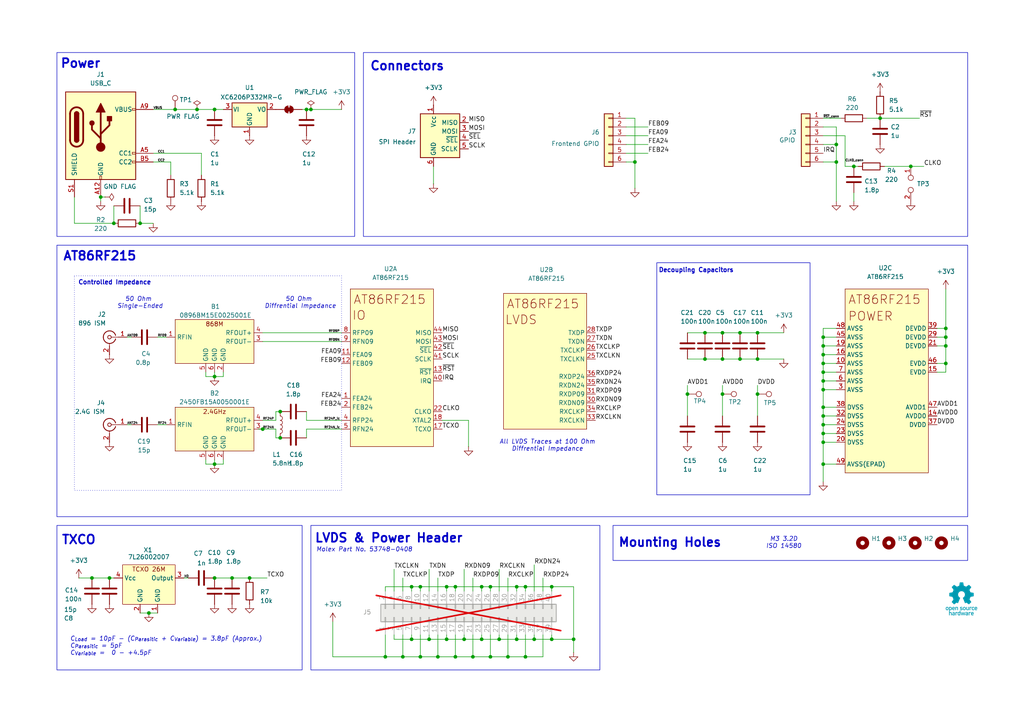
<source format=kicad_sch>
(kicad_sch (version 20231120) (generator "eeschema") (generator_version "8.0")
  (paper "A4")
  (title_block (title "AT86RF215XX Devolopment Board") (date "2025-01-25") (rev "1.0") (company "Uday Vivek Singh Sharda") (comment 1 "Designed by"))
  (lib_symbols
    (symbol "Connector:Conn_Coaxial" (pin_names (offset 1.016) hide)
      (property "Reference" "J" (at 0.254 3.048 0))
      (property "Value" "Conn_Coaxial" (at 2.921 0 90))
      (symbol "Conn_Coaxial_1_1"
        (pin passive line (at -5.08 0 0) (length 2.54) (name "In") (number "1"))
        (pin passive line (at 0 -5.08 90) (length 2.54) (name "Ext") (number "2"))
      )
    )
    (symbol "Connector:TestPoint" (pin_numbers hide) (pin_names (offset 0.762) hide)
      (property "Reference" "TP" (at 0 6.858 0))
      (property "Value" "TestPoint" (at 0 5.08 0))
      (symbol "TestPoint_1_1"
        (pin passive line (at 0 0 90) (length 2.54) (name "1") (number "1"))
      )
    )
    (symbol "Connector:TestPoint_2Pole" (pin_names (offset 0.762) hide)
      (property "Reference" "TP" (at 0 1.524 0))
      (property "Value" "TestPoint_2Pole" (at 0 -1.778 0))
      (symbol "TestPoint_2Pole_0_1"
        (pin passive line (at -5.08 0 0) (length 2.54) (name "1") (number "1"))
        (pin passive line (at 5.08 0 180) (length 2.54) (name "2") (number "2"))
      )
    )
    (symbol "Connector:USB_C_Receptacle_PowerOnly_6P" (pin_names (offset 1.016))
      (property "Reference" "J" (at 0 16.51 0))
      (property "Value" "USB_C_Receptacle_PowerOnly_6P" (at 0 13.97 0))
      (symbol "USB_C_Receptacle_PowerOnly_6P_1_1"
        (pin passive line (at 0 -17.78 90) (length 5.08) (name "GND") (number "A12"))
        (pin bidirectional line (at 15.24 -5.08 180) (length 5.08) (name "CC1") (number "A5"))
        (pin passive line (at 15.24 7.62 180) (length 5.08) (name "VBUS") (number "A9"))
        (pin passive line (at 0 -17.78 90) (length 5.08) hide (name "GND") (number "B12"))
        (pin bidirectional line (at 15.24 -7.62 180) (length 5.08) (name "CC2") (number "B5"))
        (pin passive line (at 15.24 7.62 180) (length 5.08) hide (name "VBUS") (number "B9"))
        (pin passive line (at -7.62 -17.78 90) (length 5.08) (name "SHIELD") (number "S1"))
      )
    )
    (symbol "Connector_Generic:Conn_01x06" (pin_names (offset 1.016) hide)
      (property "Reference" "J" (at 0 7.62 0))
      (property "Value" "Conn_01x06" (at 0 -10.16 0))
      (symbol "Conn_01x06_1_1"
        (pin passive line (at -5.08 5.08 0) (length 3.81) (name "Pin_1") (number "1"))
        (pin passive line (at -5.08 2.54 0) (length 3.81) (name "Pin_2") (number "2"))
        (pin passive line (at -5.08 0 0) (length 3.81) (name "Pin_3") (number "3"))
        (pin passive line (at -5.08 -2.54 0) (length 3.81) (name "Pin_4") (number "4"))
        (pin passive line (at -5.08 -5.08 0) (length 3.81) (name "Pin_5") (number "5"))
        (pin passive line (at -5.08 -7.62 0) (length 3.81) (name "Pin_6") (number "6"))
      )
    )
    (symbol "Connector_Generic:Conn_02x20_Odd_Even" (pin_names (offset 1.016) hide)
      (property "Reference" "J" (at 1.27 25.4 0))
      (property "Value" "Conn_02x20_Odd_Even" (at 1.27 -27.94 0))
      (symbol "Conn_02x20_Odd_Even_1_1"
        (pin passive line (at -5.08 22.86 0) (length 3.81) (name "Pin_1") (number "1"))
        (pin passive line (at 7.62 12.7 180) (length 3.81) (name "Pin_10") (number "10"))
        (pin passive line (at -5.08 10.16 0) (length 3.81) (name "Pin_11") (number "11"))
        (pin passive line (at 7.62 10.16 180) (length 3.81) (name "Pin_12") (number "12"))
        (pin passive line (at -5.08 7.62 0) (length 3.81) (name "Pin_13") (number "13"))
        (pin passive line (at 7.62 7.62 180) (length 3.81) (name "Pin_14") (number "14"))
        (pin passive line (at -5.08 5.08 0) (length 3.81) (name "Pin_15") (number "15"))
        (pin passive line (at 7.62 5.08 180) (length 3.81) (name "Pin_16") (number "16"))
        (pin passive line (at -5.08 2.54 0) (length 3.81) (name "Pin_17") (number "17"))
        (pin passive line (at 7.62 2.54 180) (length 3.81) (name "Pin_18") (number "18"))
        (pin passive line (at -5.08 0 0) (length 3.81) (name "Pin_19") (number "19"))
        (pin passive line (at 7.62 22.86 180) (length 3.81) (name "Pin_2") (number "2"))
        (pin passive line (at 7.62 0 180) (length 3.81) (name "Pin_20") (number "20"))
        (pin passive line (at -5.08 -2.54 0) (length 3.81) (name "Pin_21") (number "21"))
        (pin passive line (at 7.62 -2.54 180) (length 3.81) (name "Pin_22") (number "22"))
        (pin passive line (at -5.08 -5.08 0) (length 3.81) (name "Pin_23") (number "23"))
        (pin passive line (at 7.62 -5.08 180) (length 3.81) (name "Pin_24") (number "24"))
        (pin passive line (at -5.08 -7.62 0) (length 3.81) (name "Pin_25") (number "25"))
        (pin passive line (at 7.62 -7.62 180) (length 3.81) (name "Pin_26") (number "26"))
        (pin passive line (at -5.08 -10.16 0) (length 3.81) (name "Pin_27") (number "27"))
        (pin passive line (at 7.62 -10.16 180) (length 3.81) (name "Pin_28") (number "28"))
        (pin passive line (at -5.08 -12.7 0) (length 3.81) (name "Pin_29") (number "29"))
        (pin passive line (at -5.08 20.32 0) (length 3.81) (name "Pin_3") (number "3"))
        (pin passive line (at 7.62 -12.7 180) (length 3.81) (name "Pin_30") (number "30"))
        (pin passive line (at -5.08 -15.24 0) (length 3.81) (name "Pin_31") (number "31"))
        (pin passive line (at 7.62 -15.24 180) (length 3.81) (name "Pin_32") (number "32"))
        (pin passive line (at -5.08 -17.78 0) (length 3.81) (name "Pin_33") (number "33"))
        (pin passive line (at 7.62 -17.78 180) (length 3.81) (name "Pin_34") (number "34"))
        (pin passive line (at -5.08 -20.32 0) (length 3.81) (name "Pin_35") (number "35"))
        (pin passive line (at 7.62 -20.32 180) (length 3.81) (name "Pin_36") (number "36"))
        (pin passive line (at -5.08 -22.86 0) (length 3.81) (name "Pin_37") (number "37"))
        (pin passive line (at 7.62 -22.86 180) (length 3.81) (name "Pin_38") (number "38"))
        (pin passive line (at -5.08 -25.4 0) (length 3.81) (name "Pin_39") (number "39"))
        (pin passive line (at 7.62 20.32 180) (length 3.81) (name "Pin_4") (number "4"))
        (pin passive line (at 7.62 -25.4 180) (length 3.81) (name "Pin_40") (number "40"))
        (pin passive line (at -5.08 17.78 0) (length 3.81) (name "Pin_5") (number "5"))
        (pin passive line (at 7.62 17.78 180) (length 3.81) (name "Pin_6") (number "6"))
        (pin passive line (at -5.08 15.24 0) (length 3.81) (name "Pin_7") (number "7"))
        (pin passive line (at 7.62 15.24 180) (length 3.81) (name "Pin_8") (number "8"))
        (pin passive line (at -5.08 12.7 0) (length 3.81) (name "Pin_9") (number "9"))
      )
    )
    (symbol "Device:C" (pin_numbers hide) (pin_names (offset 0.254))
      (property "Reference" "C" (at 0.635 2.54 0))
      (property "Value" "C" (at 0.635 -2.54 0))
      (symbol "C_1_1"
        (pin passive line (at 0 3.81 270) (length 2.794) (name "~") (number "1"))
        (pin passive line (at 0 -3.81 90) (length 2.794) (name "~") (number "2"))
      )
    )
    (symbol "Device:L" (pin_numbers hide) (pin_names (offset 1.016) hide)
      (property "Reference" "L" (at -1.27 0 90))
      (property "Value" "L" (at 1.905 0 90))
      (symbol "L_1_1"
        (pin passive line (at 0 3.81 270) (length 1.27) (name "1") (number "1"))
        (pin passive line (at 0 -3.81 90) (length 1.27) (name "2") (number "2"))
      )
    )
    (symbol "Device:R" (pin_numbers hide) (pin_names (offset 0))
      (property "Reference" "R" (at 2.032 0 90))
      (property "Value" "R" (at 0 0 90))
      (symbol "R_1_1"
        (pin passive line (at 0 3.81 270) (length 1.27) (name "~") (number "1"))
        (pin passive line (at 0 -3.81 90) (length 1.27) (name "~") (number "2"))
      )
    )
    (symbol "Jumper:SolderJumper_2_Bridged" (pin_numbers hide) (pin_names (offset 0) hide) (exclude_from_sim yes) (in_bom no)
      (property "Reference" "JP" (at 0 2.032 0))
      (property "Value" "SolderJumper_2_Bridged" (at 0 -2.54 0))
      (symbol "SolderJumper_2_Bridged_1_1"
        (pin passive line (at -3.81 0 0) (length 2.54) (name "A") (number "1"))
        (pin passive line (at 3.81 0 180) (length 2.54) (name "B") (number "2"))
      )
    )
    (symbol "Mechanical:MountingHole" (pin_names (offset 1.016)) (exclude_from_sim yes) (in_bom no)
      (property "Reference" "H" (at 0 5.08 0))
      (property "Value" "MountingHole" (at 0 3.175 0))
    )
    (symbol "Regulator_Linear:XC6206PxxxMR" (pin_names (offset 0.254))
      (property "Reference" "U" (at -3.81 3.175 0))
      (property "Value" "XC6206PxxxMR" (at 0 3.175 0))
      (symbol "XC6206PxxxMR_1_1"
        (pin power_in line (at 0 -7.62 90) (length 2.54) (name "GND") (number "1"))
        (pin power_out line (at 7.62 0 180) (length 2.54) (name "VO") (number "2"))
        (pin power_in line (at -7.62 0 0) (length 2.54) (name "VI") (number "3"))
      )
    )
    (symbol "U's Symbol Library:0896BM15E0025001E"
      (property "Reference" "BAlUN" (at -8.89 3.81 0))
      (property "Value" "0896BM15E0025001E" (at -1.27 1.524 0))
      (symbol "0896BM15E0025001E_0_0"
        (pin passive line (at 2.54 -15.24 90) (length 2.54) (name "GND") (number "2"))
        (pin passive line (at -2.54 -15.24 90) (length 2.54) (name "GND") (number "5"))
        (pin passive line (at 0 -15.24 90) (length 2.54) (name "GND") (number "6"))
      )
      (symbol "0896BM15E0025001E_1_0"
        (pin passive line (at -13.97 -5.08 0) (length 2.54) (name "RFIN") (number "1"))
        (pin passive line (at 13.97 -6.35 180) (length 2.54) (name "RFOUT-") (number "3"))
        (pin passive line (at 13.97 -3.81 180) (length 2.54) (name "RFOUT+") (number "4"))
      )
      (symbol "0896BM15E0025001E_1_1"
        (text "868M\n" (at 0 -1.27 0) (effects (font (size 1.27 1.27))))
      )
    )
    (symbol "U's Symbol Library:2450FB15A0050001E"
      (property "Reference" "BAlUN" (at -8.89 3.556 0))
      (property "Value" "2450FB15A0050001E" (at -1.524 1.27 0))
      (symbol "2450FB15A0050001E_0_0"
        (pin passive line (at 2.54 -15.24 90) (length 2.54) (name "GND") (number "2"))
        (pin passive line (at -2.54 -15.24 90) (length 2.54) (name "GND") (number "5"))
        (pin passive line (at 0 -15.24 90) (length 2.54) (name "GND") (number "6"))
      )
      (symbol "2450FB15A0050001E_1_0"
        (pin passive line (at -13.97 -5.08 0) (length 2.54) (name "RFIN") (number "1"))
        (pin passive line (at 13.97 -6.35 180) (length 2.54) (name "RFOUT-") (number "3"))
        (pin passive line (at 13.97 -3.81 180) (length 2.54) (name "RFOUT+") (number "4"))
      )
      (symbol "2450FB15A0050001E_1_1"
        (text "2.4GHz\n" (at 0 -1.27 0) (effects (font (size 1.27 1.27))))
      )
    )
    (symbol "U's Symbol Library:AT86RF215"
      (property "Reference" "U" (at 7.874 6.858 0))
      (property "Value" "AT86RF215" (at 12.954 4.318 0))
      (symbol "AT86RF215_1_0"
        (pin output line (at -2.54 -31.75 0) (length 2.54) (name "FEA24") (number "1"))
        (pin output line (at -2.54 -19.05 0) (length 2.54) (name "FEA09") (number "11"))
        (pin output line (at -2.54 -21.59 0) (length 2.54) (name "FEB09") (number "12"))
        (pin input line (at 26.67 -24.13 180) (length 2.54) (name "~{RST}") (number "13"))
        (pin input line (at 26.67 -40.64 180) (length 2.54) (name "TCXO") (number "17"))
        (pin output line (at 26.67 -38.1 180) (length 2.54) (name "XTAL2") (number "18"))
        (pin output line (at -2.54 -34.29 0) (length 2.54) (name "FEB24") (number "2"))
        (pin output line (at 26.67 -35.56 180) (length 2.54) (name "CLKO") (number "22"))
        (pin passive line (at -2.54 -38.1 0) (length 2.54) (name "RFP24") (number "4"))
        (pin output line (at 26.67 -26.67 180) (length 2.54) (name "IRQ") (number "40"))
        (pin input line (at 26.67 -20.32 180) (length 2.54) (name "SCLK") (number "41"))
        (pin input line (at 26.67 -17.78 180) (length 2.54) (name "~{SEL}") (number "42"))
        (pin input line (at 26.67 -15.24 180) (length 2.54) (name "MOSI") (number "43"))
        (pin output line (at 26.67 -12.7 180) (length 2.54) (name "MISO") (number "44"))
        (pin passive line (at -2.54 -40.64 0) (length 2.54) (name "RFN24") (number "5"))
        (pin passive line (at -2.54 -12.7 0) (length 2.54) (name "RFP09") (number "8"))
        (pin passive line (at -2.54 -15.24 0) (length 2.54) (name "RFN09") (number "9"))
      )
      (symbol "AT86RF215_1_1"
        (text "AT86RF215\n\n" (at 11.43 -5.08 0) (effects (font (size 2.54 2.54))))
        (text "IO\n" (at 2.54 -7.62 0) (effects (font (size 2.54 2.54))))
      )
      (symbol "AT86RF215_2_0"
        (pin input line (at 26.67 -19.05 180) (length 2.54) (name "TXCLKN") (number "25"))
        (pin input line (at 26.67 -16.51 180) (length 2.54) (name "TXCLKP") (number "26"))
        (pin input line (at 26.67 -13.97 180) (length 2.54) (name "TXDN") (number "27"))
        (pin input line (at 26.67 -11.43 180) (length 2.54) (name "TXDP") (number "28"))
        (pin output line (at 26.67 -31.75 180) (length 2.54) (name "RXDN09") (number "30"))
        (pin output line (at 26.67 -29.21 180) (length 2.54) (name "RXDP09") (number "31"))
        (pin output line (at 26.67 -36.83 180) (length 2.54) (name "RXCLKN") (number "33"))
        (pin output line (at 26.67 -34.29 180) (length 2.54) (name "RXCLKP") (number "34"))
        (pin output line (at 26.67 -26.67 180) (length 2.54) (name "RXDN24") (number "35"))
        (pin output line (at 26.67 -24.13 180) (length 2.54) (name "RXDP24") (number "36"))
      )
      (symbol "AT86RF215_2_1"
        (text "AT86RF215\n\n" (at 11.43 -5.08 0) (effects (font (size 2.54 2.54))))
        (text "LVDS\n" (at 5.08 -7.62 0) (effects (font (size 2.54 2.54))))
      )
      (symbol "AT86RF215_3_0"
        (pin power_in line (at -2.54 -21.59 0) (length 2.54) (name "AVSS") (number "10"))
        (pin power_out line (at 26.67 -36.83 180) (length 2.54) (name "AVDD0") (number "14"))
        (pin power_in line (at 26.67 -24.13 180) (length 2.54) (name "EVDD") (number "15"))
        (pin power_in line (at -2.54 -19.05 0) (length 2.54) (name "AVSS") (number "16"))
        (pin power_in line (at -2.54 -16.51 0) (length 2.54) (name "AVSS") (number "19"))
        (pin power_in line (at -2.54 -44.45 0) (length 2.54) (name "DVSS") (number "20"))
        (pin power_in line (at 26.67 -16.51 180) (length 2.54) (name "DEVDD") (number "21"))
        (pin power_in line (at -2.54 -41.91 0) (length 2.54) (name "DVSS") (number "23"))
        (pin power_in line (at -2.54 -39.37 0) (length 2.54) (name "DVSS") (number "24"))
        (pin power_in line (at 26.67 -13.97 180) (length 2.54) (name "DEVDD") (number "29"))
        (pin power_in line (at -2.54 -29.21 0) (length 2.54) (name "AVSS") (number "3"))
        (pin power_in line (at -2.54 -36.83 0) (length 2.54) (name "DVSS") (number "32"))
        (pin power_out line (at 26.67 -39.37 180) (length 2.54) (name "DVDD") (number "37"))
        (pin power_in line (at -2.54 -34.29 0) (length 2.54) (name "DVSS") (number "38"))
        (pin power_in line (at 26.67 -11.43 180) (length 2.54) (name "DEVDD") (number "39"))
        (pin power_in line (at -2.54 -13.97 0) (length 2.54) (name "AVSS") (number "45"))
        (pin power_in line (at 26.67 -21.59 180) (length 2.54) (name "EVDD") (number "46"))
        (pin power_out line (at 26.67 -34.29 180) (length 2.54) (name "AVDD1") (number "47"))
        (pin power_in line (at -2.54 -11.43 0) (length 2.54) (name "AVSS") (number "48"))
        (pin power_in line (at -2.54 -50.8 0) (length 2.54) (name "AVSS(EPAD)") (number "49"))
        (pin power_in line (at -2.54 -26.67 0) (length 2.54) (name "AVSS") (number "6"))
        (pin power_in line (at -2.54 -24.13 0) (length 2.54) (name "AVSS") (number "7"))
      )
      (symbol "AT86RF215_3_1"
        (text "AT86RF215\n\n" (at 11.43 -5.08 0) (effects (font (size 2.54 2.54))))
        (text "POWER\n" (at 7.366 -7.874 0) (effects (font (size 2.54 2.54))))
      )
    )
    (symbol "U's Symbol Library:SPI_Header"
      (property "Reference" "J" (at -10.414 2.794 0))
      (property "Value" "SPI Header" (at -11.176 -1.778 0))
      (symbol "SPI_Header_1_1"
        (pin power_in line (at -1.27 8.89 270) (length 2.54) (name "Vcc") (number "1"))
        (pin input line (at 8.89 3.81 180) (length 2.54) (name "MISO") (number "2"))
        (pin output line (at 8.89 1.27 180) (length 2.54) (name "MOSI") (number "3"))
        (pin output line (at 8.89 -1.27 180) (length 2.54) (name "~{SEL}") (number "4"))
        (pin output line (at 8.89 -3.81 180) (length 2.54) (name "SCLK") (number "5"))
        (pin power_in line (at -1.27 -8.89 90) (length 2.54) (name "GND") (number "6"))
      )
    )
    (symbol "U's Symbol Library:TXC-7L Series"
      (property "Reference" "X" (at -7.62 5.08 0))
      (symbol "TXC-7L Series_0_0"
        (pin passive line (at 2.54 -10.16 90) (length 2.54) (name "GND") (number "2"))
      )
      (symbol "TXC-7L Series_1_0"
        (pin passive line (at -2.54 -10.16 90) (length 2.54) (name "GND") (number "1"))
        (pin passive line (at -10.16 0 0) (length 2.54) (name "Output") (number "3"))
        (pin passive line (at 10.16 0 180) (length 2.54) (name "Vcc") (number "4"))
      )
      (symbol "TXC-7L Series_1_1"
        (text "TCXO 26M\n" (at 0 2.54 0) (effects (font (size 1.27 1.27))))
      )
    )
    (symbol "power:+3V3" (power) (pin_numbers hide) (pin_names (offset 0) hide)
      (property "Value" "+3V3" (at 0 3.556 0))
      (symbol "+3V3_1_1"
        (pin power_in line (at 0 0 90) (length 0) (name "~") (number "1"))
      )
    )
    (symbol "power:GND" (power) (pin_numbers hide) (pin_names (offset 0) hide)
      (property "Value" "GND" (at 0 -3.81 0))
      (symbol "GND_1_1"
        (pin power_in line (at 0 0 270) (length 0) (name "~") (number "1"))
      )
    )
    (symbol "power:PWR_FLAG" (power) (pin_numbers hide) (pin_names (offset 0) hide)
      (property "Value" "PWR_FLAG" (at 0 3.81 0))
      (symbol "PWR_FLAG_0_0"
        (pin power_out line (at 0 0 90) (length 0) (name "~") (number "1"))
      )
    )
  )
  (junction (at 31.75 167.64))
  (junction (at 43.18 177.8))
  (junction (at 214.63 104.14))
  (junction (at 242.57 46.99))
  (junction (at 149.86 170.18))
  (junction (at 238.76 128.27))
  (junction (at 238.76 113.03))
  (junction (at 62.23 167.64))
  (junction (at 255.27 34.29))
  (junction (at 119.38 170.18))
  (junction (at 209.55 104.14))
  (junction (at 147.32 190.5))
  (junction (at 238.76 123.19))
  (junction (at 121.92 170.18))
  (junction (at 209.55 114.3))
  (junction (at 132.08 190.5))
  (junction (at 76.2 124.46))
  (junction (at 209.55 96.52))
  (junction (at 238.76 105.41))
  (junction (at 81.28 119.38))
  (junction (at 238.76 110.49))
  (junction (at 90.17 31.75))
  (junction (at 127 190.5))
  (junction (at 238.76 120.65))
  (junction (at 238.76 102.87))
  (junction (at 152.4 190.5))
  (junction (at 137.16 190.5))
  (junction (at 264.16 48.26))
  (junction (at 242.57 41.91))
  (junction (at 274.32 105.41))
  (junction (at 238.76 100.33))
  (junction (at 238.76 125.73))
  (junction (at 116.84 190.5))
  (junction (at 274.32 95.25))
  (junction (at 219.71 114.3))
  (junction (at 274.32 100.33))
  (junction (at 238.76 97.79))
  (junction (at 139.7 170.18))
  (junction (at 62.23 31.75))
  (junction (at 62.23 134.62))
  (junction (at 204.47 96.52))
  (junction (at 111.76 190.5))
  (junction (at 149.86 185.42))
  (junction (at 62.23 109.22))
  (junction (at 129.54 170.18))
  (junction (at 152.4 170.18))
  (junction (at 121.92 190.5))
  (junction (at 88.9 31.75))
  (junction (at 132.08 170.18))
  (junction (at 129.54 185.42))
  (junction (at 204.47 104.14))
  (junction (at 219.71 96.52))
  (junction (at 40.64 64.77))
  (junction (at 72.39 167.64))
  (junction (at 29.21 57.15))
  (junction (at 144.78 185.42))
  (junction (at 160.02 185.42))
  (junction (at 33.02 64.77))
  (junction (at 199.39 114.3))
  (junction (at 184.15 46.99))
  (junction (at 134.62 185.42))
  (junction (at 274.32 97.79))
  (junction (at 142.24 170.18))
  (junction (at 124.46 185.42))
  (junction (at 142.24 190.5))
  (junction (at 160.02 170.18))
  (junction (at 214.63 96.52))
  (junction (at 67.31 167.64))
  (junction (at 139.7 185.42))
  (junction (at 219.71 104.14))
  (junction (at 238.76 134.62))
  (junction (at 81.28 127))
  (junction (at 238.76 107.95))
  (junction (at 57.15 31.75))
  (junction (at 166.37 185.42))
  (junction (at 50.8 31.75))
  (junction (at 154.94 185.42))
  (junction (at 238.76 118.11))
  (junction (at 247.65 48.26))
  (junction (at 119.38 185.42))
  (junction (at 26.67 167.64))
  (wire (pts (xy 152.4 184.15) (xy 152.4 190.5)))
  (wire (pts (xy 44.45 44.45) (xy 58.42 44.45)))
  (wire (pts (xy 248.92 48.26) (xy 247.65 48.26)))
  (wire (pts (xy 238.76 113.03) (xy 242.57 113.03)))
  (wire (pts (xy 256.54 48.26) (xy 264.16 48.26)))
  (wire (pts (xy 160.02 170.18) (xy 166.37 170.18)))
  (wire (pts (xy 62.23 134.62) (xy 64.77 134.62)))
  (wire (pts (xy 132.08 170.18) (xy 132.08 171.45)))
  (wire (pts (xy 40.64 59.69) (xy 40.64 64.77)))
  (wire (pts (xy 154.94 184.15) (xy 154.94 185.42)))
  (wire (pts (xy 181.61 39.37) (xy 187.96 39.37)))
  (wire (pts (xy 132.08 170.18) (xy 139.7 170.18)))
  (wire (pts (xy 204.47 104.14) (xy 199.39 104.14)))
  (wire (pts (xy 238.76 105.41) (xy 238.76 107.95)))
  (wire (pts (xy 62.23 109.22) (xy 62.23 107.95)))
  (wire (pts (xy 121.92 170.18) (xy 129.54 170.18)))
  (wire (pts (xy 111.76 184.15) (xy 111.76 190.5)))
  (wire (pts (xy 274.32 100.33) (xy 271.78 100.33)))
  (wire (pts (xy 219.71 111.76) (xy 219.71 114.3)))
  (wire (pts (xy 139.7 170.18) (xy 142.24 170.18)))
  (wire (pts (xy 255.27 34.29) (xy 251.46 34.29)))
  (wire (pts (xy 80.01 119.38) (xy 81.28 119.38)))
  (wire (pts (xy 147.32 190.5) (xy 152.4 190.5)))
  (wire (pts (xy 242.57 41.91) (xy 242.57 46.99)))
  (wire (pts (xy 44.45 46.99) (xy 49.53 46.99)))
  (wire (pts (xy 166.37 189.23) (xy 166.37 185.42)))
  (wire (pts (xy 238.76 134.62) (xy 242.57 134.62)))
  (wire (pts (xy 142.24 190.5) (xy 147.32 190.5)))
  (wire (pts (xy 238.76 110.49) (xy 238.76 113.03)))
  (wire (pts (xy 137.16 190.5) (xy 142.24 190.5)))
  (wire (pts (xy 96.52 190.5) (xy 111.76 190.5)))
  (wire (pts (xy 59.69 109.22) (xy 62.23 109.22)))
  (wire (pts (xy 124.46 184.15) (xy 124.46 185.42)))
  (wire (pts (xy 181.61 46.99) (xy 184.15 46.99)))
  (wire (pts (xy 238.76 97.79) (xy 242.57 97.79)))
  (wire (pts (xy 238.76 95.25) (xy 238.76 97.79)))
  (wire (pts (xy 62.23 109.22) (xy 64.77 109.22)))
  (wire (pts (xy 129.54 170.18) (xy 132.08 170.18)))
  (wire (pts (xy 238.76 118.11) (xy 238.76 120.65)))
  (wire (pts (xy 184.15 34.29) (xy 184.15 46.99)))
  (wire (pts (xy 144.78 185.42) (xy 149.86 185.42)))
  (wire (pts (xy 154.94 163.83) (xy 154.94 171.45)))
  (wire (pts (xy 116.84 190.5) (xy 121.92 190.5)))
  (wire (pts (xy 139.7 170.18) (xy 139.7 171.45)))
  (wire (pts (xy 209.55 96.52) (xy 204.47 96.52)))
  (wire (pts (xy 87.63 31.75) (xy 88.9 31.75)))
  (wire (pts (xy 40.64 177.8) (xy 43.18 177.8)))
  (wire (pts (xy 114.3 184.15) (xy 114.3 185.42)))
  (wire (pts (xy 59.69 107.95) (xy 59.69 109.22)))
  (wire (pts (xy 54.61 167.64) (xy 53.34 167.64)))
  (wire (pts (xy 111.76 171.45) (xy 111.76 170.18)))
  (wire (pts (xy 30.48 57.15) (xy 29.21 57.15)))
  (wire (pts (xy 238.76 128.27) (xy 242.57 128.27)))
  (wire (pts (xy 238.76 118.11) (xy 242.57 118.11)))
  (wire (pts (xy 88.9 31.75) (xy 90.17 31.75)))
  (wire (pts (xy 67.31 167.64) (xy 72.39 167.64)))
  (wire (pts (xy 88.9 124.46) (xy 99.06 124.46)))
  (wire (pts (xy 114.3 165.1) (xy 114.3 171.45)))
  (wire (pts (xy 238.76 110.49) (xy 242.57 110.49)))
  (wire (pts (xy 96.52 180.34) (xy 96.52 190.5)))
  (wire (pts (xy 76.2 124.46) (xy 80.01 124.46)))
  (wire (pts (xy 184.15 46.99) (xy 184.15 54.61)))
  (wire (pts (xy 129.54 185.42) (xy 134.62 185.42)))
  (wire (pts (xy 90.17 31.75) (xy 99.06 31.75)))
  (wire (pts (xy 149.86 170.18) (xy 149.86 171.45)))
  (wire (pts (xy 238.76 125.73) (xy 238.76 128.27)))
  (wire (pts (xy 21.59 64.77) (xy 21.59 57.15)))
  (wire (pts (xy 238.76 46.99) (xy 242.57 46.99)))
  (wire (pts (xy 238.76 102.87) (xy 242.57 102.87)))
  (wire (pts (xy 238.76 120.65) (xy 242.57 120.65)))
  (wire (pts (xy 219.71 96.52) (xy 214.63 96.52)))
  (wire (pts (xy 199.39 114.3) (xy 199.39 120.65)))
  (wire (pts (xy 152.4 170.18) (xy 160.02 170.18)))
  (wire (pts (xy 88.9 124.46) (xy 88.9 127)))
  (wire (pts (xy 29.21 58.42) (xy 29.21 57.15)))
  (wire (pts (xy 31.75 167.64) (xy 33.02 167.64)))
  (wire (pts (xy 40.64 64.77) (xy 44.45 64.77)))
  (wire (pts (xy 160.02 170.18) (xy 160.02 171.45)))
  (wire (pts (xy 119.38 170.18) (xy 119.38 171.45)))
  (wire (pts (xy 274.32 95.25) (xy 271.78 95.25)))
  (wire (pts (xy 245.11 39.37) (xy 238.76 39.37)))
  (wire (pts (xy 121.92 170.18) (xy 121.92 171.45)))
  (wire (pts (xy 76.2 99.06) (xy 99.06 99.06)))
  (wire (pts (xy 219.71 96.52) (xy 227.33 96.52)))
  (wire (pts (xy 238.76 97.79) (xy 238.76 100.33)))
  (wire (pts (xy 274.32 107.95) (xy 271.78 107.95)))
  (wire (pts (xy 238.76 102.87) (xy 238.76 105.41)))
  (wire (pts (xy 129.54 170.18) (xy 129.54 171.45)))
  (wire (pts (xy 214.63 104.14) (xy 209.55 104.14)))
  (wire (pts (xy 111.76 190.5) (xy 116.84 190.5)))
  (wire (pts (xy 274.32 97.79) (xy 271.78 97.79)))
  (wire (pts (xy 26.67 167.64) (xy 31.75 167.64)))
  (wire (pts (xy 187.96 44.45) (xy 181.61 44.45)))
  (wire (pts (xy 127 184.15) (xy 127 190.5)))
  (wire (pts (xy 116.84 184.15) (xy 116.84 190.5)))
  (wire (pts (xy 154.94 185.42) (xy 160.02 185.42)))
  (wire (pts (xy 119.38 170.18) (xy 121.92 170.18)))
  (wire (pts (xy 57.15 31.75) (xy 62.23 31.75)))
  (wire (pts (xy 125.73 53.34) (xy 125.73 48.26)))
  (wire (pts (xy 45.72 123.19) (xy 48.26 123.19)))
  (wire (pts (xy 137.16 167.64) (xy 137.16 171.45)))
  (wire (pts (xy 76.2 121.92) (xy 80.01 121.92)))
  (wire (pts (xy 274.32 105.41) (xy 271.78 105.41)))
  (wire (pts (xy 255.27 34.29) (xy 266.7 34.29)))
  (wire (pts (xy 43.18 177.8) (xy 45.72 177.8)))
  (wire (pts (xy 264.16 48.26) (xy 267.97 48.26)))
  (wire (pts (xy 242.57 36.83) (xy 242.57 41.91)))
  (wire (pts (xy 209.55 104.14) (xy 204.47 104.14)))
  (wire (pts (xy 242.57 95.25) (xy 238.76 95.25)))
  (wire (pts (xy 209.55 111.76) (xy 209.55 114.3)))
  (wire (pts (xy 111.76 170.18) (xy 119.38 170.18)))
  (wire (pts (xy 238.76 41.91) (xy 242.57 41.91)))
  (wire (pts (xy 49.53 46.99) (xy 49.53 50.8)))
  (wire (pts (xy 36.83 123.19) (xy 38.1 123.19)))
  (wire (pts (xy 62.23 134.62) (xy 62.23 133.35)))
  (wire (pts (xy 135.89 121.92) (xy 135.89 129.54)))
  (wire (pts (xy 59.69 133.35) (xy 59.69 134.62)))
  (wire (pts (xy 50.8 31.75) (xy 57.15 31.75)))
  (wire (pts (xy 199.39 111.76) (xy 199.39 114.3)))
  (wire (pts (xy 147.32 167.64) (xy 147.32 171.45)))
  (wire (pts (xy 245.11 48.26) (xy 247.65 48.26)))
  (wire (pts (xy 72.39 167.64) (xy 77.47 167.64)))
  (wire (pts (xy 214.63 96.52) (xy 209.55 96.52)))
  (wire (pts (xy 152.4 190.5) (xy 157.48 190.5)))
  (wire (pts (xy 274.32 83.82) (xy 274.32 95.25)))
  (wire (pts (xy 181.61 34.29) (xy 184.15 34.29)))
  (wire (pts (xy 137.16 184.15) (xy 137.16 190.5)))
  (wire (pts (xy 238.76 123.19) (xy 238.76 125.73)))
  (wire (pts (xy 144.78 184.15) (xy 144.78 185.42)))
  (wire (pts (xy 33.02 64.77) (xy 21.59 64.77)))
  (wire (pts (xy 166.37 170.18) (xy 166.37 185.42)))
  (wire (pts (xy 76.2 96.52) (xy 99.06 96.52)))
  (wire (pts (xy 76.2 124.46) (xy 74.93 124.46)))
  (wire (pts (xy 238.76 107.95) (xy 238.76 110.49)))
  (wire (pts (xy 121.92 190.5) (xy 127 190.5)))
  (wire (pts (xy 274.32 100.33) (xy 274.32 105.41)))
  (wire (pts (xy 160.02 184.15) (xy 160.02 185.42)))
  (wire (pts (xy 36.83 97.79) (xy 38.1 97.79)))
  (wire (pts (xy 45.72 97.79) (xy 48.26 97.79)))
  (wire (pts (xy 238.76 125.73) (xy 242.57 125.73)))
  (wire (pts (xy 80.01 121.92) (xy 80.01 119.38)))
  (wire (pts (xy 132.08 190.5) (xy 137.16 190.5)))
  (wire (pts (xy 142.24 170.18) (xy 142.24 171.45)))
  (wire (pts (xy 119.38 185.42) (xy 124.46 185.42)))
  (wire (pts (xy 114.3 185.42) (xy 119.38 185.42)))
  (wire (pts (xy 88.9 121.92) (xy 99.06 121.92)))
  (wire (pts (xy 238.76 100.33) (xy 242.57 100.33)))
  (wire (pts (xy 147.32 184.15) (xy 147.32 190.5)))
  (wire (pts (xy 64.77 133.35) (xy 64.77 134.62)))
  (wire (pts (xy 219.71 104.14) (xy 214.63 104.14)))
  (wire (pts (xy 149.86 185.42) (xy 154.94 185.42)))
  (wire (pts (xy 124.46 185.42) (xy 129.54 185.42)))
  (wire (pts (xy 238.76 134.62) (xy 238.76 139.7)))
  (wire (pts (xy 116.84 167.64) (xy 116.84 171.45)))
  (wire (pts (xy 80.01 124.46) (xy 80.01 127)))
  (wire (pts (xy 245.11 39.37) (xy 245.11 48.26)))
  (wire (pts (xy 157.48 184.15) (xy 157.48 190.5)))
  (wire (pts (xy 119.38 184.15) (xy 119.38 185.42)))
  (wire (pts (xy 128.27 121.92) (xy 135.89 121.92)))
  (wire (pts (xy 274.32 105.41) (xy 274.32 107.95)))
  (wire (pts (xy 187.96 41.91) (xy 181.61 41.91)))
  (wire (pts (xy 134.62 185.42) (xy 139.7 185.42)))
  (wire (pts (xy 59.69 134.62) (xy 62.23 134.62)))
  (wire (pts (xy 219.71 114.3) (xy 219.71 120.65)))
  (wire (pts (xy 142.24 170.18) (xy 149.86 170.18)))
  (wire (pts (xy 149.86 184.15) (xy 149.86 185.42)))
  (wire (pts (xy 124.46 165.1) (xy 124.46 171.45)))
  (wire (pts (xy 204.47 96.52) (xy 199.39 96.52)))
  (wire (pts (xy 227.33 104.14) (xy 219.71 104.14)))
  (wire (pts (xy 238.76 120.65) (xy 238.76 123.19)))
  (wire (pts (xy 238.76 107.95) (xy 242.57 107.95)))
  (wire (pts (xy 139.7 184.15) (xy 139.7 185.42)))
  (wire (pts (xy 33.02 59.69) (xy 33.02 64.77)))
  (wire (pts (xy 129.54 184.15) (xy 129.54 185.42)))
  (wire (pts (xy 121.92 184.15) (xy 121.92 190.5)))
  (wire (pts (xy 238.76 34.29) (xy 243.84 34.29)))
  (wire (pts (xy 142.24 184.15) (xy 142.24 190.5)))
  (wire (pts (xy 209.55 114.3) (xy 209.55 120.65)))
  (wire (pts (xy 144.78 165.1) (xy 144.78 171.45)))
  (wire (pts (xy 152.4 170.18) (xy 152.4 171.45)))
  (wire (pts (xy 127 190.5) (xy 132.08 190.5)))
  (wire (pts (xy 62.23 167.64) (xy 67.31 167.64)))
  (wire (pts (xy 242.57 46.99) (xy 242.57 58.42)))
  (wire (pts (xy 149.86 170.18) (xy 152.4 170.18)))
  (wire (pts (xy 274.32 97.79) (xy 274.32 100.33)))
  (wire (pts (xy 80.01 127) (xy 81.28 127)))
  (wire (pts (xy 238.76 113.03) (xy 238.76 118.11)))
  (wire (pts (xy 157.48 167.64) (xy 157.48 171.45)))
  (wire (pts (xy 134.62 184.15) (xy 134.62 185.42)))
  (wire (pts (xy 132.08 184.15) (xy 132.08 190.5)))
  (wire (pts (xy 64.77 107.95) (xy 64.77 109.22)))
  (wire (pts (xy 22.86 167.64) (xy 26.67 167.64)))
  (wire (pts (xy 127 167.64) (xy 127 171.45)))
  (wire (pts (xy 238.76 123.19) (xy 242.57 123.19)))
  (wire (pts (xy 160.02 185.42) (xy 166.37 185.42)))
  (wire (pts (xy 134.62 165.1) (xy 134.62 171.45)))
  (wire (pts (xy 187.96 36.83) (xy 181.61 36.83)))
  (wire (pts (xy 238.76 128.27) (xy 238.76 134.62)))
  (wire (pts (xy 139.7 185.42) (xy 144.78 185.42)))
  (wire (pts (xy 238.76 105.41) (xy 242.57 105.41)))
  (wire (pts (xy 58.42 44.45) (xy 58.42 50.8)))
  (wire (pts (xy 238.76 36.83) (xy 242.57 36.83)))
  (wire (pts (xy 88.9 121.92) (xy 88.9 119.38)))
  (wire (pts (xy 238.76 100.33) (xy 238.76 102.87)))
  (wire (pts (xy 247.65 55.88) (xy 247.65 58.42)))
  (wire (pts (xy 62.23 31.75) (xy 64.77 31.75)))
  (wire (pts (xy 44.45 31.75) (xy 50.8 31.75)))
  (wire (pts (xy 274.32 95.25) (xy 274.32 97.79)))
  (polyline (pts (xy 282.2746 176.0143) (xy 282.2879 176.0149) (xy 282.301 176.0159) (xy 282.3139 176.0173) (xy 282.3392 176.0211) (xy 282.3638 176.0264) (xy 282.3876 176.0331) (xy 282.4108 176.0411) (xy 282.4332 176.0503) (xy 282.4549 176.0607) (xy 282.4759 176.0723) (xy 282.4962 176.0848) (xy 282.5157 176.0984) (xy 282.5345 176.1129) (xy 282.5525 176.1283) (xy 282.5699 176.1445) (xy 282.5864 176.1614) (xy 282.6023 176.1791) (xy 282.4617 176.3046) (xy 282.4527 176.2939) (xy 282.4432 176.2837) (xy 282.4333 176.2739) (xy 282.4229 176.2646) (xy 282.4121 176.2558) (xy 282.4008 176.2477) (xy 282.3892 176.2401) (xy 282.3772 176.2332) (xy 282.3648 176.2269) (xy 282.352 176.2214) (xy 282.3389 176.2166) (xy 282.3255 176.2127) (xy 282.3118 176.2095) (xy 282.2977 176.2072) (xy 282.2834 176.2058) (xy 282.2688 176.2053) (xy 282.2404 176.2063) (xy 282.2135 176.2095) (xy 282.2006 176.2119) (xy 282.1882 176.2148) (xy 282.1761 176.2183) (xy 282.1645 176.2223) (xy 282.1532 176.2269) (xy 282.1424 176.2321) (xy 282.1321 176.2378) (xy 282.1221 176.2441) (xy 282.1126 176.251) (xy 282.1035 176.2585) (xy 282.0949 176.2666) (xy 282.0867 176.2753) (xy 282.079 176.2846) (xy 282.0717 176.2946) (xy 282.0649 176.3051) (xy 282.0586 176.3163) (xy 282.0528 176.3281) (xy 282.0474 176.3405) (xy 282.0425 176.3536) (xy 282.0381 176.3673) (xy 282.0342 176.3817) (xy 282.0308 176.3968) (xy 282.028 176.4125) (xy 282.0256 176.4289) (xy 282.0224 176.4637) (xy 282.0213 176.5013) (xy 282.0216 176.5203) (xy 282.0224 176.5386) (xy 282.0237 176.5562) (xy 282.0256 176.5732) (xy 282.028 176.5894) (xy 282.0308 176.6051) (xy 282.0342 176.62) (xy 282.0381 176.6343) (xy 282.0425 176.648) (xy 282.0474 176.661) (xy 282.0528 176.6733) (xy 282.0586 176.6851) (xy 282.0649 176.6962) (xy 282.0717 176.7067) (xy 282.079 176.7166) (xy 282.0867 176.7258) (xy 282.0949 176.7345) (xy 282.1035 176.7426) (xy 282.1126 176.75) (xy 282.1221 176.7569) (xy 282.1321 176.7632) (xy 282.1425 176.769) (xy 282.1533 176.7741) (xy 282.1645 176.7787) (xy 282.1761 176.7827) (xy 282.1882 176.7862) (xy 282.2006 176.7891) (xy 282.2135 176.7915) (xy 282.2267 176.7933) (xy 282.2404 176.7947) (xy 282.2544 176.7954) (xy 282.2688 176.7957) (xy 282.2761 176.7956) (xy 282.2834 176.7952) (xy 282.2906 176.7946) (xy 282.2977 176.7938) (xy 282.3118 176.7915) (xy 282.3255 176.7883) (xy 282.3389 176.7844) (xy 282.352 176.7796) (xy 282.3648 176.7741) (xy 282.3772 176.7678) (xy 282.3892 176.7609) (xy 282.4008 176.7533) (xy 282.412 176.7452) (xy 282.4229 176.7364) (xy 282.4332 176.7271) (xy 282.4432 176.7173) (xy 282.4527 176.7071) (xy 282.4617 176.6964) (xy 282.6023 176.8219) (xy 282.5864 176.8395) (xy 282.5699 176.8564) (xy 282.5526 176.8726) (xy 282.5345 176.888) (xy 282.5157 176.9025) (xy 282.4962 176.916) (xy 282.4759 176.9286) (xy 282.455 176.9402) (xy 282.4333 176.9506) (xy 282.4108 176.9598) (xy 282.3877 176.9678) (xy 282.3638 176.9744) (xy 282.3392 176.9797) (xy 282.3139 176.9836) (xy 282.2879 176.986) (xy 282.2612 176.9868) (xy 282.2202 176.9851) (xy 282.1797 176.9801) (xy 282.14 176.9717) (xy 282.1014 176.9597) (xy 282.0825 176.9523) (xy 282.0641 176.944) (xy 282.0461 176.9348) (xy 282.0285 176.9246) (xy 282.0114 176.9135) (xy 281.9949 176.9014) (xy 281.9789 176.8882) (xy 281.9635 176.8741) (xy 281.9487 176.859) (xy 281.9347 176.8428) (xy 281.9214 176.8256) (xy 281.9088 176.8074) (xy 281.897 176.788) (xy 281.886 176.7676) (xy 281.8759 176.7461) (xy 281.8667 176.7235) (xy 281.8585 176.6998) (xy 281.8512 176.6749) (xy 281.8449 176.6489) (xy 281.8397 176.6218) (xy 281.8356 176.5934) (xy 281.8326 176.5639) (xy 281.8308 176.5332) (xy 281.8302 176.5013) (xy 281.8308 176.4693) (xy 281.8326 176.4384) (xy 281.8356 176.4088) (xy 281.8397 176.3803) (xy 281.8449 176.3531) (xy 281.8512 176.3269) (xy 281.8585 176.302) (xy 281.8667 176.2782) (xy 281.8759 176.2555) (xy 281.886 176.2339) (xy 281.897 176.2134) (xy 281.9088 176.194) (xy 281.9214 176.1757) (xy 281.9347 176.1584) (xy 281.9487 176.1422) (xy 281.9635 176.127) (xy 281.9789 176.1129) (xy 281.9949 176.0997) (xy 282.0114 176.0876) (xy 282.0285 176.0764) (xy 282.0461 176.0662) (xy 282.0641 176.0569) (xy 282.0825 176.0486) (xy 282.1014 176.0412) (xy 282.1205 176.0348) (xy 282.14 176.0292) (xy 282.1598 176.0245) (xy 282.1797 176.0208) (xy 282.1999 176.0178) (xy 282.2202 176.0158) (xy 282.2612 176.0141) (xy 282.2746 176.0143)) (stroke (width -0.0001) (type solid)) (fill (type color) (color 0 153 176 1)))
  (polyline (pts (xy 280.4128 177.5159) (xy 280.454 177.5188) (xy 280.4932 177.5237) (xy 280.5121 177.527) (xy 280.5303 177.5309) (xy 280.5481 177.5353) (xy 280.5652 177.5403) (xy 280.5818 177.546) (xy 280.5978 177.5522) (xy 280.6131 177.5591) (xy 280.6279 177.5666) (xy 280.6419 177.5747) (xy 280.6553 177.5836) (xy 280.668 177.5931) (xy 280.68 177.6033) (xy 280.6913 177.6143) (xy 280.7018 177.6259) (xy 280.7116 177.6384) (xy 280.7207 177.6515) (xy 280.7289 177.6655) (xy 280.7363 177.6802) (xy 280.743 177.6957) (xy 280.7488 177.712) (xy 280.7537 177.7292) (xy 280.7578 177.7472) (xy 280.761 177.7661) (xy 280.7633 177.7858) (xy 280.7647 177.8064) (xy 280.7652 177.8279) (xy 280.7652 178.4763) (xy 280.574 178.4763) (xy 280.574 178.392) (xy 280.5703 178.392) (xy 280.5626 178.4039) (xy 280.5542 178.4149) (xy 280.5451 178.4252) (xy 280.5352 178.4346) (xy 280.5245 178.4433) (xy 280.5129 178.4511) (xy 280.5004 178.4581) (xy 280.4868 178.4644) (xy 280.4722 178.4699) (xy 280.4565 178.4747) (xy 280.4396 178.4786) (xy 280.4216 178.4819) (xy 280.4022 178.4844) (xy 280.3815 178.4862) (xy 280.3594 178.4872) (xy 280.3359 178.4876) (xy 280.3163 178.4872) (xy 280.2973 178.4861) (xy 280.2787 178.4844) (xy 280.2607 178.4819) (xy 280.2433 178.4787) (xy 280.2263 178.4749) (xy 280.21 178.4705) (xy 280.1942 178.4654) (xy 280.1789 178.4597) (xy 280.1643 178.4534) (xy 280.1502 178.4466) (xy 280.1367 178.4392) (xy 280.1238 178.4312) (xy 280.1115 178.4227) (xy 280.0998 178.4137) (xy 280.0888 178.4042) (xy 280.0783 178.3942) (xy 280.0685 178.3837) (xy 280.0593 178.3728) (xy 280.0508 178.3615) (xy 280.0429 178.3497) (xy 280.0356 178.3376) (xy 280.029 178.325) (xy 280.0231 178.3121) (xy 280.0178 178.2988) (xy 280.0133 178.2851) (xy 280.0094 178.2712) (xy 280.0062 178.2569) (xy 280.0037 178.2424) (xy 280.0019 178.2275) (xy 280.0008 178.2124) (xy 280.0004 178.1971) (xy 280.0006 178.1877) (xy 280.1805 178.1877) (xy 280.1811 178.1996) (xy 280.1829 178.2111) (xy 280.186 178.2224) (xy 280.1904 178.2333) (xy 280.1931 178.2386) (xy 280.1962 178.2437) (xy 280.1996 178.2488) (xy 280.2033 178.2536) (xy 280.2074 178.2584) (xy 280.2119 178.2629) (xy 280.2167 178.2673) (xy 280.2219 178.2715) (xy 280.2275 178.2756) (xy 280.2335 178.2794) (xy 280.2399 178.2831) (xy 280.2466 178.2865) (xy 280.2538 178.2897) (xy 280.2614 178.2926) (xy 280.2693 178.2954) (xy 280.2777 178.2978) (xy 280.2958 178.302) (xy 280.3155 178.3051) (xy 280.3371 178.307) (xy 280.3604 178.3076) (xy 280.389 178.3074) (xy 280.4153 178.3066) (xy 280.4392 178.3051) (xy 280.461 178.3027) (xy 280.471 178.3011) (xy 280.4805 178.2992) (xy 280.4895 178.297) (xy 280.498 178.2945) (xy 280.5059 178.2916) (xy 280.5134 178.2884) (xy 280.5204 178.2847) (xy 280.5269 178.2807) (xy 280.533 178.2762) (xy 280.5386 178.2713) (xy 280.5437 178.2659) (xy 280.5484 178.26) (xy 280.5527 178.2535) (xy 280.5565 178.2466) (xy 280.56 178.2391) (xy 280.563 178.2309) (xy 280.5657 178.2222) (xy 280.5679 178.2129) (xy 280.5698 178.2029) (xy 280.5714 178.1923) (xy 280.5725 178.181) (xy 280.5734 178.1689) (xy 280.5738 178.1562) (xy 280.574 178.1427) (xy 280.574 178.0733) (xy 280.3454 178.0733) (xy 280.335 178.0734) (xy 280.325 178.0738) (xy 280.3154 178.0745) (xy 280.306 178.0754) (xy 280.2971 178.0765) (xy 280.2884 178.0779) (xy 280.2801 178.0796) (xy 280.2722 178.0814) (xy 280.2646 178.0835) (xy 280.2573 178.0859) (xy 280.2504 178.0884) (xy 280.2438 178.0912) (xy 280.2375 178.0942) (xy 280.2316 178.0974) (xy 280.226 178.1009) (xy 280.2208 178.1045) (xy 280.2158 178.1083) (xy 280.2112 178.1124) (xy 280.207 178.1166) (xy 280.203 178.121) (xy 280.1994 178.1256) (xy 280.1961 178.1304) (xy 280.1931 178.1354) (xy 280.1904 178.1406) (xy 280.1881 178.1459) (xy 280.1861 178.1514) (xy 280.1843 178.1571) (xy 280.1829 178.1629) (xy 280.1819 178.1689) (xy 280.1811 178.175) (xy 280.1806 178.1813) (xy 280.1805 178.1877) (xy 280.0006 178.1877) (xy 280.0008 178.1829) (xy 280.0017 178.1689) (xy 280.0032 178.1551) (xy 280.0054 178.1414) (xy 280.0081 178.128) (xy 280.0115 178.1148) (xy 280.0155 178.1018) (xy 280.02 178.0891) (xy 280.0252 178.0767) (xy 280.031 178.0646) (xy 280.0374 178.0529) (xy 280.0444 178.0414) (xy 280.0521 178.0304) (xy 280.0603 178.0197) (xy 280.0691 178.0094) (xy 280.0785 177.9996) (xy 280.0885 177.9902) (xy 280.0991 177.9813) (xy 280.1103 177.9728) (xy 280.1221 177.9649) (xy 280.1345 177.9575) (xy 280.1475 177.9506) (xy 280.1611 177.9443) (xy 280.1752 177.9385) (xy 280.19 177.9334) (xy 280.2053 177.9289) (xy 280.2213 177.925) (xy 280.2378 177.9218) (xy 280.2549 177.9193) (xy 280.2726 177.9174) (xy 280.2908 177.9163) (xy 280.3097 177.9159) (xy 280.574 177.9159) (xy 280.574 177.8166) (xy 280.5733 177.8004) (xy 280.5724 177.7928) (xy 280.5712 177.7856) (xy 280.5696 177.7786) (xy 280.5677 177.772) (xy 280.5654 177.7657) (xy 280.5627 177.7596) (xy 280.5597 177.7539) (xy 280.5563 177.7485) (xy 280.5525 177.7434) (xy 280.5484 177.7385) (xy 280.5438 177.734) (xy 280.5389 177.7297) (xy 280.5335 177.7257) (xy 280.5278 177.722) (xy 280.5217 177.7185) (xy 280.5151 177.7153) (xy 280.5008 177.7096) (xy 280.4849 177.7049) (xy 280.4672 177.7011) (xy 280.4478 177.6983) (xy 280.4267 177.6963) (xy 280.4038 177.6951) (xy 280.379 177.6947) (xy 280.361 177.695) (xy 280.3442 177.6957) (xy 280.3284 177.6968) (xy 280.3138 177.6985) (xy 280.3068 177.6996) (xy 280.3001 177.7008) (xy 280.2936 177.7021) (xy 280.2874 177.7036) (xy 280.2813 177.7052) (xy 280.2755 177.707) (xy 280.2699 177.7089) (xy 280.2645 177.711) (xy 280.2593 177.7132) (xy 280.2543 177.7156) (xy 280.2494 177.7182) (xy 280.2447 177.7209) (xy 280.2402 177.7238) (xy 280.2358 177.7269) (xy 280.2316 177.7301) (xy 280.2275 177.7336) (xy 280.2236 177.7372) (xy 280.2198 177.741) (xy 280.2161 177.745) (xy 280.2125 177.7492) (xy 280.2091 177.7536) (xy 280.2057 177.7582) (xy 280.2024 177.7629) (xy 280.1992 177.7679) (xy 280.0492 177.6536) (xy 280.0633 177.6354) (xy 280.0781 177.6186) (xy 280.0937 177.6032) (xy 280.1101 177.5892) (xy 280.1273 177.5766) (xy 280.1452 177.5652) (xy 280.164 177.5552) (xy 280.1835 177.5463) (xy 280.2039 177.5386) (xy 280.225 177.5321) (xy 280.247 177.5267) (xy 280.2699 177.5224) (xy 280.2936 177.5191) (xy 280.3181 177.5167) (xy 280.3435 177.5154) (xy 280.3698 177.5149) (xy 280.4128 177.5159)) (stroke (width -0.0001) (type solid)) (fill (type color) (color 0 153 176 1)))
  (polyline (pts (xy 283.0622 176.0146) (xy 283.0815 176.0159) (xy 283.1007 176.0182) (xy 283.1196 176.0213) (xy 283.1383 176.0253) (xy 283.1566 176.0301) (xy 283.1746 176.0358) (xy 283.1923 176.0423) (xy 283.2095 176.0496) (xy 283.2264 176.0577) (xy 283.2428 176.0666) (xy 283.2587 176.0763) (xy 283.2741 176.0867) (xy 283.289 176.0979) (xy 283.3033 176.1099) (xy 283.3171 176.1226) (xy 283.3302 176.136) (xy 283.3427 176.1501) (xy 283.3545 176.1649) (xy 283.3656 176.1804) (xy 283.376 176.1965) (xy 283.3857 176.2134) (xy 283.3945 176.2308) (xy 283.4026 176.2489) (xy 283.4098 176.2677) (xy 283.4161 176.287) (xy 283.4215 176.307) (xy 283.426 176.3275) (xy 283.4296 176.3486) (xy 283.4322 176.3702) (xy 283.4337 176.3925) (xy 283.4343 176.4152) (xy 283.4343 176.5726) (xy 282.8421 176.5726) (xy 282.8423 176.587) (xy 282.8432 176.6009) (xy 282.8445 176.6144) (xy 282.8464 176.6274) (xy 282.8488 176.6399) (xy 282.8518 176.652) (xy 282.8552 176.6637) (xy 282.859 176.6749) (xy 282.8634 176.6856) (xy 282.8682 176.6959) (xy 282.8735 176.7058) (xy 282.8792 176.7152) (xy 282.8854 176.7241) (xy 282.8919 176.7326) (xy 282.8989 176.7406) (xy 282.9062 176.7481) (xy 282.914 176.7553) (xy 282.9221 176.7619) (xy 282.9306 176.7681) (xy 282.9394 176.7738) (xy 282.9486 176.7791) (xy 282.9581 176.784) (xy 282.9679 176.7883) (xy 282.978 176.7922) (xy 282.9885 176.7957) (xy 282.9992 176.7987) (xy 283.0101 176.8012) (xy 283.0214 176.8033) (xy 283.0329 176.8049) (xy 283.0446 176.806) (xy 283.0566 176.8067) (xy 283.0688 176.807) (xy 283.0826 176.8066) (xy 283.0964 176.8054) (xy 283.1103 176.8035) (xy 283.1242 176.8008) (xy 283.1381 176.7974) (xy 283.1519 176.7932) (xy 283.1656 176.7884) (xy 283.1791 176.7828) (xy 283.1924 176.7766) (xy 283.2055 176.7697) (xy 283.2183 176.7622) (xy 283.2308 176.754) (xy 283.243 176.7452) (xy 283.2547 176.7357) (xy 283.266 176.7257) (xy 283.2768 176.7151) (xy 283.4155 176.8331) (xy 283.3976 176.8527) (xy 283.3791 176.8709) (xy 283.36 176.8876) (xy 283.3403 176.903) (xy 283.3201 176.9169) (xy 283.2994 176.9295) (xy 283.2783 176.9407) (xy 283.2567 176.9507) (xy 283.2347 176.9594) (xy 283.2124 176.9668) (xy 283.1897 176.973) (xy 283.1667 176.978) (xy 283.1435 176.9819) (xy 283.1201 176.9846) (xy 283.0964 176.9862) (xy 283.0726 176.9868) (xy 283.0357 176.9856) (xy 282.9985 176.982) (xy 282.9613 176.9756) (xy 282.9244 176.966) (xy 282.8884 176.9531) (xy 282.8708 176.9453) (xy 282.8535 176.9366) (xy 282.8366 176.9268) (xy 282.8201 176.916) (xy 282.8041 176.9041) (xy 282.7886 176.8912) (xy 282.7737 176.8771) (xy 282.7594 176.8618) (xy 282.7458 176.8453) (xy 282.7329 176.8275) (xy 282.7208 176.8085) (xy 282.7094 176.7881) (xy 282.6989 176.7664) (xy 282.6894 176.7432) (xy 282.6807 176.7187) (xy 282.6731 176.6926) (xy 282.6665 176.6651) (xy 282.661 176.6359) (xy 282.6566 176.6053) (xy 282.6535 176.5729) (xy 282.6515 176.539) (xy 282.6509 176.5033) (xy 282.6515 176.4694) (xy 282.6533 176.4369) (xy 282.6553 176.4153) (xy 282.8421 176.4153) (xy 283.2431 176.4153) (xy 283.2423 176.4019) (xy 283.2411 176.389) (xy 283.2395 176.3765) (xy 283.2374 176.3643) (xy 283.235 176.3526) (xy 283.2321 176.3412) (xy 283.2288 176.3303) (xy 283.2252 176.3198) (xy 283.2211 176.3097) (xy 283.2167 176.3) (xy 283.2119 176.2907) (xy 283.2068 176.2818) (xy 283.2013 176.2734) (xy 283.1955 176.2653) (xy 283.1893 176.2577) (xy 283.1829 176.2505) (xy 283.1761 176.2438) (xy 283.169 176.2374) (xy 283.1616 176.2315) (xy 283.1539 176.226) (xy 283.146 176.2209) (xy 283.1378 176.2163) (xy 283.1293 176.2121) (xy 283.1205 176.2083) (xy 283.1116 176.205) (xy 283.1023 176.2021) (xy 283.0929 176.1997) (xy 283.0832 176.1977) (xy 283.0734 176.1961) (xy 283.0633 176.195) (xy 283.053 176.1943) (xy 283.0426 176.1941) (xy 283.0321 176.1943) (xy 283.0218 176.195) (xy 283.0117 176.1961) (xy 283.0018 176.1977) (xy 282.9921 176.1997) (xy 282.9826 176.2021) (xy 282.9734 176.205) (xy 282.9643 176.2083) (xy 282.9555 176.2121) (xy 282.947 176.2163) (xy 282.9387 176.2209) (xy 282.9307 176.226) (xy 282.923 176.2315) (xy 282.9155 176.2374) (xy 282.9084 176.2438) (xy 282.9015 176.2505) (xy 282.895 176.2577) (xy 282.8888 176.2653) (xy 282.883 176.2734) (xy 282.8775 176.2818) (xy 282.8723 176.2907) (xy 282.8676 176.3) (xy 282.8632 176.3097) (xy 282.8591 176.3198) (xy 282.8555 176.3303) (xy 282.8523 176.3412) (xy 282.8495 176.3526) (xy 282.8471 176.3643) (xy 282.8452 176.3765) (xy 282.8437 176.389) (xy 282.8427 176.4019) (xy 282.8421 176.4153) (xy 282.6553 176.4153) (xy 282.6562 176.4059) (xy 282.6602 176.3763) (xy 282.6652 176.348) (xy 282.6713 176.3211) (xy 282.6783 176.2954) (xy 282.6862 176.2711) (xy 282.6951 176.2481) (xy 282.7047 176.2262) (xy 282.7152 176.2057) (xy 282.7264 176.1863) (xy 282.7383 176.1681) (xy 282.7508 176.151) (xy 282.764 176.1351) (xy 282.7778 176.1203) (xy 282.7921 176.1065) (xy 282.8069 176.0938) (xy 282.8222 176.0822) (xy 282.8379 176.0716) (xy 282.8539 176.0619) (xy 282.8703 176.0532) (xy 282.8869 176.0455) (xy 282.9038 176.0386) (xy 282.9209 176.0327) (xy 282.9382 176.0276) (xy 282.9555 176.0234) (xy 282.973 176.02) (xy 283.0079 176.0156) (xy 283.0426 176.0141) (xy 283.0622 176.0146)) (stroke (width -0.0001) (type solid)) (fill (type color) (color 0 153 176 1)))
  (polyline (pts (xy 280.4345 176.5913) (xy 280.4348 176.6033) (xy 280.4355 176.6149) (xy 280.4366 176.6262) (xy 280.4382 176.6372) (xy 280.4402 176.6479) (xy 280.4427 176.6582) (xy 280.4455 176.6682) (xy 280.4488 176.6778) (xy 280.4525 176.6871) (xy 280.4565 176.696) (xy 280.461 176.7046) (xy 280.4657 176.7128) (xy 280.4709 176.7206) (xy 280.4764 176.7281) (xy 280.4822 176.7352) (xy 280.4884 176.742) (xy 280.4949 176.7483) (xy 280.5017 176.7543) (xy 280.5088 176.7599) (xy 280.5161 176.7651) (xy 280.5238 176.7699) (xy 280.5317 176.7743) (xy 280.5399 176.7783) (xy 280.5484 176.7819) (xy 280.557 176.7851) (xy 280.5659 176.7879) (xy 280.5751 176.7902) (xy 280.5844 176.7922) (xy 280.594 176.7937) (xy 280.6037 176.7948) (xy 280.6136 176.7954) (xy 280.6238 176.7956) (xy 280.6337 176.7954) (xy 280.6435 176.7948) (xy 280.6531 176.7937) (xy 280.6625 176.7922) (xy 280.6717 176.7902) (xy 280.6807 176.7879) (xy 280.6896 176.7851) (xy 280.6981 176.7819) (xy 280.7065 176.7783) (xy 280.7146 176.7743) (xy 280.7225 176.7699) (xy 280.73 176.7651) (xy 280.7374 176.7599) (xy 280.7444 176.7543) (xy 280.7511 176.7483) (xy 280.7576 176.742) (xy 280.7637 176.7352) (xy 280.7695 176.7281) (xy 280.775 176.7206) (xy 280.7801 176.7128) (xy 280.7849 176.7046) (xy 280.7893 176.696) (xy 280.7933 176.6871) (xy 280.797 176.6778) (xy 280.8002 176.6682) (xy 280.8031 176.6582) (xy 280.8055 176.6479) (xy 280.8076 176.6372) (xy 280.8092 176.6262) (xy 280.8103 176.6149) (xy 280.811 176.6033) (xy 280.8112 176.5913) (xy 280.8112 176.0254) (xy 281.0023 176.0254) (xy 281.0023 176.9756) (xy 280.8112 176.9756) (xy 280.8112 176.8743) (xy 280.8075 176.8743) (xy 280.796 176.8879) (xy 280.7838 176.9007) (xy 280.7711 176.9125) (xy 280.7578 176.9235) (xy 280.744 176.9336) (xy 280.7297 176.9428) (xy 280.7148 176.9512) (xy 280.6995 176.9587) (xy 280.6837 176.9652) (xy 280.6675 176.971) (xy 280.6509 176.9758) (xy 280.6338 176.9797) (xy 280.6164 176.9828) (xy 280.5986 176.985) (xy 280.5805 176.9863) (xy 280.5621 176.9868) (xy 280.5479 176.9864) (xy 280.5338 176.9854) (xy 280.5053 176.9814) (xy 280.477 176.9748) (xy 280.4629 176.9705) (xy 280.449 176.9655) (xy 280.4353 176.9599) (xy 280.4217 176.9537) (xy 280.4084 176.9468) (xy 280.3954 176.9392) (xy 280.3826 176.9311) (xy 280.3702 176.9222) (xy 280.3582 176.9128) (xy 280.3465 176.9027) (xy 280.3353 176.892) (xy 280.3246 176.8806) (xy 280.3144 176.8686) (xy 280.3047 176.856) (xy 280.2956 176.8428) (xy 280.2871 176.829) (xy 280.2793 176.8145) (xy 280.2721 176.7994) (xy 280.2657 176.7837) (xy 280.26 176.7674) (xy 280.2551 176.7505) (xy 280.251 176.733) (xy 280.2477 176.7149) (xy 280.2454 176.6962) (xy 280.2439 176.6769) (xy 280.2434 176.657) (xy 280.2434 176.0254) (xy 280.4345 176.0254) (xy 280.4345 176.5913)) (stroke (width -0.0001) (type solid)) (fill (type color) (color 0 153 176 1)))
  (polyline (pts (xy 279.7023 176.0143) (xy 279.7156 176.0148) (xy 279.7286 176.0157) (xy 279.7413 176.017) (xy 279.7537 176.0185) (xy 279.7657 176.0204) (xy 279.7774 176.0225) (xy 279.7888 176.025) (xy 279.7998 176.0277) (xy 279.8106 176.0307) (xy 279.821 176.0339) (xy 279.8311 176.0374) (xy 279.841 176.041) (xy 279.8505 176.0449) (xy 279.8598 176.049) (xy 279.8687 176.0533) (xy 279.8858 176.0623) (xy 279.9019 176.0719) (xy 279.9168 176.082) (xy 279.9308 176.0924) (xy 279.9438 176.1032) (xy 279.9558 176.1141) (xy 279.9669 176.125) (xy 279.9772 176.136) (xy 279.9904 176.1511) (xy 280.0026 176.1664) (xy 280.0139 176.182) (xy 280.0241 176.1981) (xy 280.0335 176.2149) (xy 280.0419 176.2326) (xy 280.0495 176.2513) (xy 280.0561 176.2714) (xy 280.0619 176.2929) (xy 280.0669 176.316) (xy 280.0711 176.3409) (xy 280.0744 176.3679) (xy 280.077 176.3971) (xy 280.0788 176.4286) (xy 280.0799 176.4627) (xy 280.0802 176.4996) (xy 280.0799 176.5367) (xy 280.0788 176.5711) (xy 280.077 176.6029) (xy 280.0744 176.6323) (xy 280.0711 176.6594) (xy 280.0669 176.6845) (xy 280.0619 176.7078) (xy 280.0561 176.7293) (xy 280.0495 176.7495) (xy 280.0419 176.7683) (xy 280.0335 176.786) (xy 280.0241 176.8029) (xy 280.0139 176.819) (xy 280.0026 176.8346) (xy 279.9904 176.8499) (xy 279.9772 176.865) (xy 279.9669 176.876) (xy 279.9558 176.8869) (xy 279.9438 176.8978) (xy 279.9308 176.9086) (xy 279.9168 176.919) (xy 279.9019 176.9291) (xy 279.8858 176.9387) (xy 279.8687 176.9477) (xy 279.8505 176.956) (xy 279.8311 176.9636) (xy 279.8106 176.9702) (xy 279.7888 176.9759) (xy 279.7657 176.9805) (xy 279.7413 176.9839) (xy 279.7156 176.986) (xy 279.6886 176.9868) (xy 279.6749 176.9866) (xy 279.6615 176.986) (xy 279.6485 176.9852) (xy 279.6358 176.9839) (xy 279.6235 176.9824) (xy 279.6115 176.9805) (xy 279.5998 176.9784) (xy 279.5884 176.9759) (xy 279.5774 176.9732) (xy 279.5666 176.9702) (xy 279.5562 176.967) (xy 279.5461 176.9636) (xy 279.5362 176.9599) (xy 279.5267 176.956) (xy 279.5174 176.9519) (xy 279.5085 176.9477) (xy 279.4914 176.9387) (xy 279.4753 176.9291) (xy 279.4604 176.919) (xy 279.4464 176.9086) (xy 279.4334 176.8978) (xy 279.4214 176.8869) (xy 279.4103 176.876) (xy 279.4 176.865) (xy 279.3868 176.8499) (xy 279.3746 176.8346) (xy 279.3633 176.819) (xy 279.3531 176.8029) (xy 279.3437 176.7861) (xy 279.3353 176.7683) (xy 279.3277 176.7495) (xy 279.321 176.7294) (xy 279.3152 176.7078) (xy 279.3102 176.6845) (xy 279.3061 176.6594) (xy 279.3027 176.6323) (xy 279.3001 176.6029) (xy 279.2983 176.5711) (xy 279.2972 176.5368) (xy 279.2969 176.4996) (xy 279.4881 176.4996) (xy 279.4882 176.5244) (xy 279.4886 176.5471) (xy 279.4893 176.5677) (xy 279.4904 176.5864) (xy 279.4918 176.6034) (xy 279.4935 176.6189) (xy 279.4956 176.633) (xy 279.4981 176.646) (xy 279.5011 176.6579) (xy 279.5045 176.6689) (xy 279.5083 176.6792) (xy 279.5126 176.689) (xy 279.5174 176.6985) (xy 279.5227 176.7077) (xy 279.5286 176.717) (xy 279.535 176.7263) (xy 279.5406 176.7336) (xy 279.5469 176.7406) (xy 279.5539 176.7474) (xy 279.5616 176.7538) (xy 279.5698 176.7599) (xy 279.5786 176.7656) (xy 279.5879 176.7709) (xy 279.5977 176.7758) (xy 279.6079 176.7802) (xy 279.6186 176.7841) (xy 279.6295 176.7875) (xy 279.6409 176.7904) (xy 279.6525 176.7927) (xy 279.6643 176.7943) (xy 279.6763 176.7953) (xy 279.6886 176.7957) (xy 279.7008 176.7953) (xy 279.7128 176.7943) (xy 279.7247 176.7927) (xy 279.7363 176.7904) (xy 279.7476 176.7875) (xy 279.7586 176.7841) (xy 279.7692 176.7802) (xy 279.7795 176.7758) (xy 279.7892 176.7709) (xy 279.7986 176.7656) (xy 279.8073 176.7599) (xy 279.8156 176.7538) (xy 279.8232 176.7473) (xy 279.8302 176.7406) (xy 279.8366 176.7336) (xy 279.8395 176.73) (xy 279.8422 176.7263) (xy 279.8486 176.717) (xy 279.8545 176.7077) (xy 279.8598 176.6985) (xy 279.8646 176.6891) (xy 279.8689 176.6793) (xy 279.8727 176.669) (xy 279.8761 176.658) (xy 279.879 176.6462) (xy 279.8815 176.6334) (xy 279.8836 176.6194) (xy 279.8854 176.604) (xy 279.8868 176.5872) (xy 279.8878 176.5687) (xy 279.8885 176.5483) (xy 279.8891 176.5014) (xy 279.8889 176.4766) (xy 279.8885 176.4539) (xy 279.8878 176.4333) (xy 279.8868 176.4146) (xy 279.8854 176.3976) (xy 279.8836 176.3821) (xy 279.8815 176.3679) (xy 279.879 176.355) (xy 279.8761 176.3431) (xy 279.8727 176.3321) (xy 279.8689 176.3217) (xy 279.8646 176.3119) (xy 279.8598 176.3025) (xy 279.8545 176.2932) (xy 279.8486 176.284) (xy 279.8422 176.2747) (xy 279.8366 176.2674) (xy 279.8302 176.2604) (xy 279.8232 176.2536) (xy 279.8156 176.2472) (xy 279.8073 176.2411) (xy 279.7986 176.2354) (xy 279.7892 176.2301) (xy 279.7795 176.2252) (xy 279.7692 176.2208) (xy 279.7586 176.2169) (xy 279.7476 176.2135) (xy 279.7363 176.2106) (xy 279.7247 176.2083) (xy 279.7128 176.2067) (xy 279.7008 176.2056) (xy 279.6886 176.2053) (xy 279.6763 176.2056) (xy 279.6643 176.2067) (xy 279.6525 176.2083) (xy 279.6409 176.2106) (xy 279.6295 176.2135) (xy 279.6186 176.2169) (xy 279.6079 176.2208) (xy 279.5977 176.2252) (xy 279.5879 176.2301) (xy 279.5786 176.2354) (xy 279.5698 176.2411) (xy 279.5616 176.2472) (xy 279.5539 176.2537) (xy 279.5469 176.2604) (xy 279.5406 176.2674) (xy 279.5377 176.271) (xy 279.535 176.2747) (xy 279.5286 176.284) (xy 279.5227 176.2932) (xy 279.5174 176.3025) (xy 279.5126 176.3119) (xy 279.5083 176.3217) (xy 279.5045 176.332) (xy 279.5011 176.3429) (xy 279.4981 176.3548) (xy 279.4956 176.3676) (xy 279.4935 176.3816) (xy 279.4918 176.397) (xy 279.4904 176.4138) (xy 279.4893 176.4323) (xy 279.4886 176.4527) (xy 279.4881 176.4996) (xy 279.2969 176.4996) (xy 279.2972 176.4627) (xy 279.2983 176.4286) (xy 279.3001 176.3971) (xy 279.3027 176.3679) (xy 279.3061 176.341) (xy 279.3102 176.316) (xy 279.3152 176.2929) (xy 279.321 176.2714) (xy 279.3277 176.2514) (xy 279.3353 176.2326) (xy 279.3437 176.2149) (xy 279.3531 176.1981) (xy 279.3633 176.182) (xy 279.3746 176.1664) (xy 279.3868 176.1511) (xy 279.4 176.136) (xy 279.4103 176.125) (xy 279.4214 176.1141) (xy 279.4334 176.1032) (xy 279.4464 176.0924) (xy 279.4604 176.082) (xy 279.4753 176.0719) (xy 279.4914 176.0623) (xy 279.5085 176.0533) (xy 279.5267 176.0449) (xy 279.5461 176.0374) (xy 279.5666 176.0307) (xy 279.5884 176.025) (xy 279.6115 176.0204) (xy 279.6358 176.017) (xy 279.6615 176.0148) (xy 279.6886 176.0141) (xy 279.7023 176.0143)) (stroke (width -0.0001) (type solid)) (fill (type color) (color 0 153 176 1)))
  (polyline (pts (xy 277.5571 176.0144) (xy 277.5711 176.0155) (xy 277.5993 176.0194) (xy 277.6274 176.0261) (xy 277.6551 176.0353) (xy 277.6688 176.0409) (xy 277.6822 176.0472) (xy 277.6955 176.0541) (xy 277.7084 176.0616) (xy 277.7211 176.0698) (xy 277.7335 176.0787) (xy 277.7454 176.0881) (xy 277.757 176.0982) (xy 277.7682 176.1089) (xy 277.7789 176.1203) (xy 277.789 176.1323) (xy 277.7987 176.1449) (xy 277.8078 176.1581) (xy 277.8162 176.172) (xy 277.824 176.1864) (xy 277.8312 176.2015) (xy 277.8376 176.2172) (xy 277.8433 176.2335) (xy 277.8482 176.2504) (xy 277.8523 176.2679) (xy 277.8556 176.286) (xy 277.8579 176.3048) (xy 277.8594 176.3241) (xy 277.8599 176.344) (xy 277.8599 176.9755) (xy 277.6687 176.9755) (xy 277.6687 176.4097) (xy 277.6685 176.3977) (xy 277.6678 176.3861) (xy 277.6666 176.3747) (xy 277.6651 176.3637) (xy 277.663 176.3531) (xy 277.6606 176.3428) (xy 277.6577 176.3328) (xy 277.6545 176.3232) (xy 277.6508 176.3139) (xy 277.6468 176.305) (xy 277.6424 176.2964) (xy 277.6376 176.2882) (xy 277.6325 176.2803) (xy 277.627 176.2728) (xy 277.6212 176.2657) (xy 277.6151 176.259) (xy 277.6086 176.2526) (xy 277.6019 176.2467) (xy 277.5949 176.2411) (xy 277.5875 176.2359) (xy 277.58 176.2311) (xy 277.5721 176.2267) (xy 277.564 176.2227) (xy 277.5557 176.2191) (xy 277.5471 176.2159) (xy 277.5383 176.2131) (xy 277.5292 176.2108) (xy 277.52 176.2088) (xy 277.5106 176.2073) (xy 277.501 176.2062) (xy 277.4912 176.2056) (xy 277.4813 176.2054) (xy 277.4712 176.2056) (xy 277.4613 176.2062) (xy 277.4515 176.2073) (xy 277.442 176.2088) (xy 277.4326 176.2108) (xy 277.4235 176.2131) (xy 277.4145 176.2159) (xy 277.4059 176.2191) (xy 277.3974 176.2227) (xy 277.3892 176.2267) (xy 277.3813 176.2311) (xy 277.3736 176.2359) (xy 277.3663 176.2411) (xy 277.3592 176.2467) (xy 277.3524 176.2526) (xy 277.3459 176.259) (xy 277.3397 176.2657) (xy 277.3339 176.2728) (xy 277.3284 176.2803) (xy 277.3232 176.2882) (xy 277.3184 176.2964) (xy 277.314 176.305) (xy 277.31 176.3139) (xy 277.3063 176.3232) (xy 277.303 176.3328) (xy 277.3002 176.3428) (xy 277.2977 176.3531) (xy 277.2957 176.3637) (xy 277.2941 176.3747) (xy 277.2929 176.3861) (xy 277.2922 176.3977) (xy 277.292 176.4097) (xy 277.292 176.9755) (xy 277.1009 176.9755) (xy 277.1009 176.0254) (xy 277.292 176.0254) (xy 277.292 176.1266) (xy 277.2958 176.1266) (xy 277.3074 176.113) (xy 277.3195 176.1002) (xy 277.3322 176.0884) (xy 277.3455 176.0774) (xy 277.3594 176.0673) (xy 277.3737 176.0581) (xy 277.3886 176.0497) (xy 277.404 176.0422) (xy 277.4199 176.0357) (xy 277.4362 176.0299) (xy 277.453 176.0251) (xy 277.4702 176.0211) (xy 277.4879 176.0181) (xy 277.5059 176.0159) (xy 277.5244 176.0146) (xy 277.5432 176.0141) (xy 277.5571 176.0144)) (stroke (width -0.0001) (type solid)) (fill (type color) (color 0 153 176 1)))
  (polyline (pts (xy 281.4317 177.5153) (xy 281.4456 177.5162) (xy 281.4593 177.5178) (xy 281.4727 177.52) (xy 281.4858 177.5228) (xy 281.4987 177.5262) (xy 281.5114 177.5301) (xy 281.5238 177.5346) (xy 281.536 177.5396) (xy 281.548 177.5451) (xy 281.5597 177.5511) (xy 281.5713 177.5576) (xy 281.5828 177.5646) (xy 281.594 177.572) (xy 281.6051 177.5798) (xy 281.6161 177.588) (xy 281.4774 177.753) (xy 281.4691 177.7469) (xy 281.4611 177.7412) (xy 281.4533 177.7361) (xy 281.4457 177.7314) (xy 281.4382 177.7271) (xy 281.4308 177.7232) (xy 281.4234 177.7198) (xy 281.416 177.7168) (xy 281.4086 177.7142) (xy 281.4011 177.712) (xy 281.3935 177.7101) (xy 281.3857 177.7086) (xy 281.3777 177.7075) (xy 281.3694 177.7067) (xy 281.3608 177.7062) (xy 281.3518 177.706) (xy 281.3343 177.7067) (xy 281.3169 177.7089) (xy 281.2999 177.7125) (xy 281.2833 177.7176) (xy 281.2752 177.7207) (xy 281.2673 177.7242) (xy 281.2595 177.7281) (xy 281.2519 177.7323) (xy 281.2446 177.737) (xy 281.2374 177.7421) (xy 281.2305 177.7475) (xy 281.2239 177.7534) (xy 281.2175 177.7596) (xy 281.2115 177.7663) (xy 281.2057 177.7734) (xy 281.2003 177.7809) (xy 281.1952 177.7888) (xy 281.1904 177.7972) (xy 281.1861 177.806) (xy 281.1821 177.8152) (xy 281.1785 177.8248) (xy 281.1754 177.8349) (xy 281.1727 177.8454) (xy 281.1704 177.8563) (xy 281.1687 177.8677) (xy 281.1674 177.8796) (xy 281.1666 177.8919) (xy 281.1663 177.9047) (xy 281.1663 178.4763) (xy 280.9752 178.4763) (xy 280.9752 177.5262) (xy 281.1663 177.5262) (xy 281.1663 177.6274) (xy 281.1701 177.6274) (xy 281.1817 177.6138) (xy 281.1938 177.601) (xy 281.2065 177.5892) (xy 281.2198 177.5782) (xy 281.2337 177.5681) (xy 281.248 177.5589) (xy 281.2629 177.5505) (xy 281.2783 177.5431) (xy 281.2942 177.5365) (xy 281.3105 177.5308) (xy 281.3273 177.5259) (xy 281.3445 177.522) (xy 281.3622 177.5189) (xy 281.3802 177.5167) (xy 281.3987 177.5154) (xy 281.4174 177.5149) (xy 281.4317 177.5153)) (stroke (width -0.0001) (type solid)) (fill (type color) (color 0 153 176 1)))
  (rectangle (start 16.51 71.12) (end 280.67 149.86))
  (rectangle (start 16.51 15.24) (end 102.87 68.58))
  (rectangle (start 105.41 15.24) (end 280.67 68.58))
  (polyline (pts (xy 275.7246 176.0148) (xy 275.7453 176.0166) (xy 275.7652 176.0195) (xy 275.7844 176.0235) (xy 275.8028 176.0285) (xy 275.8206 176.0345) (xy 275.8375 176.0415) (xy 275.8538 176.0493) (xy 275.8694 176.058) (xy 275.8842 176.0674) (xy 275.8983 176.0776) (xy 275.9117 176.0885) (xy 275.9243 176.1) (xy 275.9363 176.1121) (xy 275.9475 176.1248) (xy 275.9581 176.1379) (xy 275.9675 176.1505) (xy 275.976 176.1633) (xy 275.9838 176.1764) (xy 275.9907 176.1902) (xy 275.9939 176.1974) (xy 275.997 176.2049) (xy 275.9998 176.2127) (xy 276.0025 176.2208) (xy 276.005 176.2293) (xy 276.0073 176.2381) (xy 276.0115 176.2571) (xy 276.015 176.2781) (xy 276.018 176.3013) (xy 276.0204 176.3269) (xy 276.0223 176.3553) (xy 276.0238 176.3867) (xy 276.0248 176.4213) (xy 276.0253 176.4595) (xy 276.0255 176.5015) (xy 276.0248 176.581) (xy 276.0223 176.6465) (xy 276.0204 176.6747) (xy 276.018 176.7002) (xy 276.015 176.7233) (xy 276.0115 176.7442) (xy 276.0073 176.7631) (xy 276.0025 176.7804) (xy 275.997 176.7962) (xy 275.9907 176.8109) (xy 275.9838 176.8246) (xy 275.976 176.8378) (xy 275.9675 176.8505) (xy 275.9581 176.8631) (xy 275.9475 176.8762) (xy 275.9363 176.8889) (xy 275.9243 176.901) (xy 275.9117 176.9125) (xy 275.8983 176.9234) (xy 275.8842 176.9336) (xy 275.8694 176.943) (xy 275.8538 176.9517) (xy 275.8375 176.9595) (xy 275.8291 176.9631) (xy 275.8206 176.9665) (xy 275.8118 176.9696) (xy 275.8028 176.9725) (xy 275.7937 176.9751) (xy 275.7844 176.9775) (xy 275.7749 176.9796) (xy 275.7652 176.9815) (xy 275.7553 176.9831) (xy 275.7453 176.9844) (xy 275.735 176.9855) (xy 275.7246 176.9862) (xy 275.714 176.9867) (xy 275.7032 176.9868) (xy 275.6852 176.9863) (xy 275.6676 176.9848) (xy 275.6504 176.9822) (xy 275.6337 176.9787) (xy 275.6174 176.9743) (xy 275.6014 176.969) (xy 275.5858 176.9629) (xy 275.5706 176.9559) (xy 275.5556 176.9481) (xy 275.5409 176.9396) (xy 275.5265 176.9304) (xy 275.5124 176.9204) (xy 275.4984 176.9098) (xy 275.4847 176.8986) (xy 275.4711 176.8868) (xy 275.4577 176.8744) (xy 275.457 177.6274) (xy 275.4692 177.6138) (xy 275.4819 177.601) (xy 275.4951 177.5892) (xy 275.5089 177.5782) (xy 275.5231 177.5681) (xy 275.5377 177.5589) (xy 275.5529 177.5505) (xy 275.5685 177.5431) (xy 275.5845 177.5365) (xy 275.6009 177.5308) (xy 275.6178 177.5259) (xy 275.6351 177.522) (xy 275.6528 177.5189) (xy 275.6708 177.5167) (xy 275.6893 177.5154) (xy 275.7081 177.5149) (xy 275.722 177.5153) (xy 275.736 177.5163) (xy 275.7501 177.5179) (xy 275.7642 177.5203) (xy 275.7782 177.5233) (xy 275.7923 177.5269) (xy 275.8062 177.5312) (xy 275.82 177.5362) (xy 275.8337 177.5418) (xy 275.8471 177.548) (xy 275.8604 177.5549) (xy 275.8733 177.5625) (xy 275.886 177.5706) (xy 275.8984 177.5795) (xy 275.9103 177.5889) (xy 275.9219 177.599) (xy 275.9331 177.6097) (xy 275.9438 177.6211) (xy 275.954 177.6331) (xy 275.9636 177.6457) (xy 275.9727 177.6589) (xy 275.9811 177.6727) (xy 275.989 177.6872) (xy 275.9961 177.7023) (xy 276.0025 177.718) (xy 276.0082 177.7343) (xy 276.0131 177.7512) (xy 276.0172 177.7687) (xy 276.0205 177.7868) (xy 276.0228 177.8055) (xy 276.0243 177.8248) (xy 276.0248 177.8447) (xy 276.0248 178.4763) (xy 275.8336 178.4763) (xy 275.8336 177.9104) (xy 275.8334 177.8984) (xy 275.8327 177.8868) (xy 275.8315 177.8754) (xy 275.83 177.8645) (xy 275.8279 177.8538) (xy 275.8255 177.8435) (xy 275.8226 177.8335) (xy 275.8194 177.8239) (xy 275.8157 177.8146) (xy 275.8117 177.8057) (xy 275.8073 177.7971) (xy 275.8025 177.7889) (xy 275.7974 177.781) (xy 275.7919 177.7736) (xy 275.7861 177.7664) (xy 275.78 177.7597) (xy 275.7735 177.7534) (xy 275.7668 177.7474) (xy 275.7598 177.7418) (xy 275.7525 177.7366) (xy 275.7449 177.7318) (xy 275.737 177.7274) (xy 275.7289 177.7234) (xy 275.7206 177.7198) (xy 275.712 177.7166) (xy 275.7032 177.7138) (xy 275.6941 177.7115) (xy 275.6849 177.7095) (xy 275.6755 177.708) (xy 275.6659 177.7069) (xy 275.6561 177.7063) (xy 275.6462 177.7061) (xy 275.6361 177.7063) (xy 275.6262 177.7069) (xy 275.6164 177.708) (xy 275.6069 177.7095) (xy 275.5975 177.7115) (xy 275.5884 177.7138) (xy 275.5795 177.7166) (xy 275.5708 177.7198) (xy 275.5623 177.7234) (xy 275.5541 177.7274) (xy 275.5462 177.7318) (xy 275.5386 177.7366) (xy 275.5312 177.7418) (xy 275.5241 177.7474) (xy 275.5173 177.7534) (xy 275.5108 177.7597) (xy 275.5047 177.7664) (xy 275.4988 177.7736) (xy 275.4933 177.781) (xy 275.4882 177.7889) (xy 275.4834 177.7971) (xy 275.479 177.8057) (xy 275.4749 177.8146) (xy 275.4712 177.8239) (xy 275.468 177.8335) (xy 275.4651 177.8435) (xy 275.4627 177.8538) (xy 275.4606 177.8645) (xy 275.459 177.8754) (xy 275.4579 177.8868) (xy 275.4572 177.8984) (xy 275.457 177.9104) (xy 275.457 178.4763) (xy 275.2658 178.4763) (xy 275.2658 176.5014) (xy 275.4577 176.5014) (xy 275.4584 176.5534) (xy 275.4597 176.5794) (xy 275.4619 176.6051) (xy 275.4653 176.6303) (xy 275.47 176.6547) (xy 275.4764 176.6779) (xy 275.4802 176.6891) (xy 275.4846 176.6999) (xy 275.4895 176.7103) (xy 275.4949 176.7202) (xy 275.5009 176.7297) (xy 275.5075 176.7387) (xy 275.5148 176.7471) (xy 275.5227 176.755) (xy 275.5313 176.7623) (xy 275.5407 176.769) (xy 275.5508 176.775) (xy 275.5617 176.7803) (xy 275.5734 176.7848) (xy 275.5859 176.7887) (xy 275.5993 176.7917) (xy 275.6136 176.7939) (xy 275.6289 176.7952) (xy 275.6451 176.7957) (xy 275.6615 176.7953) (xy 275.6769 176.794) (xy 275.6913 176.7919) (xy 275.7049 176.789) (xy 275.7175 176.7854) (xy 275.7294 176.7811) (xy 275.7404 176.776) (xy 275.7506 176.7703) (xy 275.76 176.7639) (xy 275.7687 176.7569) (xy 275.7767 176.7493) (xy 275.784 176.7411) (xy 275.7907 176.7324) (xy 275.7968 176.7232) (xy 275.8023 176.7135) (xy 275.8072 176.7034) (xy 275.8116 176.6928) (xy 275.8155 176.6818) (xy 275.8189 176.6705) (xy 275.8219 176.6588) (xy 275.8245 176.6467) (xy 275.8267 176.6344) (xy 275.8301 176.6091) (xy 275.8323 176.5829) (xy 275.8336 176.556) (xy 275.8342 176.5288) (xy 275.8344 176.5014) (xy 275.8336 176.4462) (xy 275.8323 176.4191) (xy 275.8301 176.3927) (xy 275.8267 176.3671) (xy 275.8219 176.3426) (xy 275.8155 176.3195) (xy 275.8116 176.3084) (xy 275.8072 176.2978) (xy 275.8023 176.2876) (xy 275.7968 176.2779) (xy 275.7907 176.2687) (xy 275.784 176.2599) (xy 275.7767 176.2518) (xy 275.7687 176.2442) (xy 275.76 176.2371) (xy 275.7506 176.2307) (xy 275.7404 176.225) (xy 275.7294 176.2199) (xy 275.7175 176.2156) (xy 275.7049 176.212) (xy 275.6913 176.2091) (xy 275.6769 176.207) (xy 275.6615 176.2057) (xy 275.6451 176.2053) (xy 275.6289 176.2058) (xy 275.6136 176.2071) (xy 275.5993 176.2093) (xy 275.5859 176.2123) (xy 275.5734 176.2162) (xy 275.5617 176.2207) (xy 275.5508 176.2261) (xy 275.5407 176.2321) (xy 275.5314 176.2387) (xy 275.5227 176.246) (xy 275.5148 176.254) (xy 275.5076 176.2624) (xy 275.5009 176.2714) (xy 275.4949 176.2809) (xy 275.4895 176.2909) (xy 275.4846 176.3014) (xy 275.4803 176.3122) (xy 275.4764 176.3234) (xy 275.473 176.3349) (xy 275.47 176.3468) (xy 275.4675 176.3589) (xy 275.4653 176.3713) (xy 275.4619 176.3966) (xy 275.4597 176.4226) (xy 275.4584 176.4489) (xy 275.4578 176.4752) (xy 275.4577 176.5014) (xy 275.2658 176.5014) (xy 275.2658 176.0254) (xy 275.4577 176.0254) (xy 275.4577 176.1248) (xy 275.4692 176.1127) (xy 275.4814 176.1012) (xy 275.4942 176.0902) (xy 275.5076 176.0798) (xy 275.5216 176.07) (xy 275.536 176.0609) (xy 275.551 176.0525) (xy 275.5664 176.0449) (xy 275.5822 176.038) (xy 275.5985 176.0319) (xy 275.6151 176.0266) (xy 275.6321 176.0222) (xy 275.6495 176.0188) (xy 275.6671 176.0162) (xy 275.685 176.0147) (xy 275.7032 176.0142) (xy 275.7246 176.0148)) (stroke (width -0.0001) (type solid)) (fill (type color) (color 0 153 176 1)))
  (polyline (pts (xy 276.5657 176.0146) (xy 276.5851 176.0159) (xy 276.6043 176.0182) (xy 276.6232 176.0213) (xy 276.6418 176.0253) (xy 276.6602 176.0301) (xy 276.6782 176.0358) (xy 276.6958 176.0423) (xy 276.7131 176.0496) (xy 276.7299 176.0577) (xy 276.7463 176.0666) (xy 276.7622 176.0763) (xy 276.7777 176.0867) (xy 276.7925 176.0979) (xy 276.8069 176.1099) (xy 276.8206 176.1226) (xy 276.8337 176.136) (xy 276.8462 176.1501) (xy 276.858 176.1649) (xy 276.8692 176.1804) (xy 276.8795 176.1965) (xy 276.8892 176.2134) (xy 276.898 176.2308) (xy 276.9061 176.2489) (xy 276.9132 176.2677) (xy 276.9196 176.287) (xy 276.925 176.307) (xy 276.9295 176.3275) (xy 276.9331 176.3486) (xy 276.9356 176.3702) (xy 276.9372 176.3925) (xy 276.9377 176.4152) (xy 276.9377 176.5726) (xy 276.3455 176.5726) (xy 276.3458 176.587) (xy 276.3466 176.6009) (xy 276.348 176.6144) (xy 276.3499 176.6274) (xy 276.3523 176.6399) (xy 276.3552 176.652) (xy 276.3586 176.6637) (xy 276.3625 176.6749) (xy 276.3669 176.6856) (xy 276.3717 176.6959) (xy 276.377 176.7058) (xy 276.3827 176.7152) (xy 276.3888 176.7241) (xy 276.3954 176.7326) (xy 276.4024 176.7406) (xy 276.4097 176.7481) (xy 276.4175 176.7553) (xy 276.4256 176.7619) (xy 276.4341 176.7681) (xy 276.4429 176.7738) (xy 276.4521 176.7791) (xy 276.4616 176.784) (xy 276.4714 176.7883) (xy 276.4815 176.7922) (xy 276.492 176.7957) (xy 276.5027 176.7987) (xy 276.5137 176.8012) (xy 276.5249 176.8033) (xy 276.5364 176.8049) (xy 276.5482 176.806) (xy 276.5601 176.8067) (xy 276.5723 176.807) (xy 276.5861 176.8066) (xy 276.6 176.8054) (xy 276.6139 176.8035) (xy 276.6278 176.8008) (xy 276.6416 176.7974) (xy 276.6554 176.7932) (xy 276.6691 176.7884) (xy 276.6827 176.7828) (xy 276.696 176.7766) (xy 276.7091 176.7697) (xy 276.7219 176.7622) (xy 276.7344 176.754) (xy 276.7465 176.7452) (xy 276.7582 176.7357) (xy 276.7695 176.7257) (xy 276.7803 176.7151) (xy 276.919 176.8331) (xy 276.9011 176.8527) (xy 276.8826 176.8709) (xy 276.8635 176.8876) (xy 276.8438 176.903) (xy 276.8236 176.9169) (xy 276.8029 176.9295) (xy 276.7818 176.9407) (xy 276.7602 176.9507) (xy 276.7382 176.9594) (xy 276.7159 176.9668) (xy 276.6932 176.973) (xy 276.6702 176.978) (xy 276.647 176.9819) (xy 276.6235 176.9846) (xy 276.5999 176.9862) (xy 276.576 176.9868) (xy 276.5392 176.9856) (xy 276.502 176.982) (xy 276.4648 176.9756) (xy 276.4279 176.966) (xy 276.3919 176.9531) (xy 276.3743 176.9453) (xy 276.357 176.9366) (xy 276.3401 176.9268) (xy 276.3236 176.916) (xy 276.3076 176.9041) (xy 276.2921 176.8912) (xy 276.2772 176.8771) (xy 276.263 176.8618) (xy 276.2493 176.8453) (xy 276.2364 176.8275) (xy 276.2243 176.8085) (xy 276.2129 176.7881) (xy 276.2025 176.7664) (xy 276.1929 176.7432) (xy 276.1843 176.7187) (xy 276.1766 176.6926) (xy 276.17 176.6651) (xy 276.1645 176.6359) (xy 276.1602 176.6053) (xy 276.157 176.5729) (xy 276.1551 176.539) (xy 276.1544 176.5033) (xy 276.155 176.4694) (xy 276.1568 176.4369) (xy 276.1588 176.4153) (xy 276.3455 176.4153) (xy 276.7466 176.4153) (xy 276.7458 176.4019) (xy 276.7447 176.389) (xy 276.743 176.3765) (xy 276.741 176.3643) (xy 276.7385 176.3526) (xy 276.7356 176.3412) (xy 276.7324 176.3303) (xy 276.7287 176.3198) (xy 276.7247 176.3097) (xy 276.7203 176.3) (xy 276.7155 176.2907) (xy 276.7103 176.2818) (xy 276.7049 176.2734) (xy 276.699 176.2653) (xy 276.6929 176.2577) (xy 276.6864 176.2505) (xy 276.6796 176.2438) (xy 276.6725 176.2374) (xy 276.6651 176.2315) (xy 276.6575 176.226) (xy 276.6495 176.2209) (xy 276.6413 176.2163) (xy 276.6328 176.2121) (xy 276.6241 176.2083) (xy 276.6151 176.205) (xy 276.6059 176.2021) (xy 276.5964 176.1997) (xy 276.5868 176.1977) (xy 276.5769 176.1961) (xy 276.5668 176.195) (xy 276.5566 176.1943) (xy 276.5461 176.1941) (xy 276.5356 176.1943) (xy 276.5254 176.195) (xy 276.5153 176.1961) (xy 276.5053 176.1977) (xy 276.4956 176.1997) (xy 276.4862 176.2021) (xy 276.4769 176.205) (xy 276.4679 176.2083) (xy 276.4591 176.2121) (xy 276.4505 176.2163) (xy 276.4422 176.2209) (xy 276.4342 176.226) (xy 276.4265 176.2315) (xy 276.419 176.2374) (xy 276.4119 176.2438) (xy 276.4051 176.2505) (xy 276.3985 176.2577) (xy 276.3924 176.2653) (xy 276.3865 176.2734) (xy 276.381 176.2818) (xy 276.3759 176.2907) (xy 276.3711 176.3) (xy 276.3667 176.3097) (xy 276.3627 176.3198) (xy 276.359 176.3303) (xy 276.3558 176.3412) (xy 276.353 176.3526) (xy 276.3506 176.3643) (xy 276.3487 176.3765) (xy 276.3472 176.389) (xy 276.3461 176.4019) (xy 276.3455 176.4153) (xy 276.1588 176.4153) (xy 276.1597 176.4059) (xy 276.1637 176.3763) (xy 276.1688 176.348) (xy 276.1748 176.3211) (xy 276.1818 176.2954) (xy 276.1898 176.2711) (xy 276.1986 176.2481) (xy 276.2082 176.2262) (xy 276.2187 176.2057) (xy 276.2299 176.1863) (xy 276.2418 176.1681) (xy 276.2544 176.151) (xy 276.2676 176.1351) (xy 276.2814 176.1203) (xy 276.2957 176.1065) (xy 276.3105 176.0938) (xy 276.3258 176.0822) (xy 276.3414 176.0716) (xy 276.3575 176.0619) (xy 276.3738 176.0532) (xy 276.3905 176.0455) (xy 276.4074 176.0386) (xy 276.4245 176.0327) (xy 276.4417 176.0276) (xy 276.4591 176.0234) (xy 276.4765 176.02) (xy 276.5114 176.0156) (xy 276.5461 176.0141) (xy 276.5657 176.0146)) (stroke (width -0.0001) (type solid)) (fill (type color) (color 0 153 176 1)))
  (polyline (pts (xy 278.8233 176.0148) (xy 278.8528 176.0166) (xy 278.881 176.0194) (xy 278.9082 176.0234) (xy 278.9343 176.0284) (xy 278.9593 176.0344) (xy 278.9834 176.0414) (xy 279.0066 176.0494) (xy 279.029 176.0583) (xy 279.0505 176.0681) (xy 279.0713 176.0787) (xy 279.0913 176.0902) (xy 279.1108 176.1024) (xy 279.1296 176.1154) (xy 279.1479 176.1292) (xy 279.1657 176.1436) (xy 279.0477 176.2822) (xy 279.0336 176.2726) (xy 279.0194 176.2634) (xy 279.0052 176.2546) (xy 278.9907 176.2463) (xy 278.9761 176.2386) (xy 278.9613 176.2313) (xy 278.9462 176.2246) (xy 278.9308 176.2185) (xy 278.9151 176.213) (xy 278.899 176.2082) (xy 278.8825 176.204) (xy 278.8655 176.2005) (xy 278.8481 176.1978) (xy 278.8302 176.1958) (xy 278.8118 176.1946) (xy 278.7927 176.1941) (xy 278.7815 176.1943) (xy 278.7708 176.1947) (xy 278.7606 176.1954) (xy 278.7508 176.1964) (xy 278.7414 176.1976) (xy 278.7325 176.1991) (xy 278.724 176.2008) (xy 278.7159 176.2028) (xy 278.7082 176.205) (xy 278.701 176.2075) (xy 278.6941 176.2101) (xy 278.6877 176.213) (xy 278.6816 176.2161) (xy 278.6759 176.2195) (xy 278.6705 176.223) (xy 278.6656 176.2267) (xy 278.661 176.2306) (xy 278.6567 176.2347) (xy 278.6528 176.239) (xy 278.6492 176.2435) (xy 278.646 176.2481) (xy 278.643 176.2529) (xy 278.6404 176.2578) (xy 278.6381 176.2629) (xy 278.6361 176.2682) (xy 278.6344 176.2736) (xy 278.6329 176.2791) (xy 278.6318 176.2847) (xy 278.6309 176.2905) (xy 278.6302 176.2964) (xy 278.6299 176.3023) (xy 278.6297 176.3084) (xy 278.6301 176.3162) (xy 278.6312 176.3238) (xy 278.6331 176.3314) (xy 278.6359 176.3388) (xy 278.6396 176.3461) (xy 278.6443 176.353) (xy 278.6499 176.3597) (xy 278.6532 176.3629) (xy 278.6567 176.3661) (xy 278.6605 176.3691) (xy 278.6645 176.372) (xy 278.6689 176.3748) (xy 278.6736 176.3775) (xy 278.6785 176.3801) (xy 278.6838 176.3825) (xy 278.6953 176.387) (xy 278.7082 176.3909) (xy 278.7224 176.3941) (xy 278.7381 176.3966) (xy 278.7553 176.3984) (xy 278.9127 176.4096) (xy 278.9308 176.4112) (xy 278.9482 176.4133) (xy 278.965 176.4161) (xy 278.981 176.4194) (xy 278.9965 176.4233) (xy 279.0112 176.4278) (xy 279.0253 176.4328) (xy 279.0388 176.4383) (xy 279.0516 176.4444) (xy 279.0638 176.4509) (xy 279.0754 176.458) (xy 279.0864 176.4655) (xy 279.0967 176.4735) (xy 279.1065 176.4819) (xy 279.1157 176.4908) (xy 279.1243 176.5001) (xy 279.1323 176.5098) (xy 279.1397 176.5198) (xy 279.1466 176.5303) (xy 279.1529 176.5411) (xy 279.1587 176.5523) (xy 279.1639 176.5638) (xy 279.1686 176.5757) (xy 279.1728 176.5878) (xy 279.1765 176.6002) (xy 279.1796 176.613) (xy 279.1844 176.6392) (xy 279.1872 176.6664) (xy 279.1882 176.6945) (xy 279.1877 176.7116) (xy 279.1862 176.7283) (xy 279.1837 176.7446) (xy 279.1803 176.7603) (xy 279.176 176.7756) (xy 279.1708 176.7904) (xy 279.1647 176.8046) (xy 279.1578 176.8184) (xy 279.15 176.8317) (xy 279.1414 176.8445) (xy 279.1321 176.8568) (xy 279.122 176.8685) (xy 279.1111 176.8798) (xy 279.0995 176.8904) (xy 279.0873 176.9006) (xy 279.0743 176.9102) (xy 279.0607 176.9193) (xy 279.0465 176.9279) (xy 279.0163 176.9433) (xy 278.9839 176.9564) (xy 278.9494 176.9672) (xy 278.9131 176.9758) (xy 278.875 176.9819) (xy 278.8355 176.9856) (xy 278.7946 176.9868) (xy 278.766 176.9862) (xy 278.7376 176.9842) (xy 278.7094 176.9809) (xy 278.6816 176.9763) (xy 278.6541 176.9703) (xy 278.627 176.963) (xy 278.6002 176.9544) (xy 278.5737 176.9444) (xy 278.5476 176.9331) (xy 278.5219 176.9205) (xy 278.4967 176.9065) (xy 278.4718 176.8911) (xy 278.4473 176.8745) (xy 278.4233 176.8564) (xy 278.3998 176.837) (xy 278.3767 176.8163) (xy 278.5097 176.6852) (xy 278.5253 176.6998) (xy 278.5411 176.7135) (xy 278.5571 176.7263) (xy 278.5734 176.7382) (xy 278.5901 176.7491) (xy 278.6072 176.7591) (xy 278.6248 176.7682) (xy 278.6428 176.7763) (xy 278.6613 176.7834) (xy 278.6804 176.7897) (xy 278.7002 176.7949) (xy 278.7205 176.7992) (xy 278.7416 176.8026) (xy 278.7635 176.805) (xy 278.7861 176.8064) (xy 278.8096 176.8069) (xy 278.8197 176.8068) (xy 278.8296 176.8064) (xy 278.8393 176.8058) (xy 278.8488 176.805) (xy 278.8581 176.8039) (xy 278.8672 176.8026) (xy 278.8761 176.801) (xy 278.8847 176.7992) (xy 278.893 176.7972) (xy 278.9012 176.7949) (xy 278.909 176.7924) (xy 278.9166 176.7896) (xy 278.9239 176.7866) (xy 278.9309 176.7834) (xy 278.9376 176.78) (xy 278.944 176.7763) (xy 278.9501 176.7723) (xy 278.9558 176.7681) (xy 278.9613 176.7637) (xy 278.9663 176.7591) (xy 278.971 176.7542) (xy 278.9754 176.7491) (xy 278.9794 176.7438) (xy 278.983 176.7382) (xy 278.9862 176.7324) (xy 278.989 176.7263) (xy 278.9914 176.72) (xy 278.9934 176.7135) (xy 278.9949 176.7068) (xy 278.9961 176.6998) (xy 278.9968 176.6926) (xy 278.997 176.6852) (xy 278.9968 176.679) (xy 278.9964 176.673) (xy 278.9957 176.6674) (xy 278.9947 176.662) (xy 278.9934 176.6568) (xy 278.9919 176.6519) (xy 278.9901 176.6473) (xy 278.9881 176.6428) (xy 278.9858 176.6386) (xy 278.9833 176.6346) (xy 278.9805 176.6309) (xy 278.9775 176.6273) (xy 278.9743 176.624) (xy 278.9709 176.6208) (xy 278.9673 176.6179) (xy 278.9635 176.6151) (xy 278.9595 176.6125) (xy 278.9553 176.6101) (xy 278.9464 176.6057) (xy 278.9368 176.602) (xy 278.9266 176.5989) (xy 278.9159 176.5964) (xy 278.9046 176.5943) (xy 278.8929 176.5927) (xy 278.8808 176.5914) (xy 278.7121 176.5765) (xy 278.6831 176.5731) (xy 278.6551 176.5678) (xy 278.6416 176.5644) (xy 278.6284 176.5606) (xy 278.6155 176.5564) (xy 278.6029 176.5517) (xy 278.5907 176.5465) (xy 278.5789 176.5409) (xy 278.5674 176.5348) (xy 278.5564 176.5283) (xy 278.5457 176.5213) (xy 278.5355 176.5139) (xy 278.5256 176.506) (xy 278.5163 176.4977) (xy 278.5074 176.489) (xy 278.4989 176.4798) (xy 278.491 176.4702) (xy 278.4836 176.4601) (xy 278.4767 176.4497) (xy 278.4703 176.4388) (xy 278.4644 176.4274) (xy 278.4591 176.4157) (xy 278.4544 176.4035) (xy 278.4503 176.3909) (xy 278.4467 176.3779) (xy 278.4438 176.3644) (xy 278.4415 176.3506) (xy 278.4398 176.3363) (xy 278.4388 176.3217) (xy 278.4385 176.3066) (xy 278.439 176.2888) (xy 278.4403 176.2715) (xy 278.4425 176.2548) (xy 278.4455 176.2386) (xy 278.4494 176.223) (xy 278.454 176.2079) (xy 278.4594 176.1934) (xy 278.4656 176.1795) (xy 278.4726 176.1661) (xy 278.4803 176.1532) (xy 278.4886 176.141) (xy 278.4977 176.1292) (xy 278.5074 176.1181) (xy 278.5178 176.1075) (xy 278.5288 176.0975) (xy 278.5404 176.088) (xy 278.5526 176.0791) (xy 278.5654 176.0708) (xy 278.5787 176.063) (xy 278.5925 176.0558) (xy 278.6068 176.0492) (xy 278.6217 176.0431) (xy 278.6527 176.0328) (xy 278.6855 176.0247) (xy 278.7199 176.0189) (xy 278.7557 176.0154) (xy 278.7927 176.0142) (xy 278.8233 176.0148)) (stroke (width -0.0001) (type solid)) (fill (type color) (color 0 153 176 1)))
  (polyline (pts (xy 276.5716 177.5159) (xy 276.6128 177.5188) (xy 276.6521 177.5237) (xy 276.6709 177.527) (xy 276.6892 177.5309) (xy 276.7069 177.5353) (xy 276.7241 177.5403) (xy 276.7407 177.546) (xy 276.7567 177.5522) (xy 276.772 177.5591) (xy 276.7867 177.5666) (xy 276.8008 177.5747) (xy 276.8142 177.5836) (xy 276.8269 177.5931) (xy 276.8389 177.6033) (xy 276.8501 177.6143) (xy 276.8607 177.6259) (xy 276.8705 177.6384) (xy 276.8795 177.6515) (xy 276.8877 177.6655) (xy 276.8952 177.6802) (xy 276.9018 177.6957) (xy 276.9076 177.712) (xy 276.9126 177.7292) (xy 276.9166 177.7472) (xy 276.9199 177.7661) (xy 276.9222 177.7858) (xy 276.9236 177.8064) (xy 276.924 177.8279) (xy 276.924 178.4763) (xy 276.7328 178.4763) (xy 276.7328 178.392) (xy 276.7291 178.392) (xy 276.7214 178.4039) (xy 276.713 178.4149) (xy 276.7039 178.4252) (xy 276.6941 178.4346) (xy 276.6834 178.4433) (xy 276.6718 178.4511) (xy 276.6592 178.4581) (xy 276.6457 178.4644) (xy 276.6311 178.4699) (xy 276.6154 178.4747) (xy 276.5985 178.4786) (xy 276.5805 178.4819) (xy 276.5611 178.4844) (xy 276.5404 178.4862) (xy 276.5183 178.4872) (xy 276.4948 178.4876) (xy 276.4752 178.4872) (xy 276.4562 178.4861) (xy 276.4376 178.4844) (xy 276.4196 178.4819) (xy 276.4021 178.4787) (xy 276.3852 178.4749) (xy 276.3689 178.4705) (xy 276.3531 178.4654) (xy 276.3378 178.4597) (xy 276.3232 178.4534) (xy 276.3091 178.4466) (xy 276.2956 178.4392) (xy 276.2827 178.4312) (xy 276.2704 178.4227) (xy 276.2588 178.4137) (xy 276.2477 178.4042) (xy 276.2372 178.3942) (xy 276.2274 178.3837) (xy 276.2182 178.3728) (xy 276.2097 178.3615) (xy 276.2018 178.3497) (xy 276.1945 178.3376) (xy 276.1879 178.325) (xy 276.182 178.3121) (xy 276.1768 178.2988) (xy 276.1722 178.2851) (xy 276.1683 178.2712) (xy 276.1651 178.2569) (xy 276.1626 178.2424) (xy 276.1608 178.2275) (xy 276.1597 178.2124) (xy 276.1594 178.1971) (xy 276.1596 178.1877) (xy 276.3392 178.1877) (xy 276.3398 178.1996) (xy 276.3417 178.2111) (xy 276.3448 178.2224) (xy 276.3492 178.2333) (xy 276.3519 178.2386) (xy 276.3549 178.2437) (xy 276.3583 178.2488) (xy 276.3621 178.2536) (xy 276.3662 178.2584) (xy 276.3707 178.2629) (xy 276.3755 178.2673) (xy 276.3807 178.2715) (xy 276.3863 178.2756) (xy 276.3923 178.2794) (xy 276.3987 178.2831) (xy 276.4054 178.2865) (xy 276.4126 178.2897) (xy 276.4202 178.2926) (xy 276.4281 178.2954) (xy 276.4365 178.2978) (xy 276.4546 178.302) (xy 276.4744 178.3051) (xy 276.4959 178.307) (xy 276.5192 178.3076) (xy 276.5479 178.3074) (xy 276.5741 178.3066) (xy 276.5981 178.3051) (xy 276.6198 178.3027) (xy 276.6298 178.3011) (xy 276.6393 178.2992) (xy 276.6483 178.297) (xy 276.6568 178.2945) (xy 276.6648 178.2916) (xy 276.6723 178.2884) (xy 276.6792 178.2847) (xy 276.6858 178.2807) (xy 276.6918 178.2762) (xy 276.6974 178.2713) (xy 276.7025 178.2659) (xy 276.7072 178.26) (xy 276.7115 178.2535) (xy 276.7154 178.2466) (xy 276.7188 178.2391) (xy 276.7219 178.2309) (xy 276.7245 178.2222) (xy 276.7268 178.2129) (xy 276.7287 178.2029) (xy 276.7302 178.1923) (xy 276.7314 178.181) (xy 276.7322 178.1689) (xy 276.7327 178.1562) (xy 276.7328 178.1427) (xy 276.7328 178.0733) (xy 276.5042 178.0733) (xy 276.4939 178.0734) (xy 276.4838 178.0738) (xy 276.4742 178.0745) (xy 276.4649 178.0754) (xy 276.4559 178.0765) (xy 276.4472 178.0779) (xy 276.4389 178.0796) (xy 276.431 178.0814) (xy 276.4234 178.0835) (xy 276.4161 178.0859) (xy 276.4092 178.0884) (xy 276.4026 178.0912) (xy 276.3963 178.0942) (xy 276.3904 178.0974) (xy 276.3848 178.1009) (xy 276.3796 178.1045) (xy 276.3746 178.1083) (xy 276.37 178.1124) (xy 276.3657 178.1166) (xy 276.3618 178.121) (xy 276.3582 178.1256) (xy 276.3549 178.1304) (xy 276.3519 178.1354) (xy 276.3492 178.1406) (xy 276.3469 178.1459) (xy 276.3448 178.1514) (xy 276.3431 178.1571) (xy 276.3417 178.1629) (xy 276.3406 178.1689) (xy 276.3399 178.175) (xy 276.3394 178.1813) (xy 276.3392 178.1877) (xy 276.1596 178.1877) (xy 276.1597 178.1829) (xy 276.1606 178.1689) (xy 276.1621 178.1551) (xy 276.1643 178.1414) (xy 276.167 178.128) (xy 276.1704 178.1148) (xy 276.1744 178.1018) (xy 276.179 178.0891) (xy 276.1842 178.0767) (xy 276.19 178.0646) (xy 276.1964 178.0529) (xy 276.2034 178.0414) (xy 276.211 178.0304) (xy 276.2192 178.0197) (xy 276.228 178.0094) (xy 276.2374 177.9996) (xy 276.2474 177.9902) (xy 276.258 177.9813) (xy 276.2692 177.9728) (xy 276.281 177.9649) (xy 276.2934 177.9575) (xy 276.3064 177.9506) (xy 276.3199 177.9443) (xy 276.3341 177.9385) (xy 276.3488 177.9334) (xy 276.3642 177.9289) (xy 276.3801 177.925) (xy 276.3966 177.9218) (xy 276.4138 177.9193) (xy 276.4314 177.9174) (xy 276.4497 177.9163) (xy 276.4686 177.9159) (xy 276.7328 177.9159) (xy 276.7328 177.8166) (xy 276.7322 177.8004) (xy 276.7313 177.7928) (xy 276.7301 177.7856) (xy 276.7285 177.7786) (xy 276.7266 177.772) (xy 276.7243 177.7657) (xy 276.7216 177.7596) (xy 276.7186 177.7539) (xy 276.7152 177.7485) (xy 276.7114 177.7434) (xy 276.7072 177.7385) (xy 276.7027 177.734) (xy 276.6978 177.7297) (xy 276.6924 177.7257) (xy 276.6867 177.722) (xy 276.6806 177.7185) (xy 276.674 177.7153) (xy 276.6597 177.7096) (xy 276.6438 177.7049) (xy 276.6261 177.7011) (xy 276.6067 177.6983) (xy 276.5856 177.6963) (xy 276.5627 177.6951) (xy 276.5379 177.6947) (xy 276.5199 177.695) (xy 276.5031 177.6957) (xy 276.4874 177.6968) (xy 276.4727 177.6985) (xy 276.4657 177.6996) (xy 276.459 177.7008) (xy 276.4525 177.7021) (xy 276.4463 177.7036) (xy 276.4402 177.7052) (xy 276.4344 177.707) (xy 276.4288 177.7089) (xy 276.4234 177.711) (xy 276.4182 177.7132) (xy 276.4131 177.7156) (xy 276.4083 177.7182) (xy 276.4036 177.7209) (xy 276.3991 177.7238) (xy 276.3947 177.7269) (xy 276.3905 177.7301) (xy 276.3864 177.7336) (xy 276.3825 177.7372) (xy 276.3786 177.741) (xy 276.3749 177.745) (xy 276.3714 177.7492) (xy 276.3679 177.7536) (xy 276.3645 177.7582) (xy 276.3612 177.7629) (xy 276.358 177.7679) (xy 276.2081 177.6536) (xy 276.2222 177.6354) (xy 276.237 177.6186) (xy 276.2526 177.6032) (xy 276.269 177.5892) (xy 276.2861 177.5766) (xy 276.3041 177.5652) (xy 276.3228 177.5552) (xy 276.3423 177.5463) (xy 276.3627 177.5386) (xy 276.3839 177.5321) (xy 276.4059 177.5267) (xy 276.4287 177.5224) (xy 276.4524 177.5191) (xy 276.4769 177.5167) (xy 276.5023 177.5154) (xy 276.5286 177.5149) (xy 276.5716 177.5159)) (stroke (width -0.0001) (type solid)) (fill (type color) (color 0 153 176 1)))
  (rectangle (start 190.5 76.2) (end 234.95 143.51))
  (rectangle (start 21.59 80.01) (end 99.06 142.24) (stroke (width 0) (type dot)))
  (polyline (pts (xy 282.0309 177.5153) (xy 282.0503 177.5167) (xy 282.0695 177.5189) (xy 282.0884 177.522) (xy 282.1071 177.526) (xy 282.1254 177.5309) (xy 282.1434 177.5365) (xy 282.1611 177.543) (xy 282.1783 177.5503) (xy 282.1951 177.5584) (xy 282.2115 177.5674) (xy 282.2275 177.577) (xy 282.2429 177.5875) (xy 282.2578 177.5987) (xy 282.2721 177.6106) (xy 282.2858 177.6233) (xy 282.2989 177.6367) (xy 282.3114 177.6508) (xy 282.3232 177.6656) (xy 282.3344 177.6811) (xy 282.3447 177.6973) (xy 282.3544 177.7141) (xy 282.3632 177.7316) (xy 282.3712 177.7497) (xy 282.3784 177.7684) (xy 282.3848 177.7877) (xy 282.3902 177.8077) (xy 282.3947 177.8282) (xy 282.3982 177.8493) (xy 282.4008 177.8709) (xy 282.4024 177.8931) (xy 282.4029 177.9159) (xy 282.4029 178.0734) (xy 281.8108 178.0734) (xy 281.8111 178.0878) (xy 281.8119 178.1017) (xy 281.8133 178.1151) (xy 281.8152 178.1281) (xy 281.8176 178.1407) (xy 281.8205 178.1528) (xy 281.8239 178.1644) (xy 281.8278 178.1756) (xy 281.8322 178.1863) (xy 281.837 178.1966) (xy 281.8423 178.2065) (xy 281.848 178.2158) (xy 281.8541 178.2248) (xy 281.8607 178.2332) (xy 281.8676 178.2413) (xy 281.875 178.2488) (xy 281.8827 178.2559) (xy 281.8909 178.2626) (xy 281.8993 178.2688) (xy 281.9082 178.2745) (xy 281.9173 178.2798) (xy 281.9268 178.2846) (xy 281.9367 178.289) (xy 281.9468 178.2929) (xy 281.9572 178.2963) (xy 281.9679 178.2993) (xy 281.9789 178.3019) (xy 281.9902 178.3039) (xy 282.0017 178.3056) (xy 282.0134 178.3067) (xy 282.0254 178.3074) (xy 282.0376 178.3076) (xy 282.0513 178.3072) (xy 282.0652 178.3061) (xy 282.079 178.3041) (xy 282.0929 178.3015) (xy 282.1068 178.298) (xy 282.1206 178.2939) (xy 282.1343 178.2891) (xy 282.1478 178.2835) (xy 282.1612 178.2773) (xy 282.1743 178.2704) (xy 282.1871 178.2629) (xy 282.1996 178.2547) (xy 282.2117 178.2459) (xy 282.2234 178.2364) (xy 282.2347 178.2264) (xy 282.2455 178.2158) (xy 282.3842 178.3339) (xy 282.3663 178.3535) (xy 282.3478 178.3717) (xy 282.3287 178.3884) (xy 282.309 178.4037) (xy 282.2888 178.4177) (xy 282.2682 178.4303) (xy 282.247 178.4415) (xy 282.2254 178.4515) (xy 282.2035 178.4601) (xy 282.1811 178.4676) (xy 282.1585 178.4738) (xy 282.1355 178.4788) (xy 282.1123 178.4827) (xy 282.0888 178.4854) (xy 282.0652 178.487) (xy 282.0413 178.4875) (xy 282.0045 178.4864) (xy 281.9672 178.4828) (xy 281.93 178.4763) (xy 281.8932 178.4668) (xy 281.8571 178.4539) (xy 281.8395 178.4461) (xy 281.8222 178.4373) (xy 281.8053 178.4276) (xy 281.7889 178.4168) (xy 281.7729 178.4049) (xy 281.7574 178.3919) (xy 281.7425 178.3778) (xy 281.7282 178.3625) (xy 281.7146 178.346) (xy 281.7017 178.3283) (xy 281.6895 178.3092) (xy 281.6782 178.2888) (xy 281.6677 178.2671) (xy 281.6581 178.244) (xy 281.6495 178.2194) (xy 281.6419 178.1933) (xy 281.6353 178.1658) (xy 281.6298 178.1366) (xy 281.6254 178.1059) (xy 281.6222 178.0736) (xy 281.6203 178.0396) (xy 281.6196 178.0039) (xy 281.6202 177.9701) (xy 281.622 177.9376) (xy 281.6241 177.9159) (xy 281.8108 177.9159) (xy 282.2118 177.9159) (xy 282.2111 177.9026) (xy 282.2099 177.8897) (xy 282.2083 177.8771) (xy 282.2062 177.865) (xy 282.2038 177.8533) (xy 282.2009 177.8419) (xy 282.1976 177.831) (xy 282.194 177.8205) (xy 282.1899 177.8104) (xy 282.1855 177.8007) (xy 282.1807 177.7914) (xy 282.1756 177.7825) (xy 282.1701 177.7741) (xy 282.1643 177.766) (xy 282.1581 177.7584) (xy 282.1517 177.7512) (xy 282.1449 177.7445) (xy 282.1378 177.7381) (xy 282.1304 177.7322) (xy 282.1227 177.7267) (xy 282.1148 177.7216) (xy 282.1065 177.717) (xy 282.0981 177.7128) (xy 282.0893 177.709) (xy 282.0803 177.7057) (xy 282.0711 177.7028) (xy 282.0617 177.7003) (xy 282.052 177.6983) (xy 282.0421 177.6968) (xy 282.0321 177.6956) (xy 282.0218 177.695) (xy 282.0113 177.6947) (xy 282.0009 177.695) (xy 281.9906 177.6956) (xy 281.9805 177.6968) (xy 281.9706 177.6983) (xy 281.9609 177.7003) (xy 281.9514 177.7028) (xy 281.9421 177.7057) (xy 281.9331 177.709) (xy 281.9243 177.7128) (xy 281.9157 177.717) (xy 281.9075 177.7216) (xy 281.8995 177.7267) (xy 281.8917 177.7322) (xy 281.8843 177.7381) (xy 281.8771 177.7445) (xy 281.8703 177.7512) (xy 281.8638 177.7584) (xy 281.8576 177.766) (xy 281.8518 177.7741) (xy 281.8462 177.7825) (xy 281.8411 177.7914) (xy 281.8363 177.8007) (xy 281.8319 177.8104) (xy 281.8279 177.8205) (xy 281.8243 177.831) (xy 281.8211 177.8419) (xy 281.8183 177.8533) (xy 281.8159 177.865) (xy 281.814 177.8771) (xy 281.8125 177.8897) (xy 281.8114 177.9026) (xy 281.8108 177.9159) (xy 281.6241 177.9159) (xy 281.6249 177.9066) (xy 281.6289 177.8769) (xy 281.634 177.8487) (xy 281.6401 177.8217) (xy 281.6471 177.7961) (xy 281.655 177.7718) (xy 281.6638 177.7487) (xy 281.6735 177.7269) (xy 281.6839 177.7064) (xy 281.6951 177.687) (xy 281.7071 177.6688) (xy 281.7196 177.6517) (xy 281.7328 177.6358) (xy 281.7466 177.621) (xy 281.7609 177.6072) (xy 281.7757 177.5946) (xy 281.791 177.5829) (xy 281.8067 177.5723) (xy 281.8227 177.5626) (xy 281.8391 177.554) (xy 281.8558 177.5462) (xy 281.8726 177.5394) (xy 281.8897 177.5335) (xy 281.907 177.5284) (xy 281.9243 177.5242) (xy 281.9418 177.5208) (xy 281.9767 177.5163) (xy 282.0113 177.5149) (xy 282.0309 177.5153)) (stroke (width -0.0001) (type solid)) (fill (type color) (color 0 153 176 1)))
  (polyline (pts (xy 278.5378 178.4763) (xy 278.3467 178.4763) (xy 278.3467 178.377) (xy 278.3351 178.389) (xy 278.3229 178.4006) (xy 278.3101 178.4115) (xy 278.2967 178.4219) (xy 278.2828 178.4317) (xy 278.2684 178.4408) (xy 278.2534 178.4492) (xy 278.238 178.4569) (xy 278.2221 178.4638) (xy 278.2059 178.4699) (xy 278.1892 178.4751) (xy 278.1722 178.4795) (xy 278.1549 178.483) (xy 278.1372 178.4855) (xy 278.1193 178.4871) (xy 278.1012 178.4876) (xy 278.0904 178.4874) (xy 278.0797 178.487) (xy 278.0693 178.4862) (xy 278.0591 178.4852) (xy 278.049 178.4839) (xy 278.0391 178.4823) (xy 278.0295 178.4804) (xy 278.02 178.4783) (xy 278.0106 178.4759) (xy 278.0015 178.4732) (xy 277.9926 178.4704) (xy 277.9838 178.4672) (xy 277.9752 178.4639) (xy 277.9668 178.4603) (xy 277.9505 178.4524) (xy 277.935 178.4438) (xy 277.9202 178.4343) (xy 277.9061 178.4241) (xy 277.8927 178.4133) (xy 277.8801 178.4017) (xy 277.8681 178.3896) (xy 277.8569 178.377) (xy 277.8463 178.3639) (xy 277.8369 178.3513) (xy 277.8283 178.3385) (xy 277.8206 178.3254) (xy 277.8136 178.3116) (xy 277.8074 178.2969) (xy 277.8019 178.281) (xy 277.7971 178.2637) (xy 277.7929 178.2447) (xy 277.7893 178.2237) (xy 277.7864 178.2005) (xy 277.7839 178.1749) (xy 277.782 178.1465) (xy 277.7796 178.0805) (xy 277.7788 178.0004) (xy 277.97 178.0004) (xy 277.9701 178.0281) (xy 277.9707 178.0556) (xy 277.972 178.0827) (xy 277.9743 178.1091) (xy 277.9776 178.1346) (xy 277.9798 178.147) (xy 277.9824 178.1591) (xy 277.9854 178.1709) (xy 277.9889 178.1823) (xy 277.9928 178.1933) (xy 277.9972 178.2039) (xy 278.0021 178.2141) (xy 278.0076 178.2238) (xy 278.0136 178.2331) (xy 278.0203 178.2418) (xy 278.0276 178.25) (xy 278.0356 178.2576) (xy 278.0443 178.2646) (xy 278.0538 178.271) (xy 278.064 178.2767) (xy 278.075 178.2818) (xy 278.0868 178.2861) (xy 278.0995 178.2898) (xy 278.113 178.2926) (xy 278.1275 178.2947) (xy 278.1429 178.296) (xy 278.1593 178.2964) (xy 278.1755 178.296) (xy 278.1907 178.2946) (xy 278.205 178.2924) (xy 278.2184 178.2894) (xy 278.231 178.2856) (xy 278.2427 178.281) (xy 278.2536 178.2757) (xy 278.2637 178.2697) (xy 278.273 178.263) (xy 278.2816 178.2557) (xy 278.2896 178.2478) (xy 278.2968 178.2393) (xy 278.3034 178.2303) (xy 278.3094 178.2208) (xy 278.3149 178.2108) (xy 278.3198 178.2004) (xy 278.3241 178.1896) (xy 278.328 178.1784) (xy 278.3343 178.155) (xy 278.3391 178.1305) (xy 278.3424 178.1052) (xy 278.3447 178.0792) (xy 278.3459 178.0529) (xy 278.3467 178.0004) (xy 278.3465 177.9745) (xy 278.3459 177.9485) (xy 278.3447 177.9224) (xy 278.3424 177.8967) (xy 278.3391 177.8715) (xy 278.3369 177.8592) (xy 278.3343 177.8471) (xy 278.3314 177.8353) (xy 278.328 177.8238) (xy 278.3241 177.8127) (xy 278.3198 177.8019) (xy 278.3149 177.7915) (xy 278.3094 177.7816) (xy 278.3034 177.7721) (xy 278.2968 177.7631) (xy 278.2896 177.7546) (xy 278.2816 177.7467) (xy 278.273 177.7394) (xy 278.2637 177.7328) (xy 278.2536 177.7268) (xy 278.2427 177.7215) (xy 278.231 177.7169) (xy 278.2184 177.7131) (xy 278.205 177.71) (xy 278.1907 177.7078) (xy 278.1755 177.7065) (xy 278.1593 177.706) (xy 278.1429 177.7064) (xy 278.1275 177.7077) (xy 278.113 177.7098) (xy 278.0995 177.7127) (xy 278.0868 177.7163) (xy 278.075 177.7207) (xy 278.064 177.7257) (xy 278.0538 177.7314) (xy 278.0443 177.7378) (xy 278.0356 177.7448) (xy 278.0276 177.7524) (xy 278.0203 177.7606) (xy 278.0136 177.7693) (xy 278.0076 177.7785) (xy 278.0021 177.7882) (xy 277.9972 177.7984) (xy 277.9928 177.8089) (xy 277.9889 177.8199) (xy 277.9824 177.843) (xy 277.9776 177.8673) (xy 277.9743 177.8927) (xy 277.972 177.9189) (xy 277.9707 177.9458) (xy 277.97 178.0004) (xy 277.7788 178.0004) (xy 277.779 177.9587) (xy 277.7796 177.9208) (xy 277.7806 177.8864) (xy 277.782 177.8552) (xy 277.7839 177.827) (xy 277.7864 177.8015) (xy 277.7893 177.7784) (xy 277.7929 177.7576) (xy 277.7971 177.7386) (xy 277.7994 177.7298) (xy 277.8019 177.7214) (xy 277.8046 177.7133) (xy 277.8074 177.7056) (xy 277.8104 177.6981) (xy 277.8136 177.6909) (xy 277.8206 177.6771) (xy 277.8283 177.664) (xy 277.8369 177.6513) (xy 277.8463 177.6387) (xy 277.8569 177.6255) (xy 277.8681 177.6129) (xy 277.8801 177.6008) (xy 277.8927 177.5892) (xy 277.9061 177.5784) (xy 277.9202 177.5682) (xy 277.935 177.5587) (xy 277.9505 177.55) (xy 277.9668 177.5422) (xy 277.9838 177.5353) (xy 278.0015 177.5293) (xy 278.02 177.5242) (xy 278.0391 177.5202) (xy 278.0591 177.5173) (xy 278.0797 177.5155) (xy 278.1012 177.5149) (xy 278.1192 177.5155) (xy 278.1368 177.517) (xy 278.1539 177.5195) (xy 278.1706 177.523) (xy 278.187 177.5274) (xy 278.2029 177.5327) (xy 278.2185 177.5389) (xy 278.2338 177.5459) (xy 278.2487 177.5536) (xy 278.2634 177.5622) (xy 278.2778 177.5714) (xy 278.292 177.5814) (xy 278.3059 177.592) (xy 278.3197 177.6032) (xy 278.3333 177.615) (xy 278.3467 177.6274) (xy 278.3467 177.1419) (xy 278.5378 177.1419) (xy 278.5378 178.4763)) (stroke (width -0.0001) (type solid)) (fill (type color) (color 0 153 176 1)))
  (rectangle (start 16.51 152.4) (end 87.63 194.31))
  (polyline (pts (xy 277.5905 177.5153) (xy 277.6045 177.5162) (xy 277.6182 177.5178) (xy 277.6316 177.52) (xy 277.6447 177.5228) (xy 277.6576 177.5262) (xy 277.6702 177.5301) (xy 277.6826 177.5346) (xy 277.6948 177.5396) (xy 277.7068 177.5451) (xy 277.7186 177.5511) (xy 277.7302 177.5576) (xy 277.7416 177.5646) (xy 277.7529 177.572) (xy 277.764 177.5798) (xy 277.7749 177.588) (xy 277.6363 177.753) (xy 277.628 177.7469) (xy 277.62 177.7412) (xy 277.6122 177.7361) (xy 277.6045 177.7314) (xy 277.597 177.7271) (xy 277.5896 177.7232) (xy 277.5823 177.7198) (xy 277.5749 177.7168) (xy 277.5675 177.7142) (xy 277.56 177.712) (xy 277.5524 177.7101) (xy 277.5446 177.7086) (xy 277.5365 177.7075) (xy 277.5283 177.7067) (xy 277.5197 177.7062) (xy 277.5107 177.706) (xy 277.4932 177.7067) (xy 277.4758 177.7089) (xy 277.4588 177.7125) (xy 277.4422 177.7176) (xy 277.4341 177.7207) (xy 277.4261 177.7242) (xy 277.4184 177.7281) (xy 277.4108 177.7323) (xy 277.4035 177.737) (xy 277.3963 177.7421) (xy 277.3894 177.7475) (xy 277.3828 177.7534) (xy 277.3764 177.7596) (xy 277.3703 177.7663) (xy 277.3646 177.7734) (xy 277.3591 177.7809) (xy 277.354 177.7888) (xy 277.3493 177.7972) (xy 277.3449 177.806) (xy 277.341 177.8152) (xy 277.3374 177.8248) (xy 277.3342 177.8349) (xy 277.3315 177.8454) (xy 277.3293 177.8563) (xy 277.3275 177.8677) (xy 277.3262 177.8796) (xy 277.3254 177.8919) (xy 277.3251 177.9047) (xy 277.3251 178.4763) (xy 277.134 178.4763) (xy 277.134 177.5262) (xy 277.3251 177.5262) (xy 277.3251 177.6274) (xy 277.3289 177.6274) (xy 277.3404 177.6138) (xy 277.3526 177.601) (xy 277.3653 177.5892) (xy 277.3786 177.5782) (xy 277.3925 177.5681) (xy 277.4068 177.5589) (xy 277.4217 177.5505) (xy 277.4371 177.5431) (xy 277.453 177.5365) (xy 277.4694 177.5308) (xy 277.4861 177.5259) (xy 277.5034 177.522) (xy 277.521 177.5189) (xy 277.5391 177.5167) (xy 277.5575 177.5154) (xy 277.5763 177.5149) (xy 277.5905 177.5153)) (stroke (width -0.0001) (type solid)) (fill (type color) (color 0 153 176 1)))
  (polyline (pts (xy 279.3269 168.9101) (xy 279.3289 168.9102) (xy 279.3309 168.9104) (xy 279.3329 168.9108) (xy 279.3349 168.9112) (xy 279.3368 168.9117) (xy 279.3388 168.9124) (xy 279.3407 168.913) (xy 279.3425 168.9138) (xy 279.3444 168.9147) (xy 279.3462 168.9156) (xy 279.348 168.9166) (xy 279.3497 168.9177) (xy 279.3514 168.9188) (xy 279.3531 168.9201) (xy 279.3547 168.9213) (xy 279.3562 168.9227) (xy 279.3577 168.9241) (xy 279.3592 168.9255) (xy 279.3606 168.927) (xy 279.3619 168.9286) (xy 279.3631 168.9302) (xy 279.3643 168.9319) (xy 279.3654 168.9336) (xy 279.3664 168.9353) (xy 279.3674 168.9371) (xy 279.3682 168.939) (xy 279.369 168.9408) (xy 279.3697 168.9427) (xy 279.3703 168.9446) (xy 279.3708 168.9466) (xy 279.3713 168.9486) (xy 279.5387 169.8483) (xy 279.5392 169.8503) (xy 279.5397 169.8523) (xy 279.541 169.8563) (xy 279.5426 169.8603) (xy 279.5445 169.8643) (xy 279.5467 169.8682) (xy 279.5492 169.872) (xy 279.5519 169.8756) (xy 279.5548 169.8792) (xy 279.5579 169.8826) (xy 279.5612 169.8857) (xy 279.5646 169.8887) (xy 279.5682 169.8914) (xy 279.5718 169.8938) (xy 279.5756 169.896) (xy 279.5775 169.8969) (xy 279.5794 169.8978) (xy 279.5813 169.8985) (xy 279.5832 169.8992) (xy 280.1862 170.1461) (xy 280.19 170.1477) (xy 280.194 170.1491) (xy 280.1981 170.1502) (xy 280.2024 170.1511) (xy 280.2069 170.1516) (xy 280.2114 170.1519) (xy 280.216 170.152) (xy 280.2206 170.1518) (xy 280.2252 170.1513) (xy 280.2297 170.1506) (xy 280.2341 170.1497) (xy 280.2385 170.1485) (xy 280.2426 170.147) (xy 280.2466 170.1453) (xy 280.2503 170.1434) (xy 280.2538 170.1412) (xy 281.0055 169.6254) (xy 281.0072 169.6243) (xy 281.0089 169.6233) (xy 281.0107 169.6223) (xy 281.0125 169.6215) (xy 281.0144 169.6207) (xy 281.0163 169.62) (xy 281.0183 169.6195) (xy 281.0202 169.6189) (xy 281.0222 169.6185) (xy 281.0242 169.6182) (xy 281.0283 169.6177) (xy 281.0324 169.6176) (xy 281.0365 169.6178) (xy 281.0405 169.6184) (xy 281.0445 169.6192) (xy 281.0484 169.6204) (xy 281.0503 169.6211) (xy 281.0522 169.6219) (xy 281.0541 169.6228) (xy 281.0559 169.6237) (xy 281.0576 169.6247) (xy 281.0593 169.6258) (xy 281.061 169.627) (xy 281.0626 169.6282) (xy 281.0641 169.6295) (xy 281.0656 169.6309) (xy 281.6986 170.264) (xy 281.7 170.2654) (xy 281.7013 170.267) (xy 281.7026 170.2686) (xy 281.7037 170.2702) (xy 281.7048 170.2719) (xy 281.7058 170.2737) (xy 281.7076 170.2773) (xy 281.7091 170.2811) (xy 281.7103 170.285) (xy 281.7111 170.289) (xy 281.7117 170.2931) (xy 281.7119 170.2972) (xy 281.7117 170.3013) (xy 281.7113 170.3054) (xy 281.7105 170.3093) (xy 281.7094 170.3133) (xy 281.7088 170.3152) (xy 281.708 170.317) (xy 281.7072 170.3189) (xy 281.7063 170.3207) (xy 281.7052 170.3224) (xy 281.7041 170.3241) (xy 281.1973 171.0628) (xy 281.1951 171.0663) (xy 281.1932 171.07) (xy 281.1915 171.074) (xy 281.1901 171.0782) (xy 281.1889 171.0825) (xy 281.188 171.0869) (xy 281.1873 171.0914) (xy 281.1869 171.0959) (xy 281.1867 171.1005) (xy 281.1868 171.1051) (xy 281.1872 171.1096) (xy 281.1878 171.114) (xy 281.1887 171.1183) (xy 281.1899 171.1224) (xy 281.1914 171.1263) (xy 281.1931 171.1301) (xy 281.4597 171.7522) (xy 281.4613 171.756) (xy 281.4631 171.7598) (xy 281.4653 171.7635) (xy 281.4678 171.7671) (xy 281.4706 171.7707) (xy 281.4736 171.7741) (xy 281.4768 171.7774) (xy 281.4802 171.7805) (xy 281.4838 171.7834) (xy 281.4875 171.7861) (xy 281.4913 171.7885) (xy 281.4952 171.7907) (xy 281.4992 171.7926) (xy 281.5032 171.7942) (xy 281.5072 171.7955) (xy 281.5112 171.7964) (xy 282.3811 171.9582) (xy 282.3831 171.9586) (xy 282.385 171.9592) (xy 282.387 171.9598) (xy 282.3888 171.9605) (xy 282.3907 171.9613) (xy 282.3925 171.9621) (xy 282.3943 171.9631) (xy 282.3961 171.9641) (xy 282.3994 171.9664) (xy 282.4026 171.969) (xy 282.4056 171.9718) (xy 282.4083 171.9749) (xy 282.4108 171.9781) (xy 282.413 171.9816) (xy 282.4149 171.9852) (xy 282.4158 171.987) (xy 282.4166 171.9889) (xy 282.4173 171.9908) (xy 282.4179 171.9927) (xy 282.4184 171.9947) (xy 282.4188 171.9967) (xy 282.4192 171.9987) (xy 282.4194 172.0007) (xy 282.4195 172.0027) (xy 282.4196 172.0047) (xy 282.4195 172.9) (xy 282.4194 172.902) (xy 282.4193 172.9041) (xy 282.419 172.9061) (xy 282.4187 172.9081) (xy 282.4183 172.91) (xy 282.4177 172.912) (xy 282.4171 172.9139) (xy 282.4164 172.9158) (xy 282.4156 172.9177) (xy 282.4148 172.9196) (xy 282.4139 172.9214) (xy 282.4129 172.9232) (xy 282.4118 172.9249) (xy 282.4106 172.9266) (xy 282.4094 172.9283) (xy 282.4081 172.9299) (xy 282.4068 172.9315) (xy 282.4054 172.933) (xy 282.4039 172.9344) (xy 282.4024 172.9358) (xy 282.4008 172.9371) (xy 282.3992 172.9383) (xy 282.3976 172.9395) (xy 282.3959 172.9406) (xy 282.3941 172.9417) (xy 282.3923 172.9426) (xy 282.3905 172.9435) (xy 282.3886 172.9443) (xy 282.3867 172.945) (xy 282.3848 172.9456) (xy 282.3829 172.9461) (xy 282.3809 172.9465) (xy 281.5324 173.1044) (xy 281.5304 173.1048) (xy 281.5284 173.1053) (xy 281.5264 173.1059) (xy 281.5244 173.1066) (xy 281.5204 173.1082) (xy 281.5165 173.1101) (xy 281.5126 173.1123) (xy 281.5088 173.1148) (xy 281.5052 173.1175) (xy 281.5017 173.1204) (xy 281.4984 173.1236) (xy 281.4952 173.1269) (xy 281.4923 173.1303) (xy 281.4897 173.1339) (xy 281.4873 173.1376) (xy 281.4852 173.1413) (xy 281.4835 173.1451) (xy 281.4827 173.1471) (xy 281.4821 173.149) (xy 281.2172 173.8107) (xy 281.2155 173.8145) (xy 281.2142 173.8185) (xy 281.2131 173.8226) (xy 281.2122 173.827) (xy 281.2117 173.8314) (xy 281.2114 173.8359) (xy 281.2113 173.8405) (xy 281.2115 173.8451) (xy 281.212 173.8497) (xy 281.2127 173.8542) (xy 281.2137 173.8587) (xy 281.2149 173.863) (xy 281.2163 173.8671) (xy 281.218 173.8711) (xy 281.22 173.8748) (xy 281.2221 173.8783) (xy 281.7041 174.5807) (xy 281.7053 174.5823) (xy 281.7063 174.5841) (xy 281.7072 174.5859) (xy 281.708 174.5877) (xy 281.7088 174.5896) (xy 281.7095 174.5915) (xy 281.7101 174.5934) (xy 281.7106 174.5954) (xy 281.711 174.5974) (xy 281.7114 174.5994) (xy 281.7118 174.6035) (xy 281.7119 174.6076) (xy 281.7117 174.6117) (xy 281.7112 174.6157) (xy 281.7103 174.6198) (xy 281.7091 174.6237) (xy 281.7084 174.6256) (xy 281.7076 174.6275) (xy 281.7068 174.6293) (xy 281.7058 174.6311) (xy 281.7048 174.6329) (xy 281.7037 174.6346) (xy 281.7026 174.6362) (xy 281.7013 174.6378) (xy 281.7 174.6394) (xy 281.6986 174.6408) (xy 281.0654 175.2739) (xy 281.064 175.2752) (xy 281.0625 175.2766) (xy 281.0609 175.2778) (xy 281.0592 175.279) (xy 281.0575 175.28) (xy 281.0558 175.2811) (xy 281.0522 175.2828) (xy 281.0484 175.2843) (xy 281.0445 175.2855) (xy 281.0405 175.2863) (xy 281.0364 175.2869) (xy 281.0323 175.2871) (xy 281.0282 175.287) (xy 281.0241 175.2866) (xy 281.0201 175.2858) (xy 281.0162 175.2847) (xy 281.0143 175.284) (xy 281.0124 175.2833) (xy 281.0106 175.2824) (xy 281.0088 175.2815) (xy 281.0071 175.2805) (xy 281.0054 175.2794) (xy 280.3154 174.8059) (xy 280.3119 174.8037) (xy 280.3082 174.8018) (xy 280.3043 174.8002) (xy 280.3002 174.7988) (xy 280.2959 174.7977) (xy 280.2916 174.7969) (xy 280.2871 174.7964) (xy 280.2826 174.7961) (xy 280.2782 174.7961) (xy 280.2737 174.7963) (xy 280.2693 174.7969) (xy 280.265 174.7977) (xy 280.2608 174.7987) (xy 280.2567 174.8001) (xy 280.2529 174.8017) (xy 280.2493 174.8036) (xy 279.945 174.966) (xy 279.9432 174.9669) (xy 279.9413 174.9677) (xy 279.9395 174.9683) (xy 279.9376 174.9689) (xy 279.9358 174.9693) (xy 279.9339 174.9697) (xy 279.932 174.9699) (xy 279.9302 174.9701) (xy 279.9283 174.9702) (xy 279.9265 174.9701) (xy 279.9247 174.97) (xy 279.9229 174.9698) (xy 279.9211 174.9695) (xy 279.9193 174.9691) (xy 279.9176 174.9686) (xy 279.9158 174.968) (xy 279.9142 174.9673) (xy 279.9125 174.9666) (xy 279.9109 174.9657) (xy 279.9093 174.9648) (xy 279.9078 174.9638) (xy 279.9063 174.9627) (xy 279.9049 174.9615) (xy 279.9036 174.9603) (xy 279.9023 174.959) (xy 279.901 174.9576) (xy 279.8998 174.9561) (xy 279.8987 174.9546) (xy 279.8977 174.9529) (xy 279.8967 174.9512) (xy 279.8958 174.9495) (xy 279.895 174.9476) (xy 279.2677 173.4317) (xy 279.2669 173.4298) (xy 279.2663 173.4279) (xy 279.2658 173.4259) (xy 279.2653 173.424) (xy 279.265 173.422) (xy 279.2647 173.42) (xy 279.2646 173.418) (xy 279.2645 173.416) (xy 279.2645 173.414) (xy 279.2646 173.412) (xy 279.2648 173.41) (xy 279.265 173.4079) (xy 279.2654 173.406) (xy 279.2658 173.404) (xy 279.2663 173.402) (xy 279.2669 173.4001) (xy 279.2676 173.3982) (xy 279.2683 173.3963) (xy 279.2691 173.3944) (xy 279.27 173.3926) (xy 279.271 173.3909) (xy 279.272 173.3891) (xy 279.2731 173.3874) (xy 279.2743 173.3858) (xy 279.2756 173.3842) (xy 279.2769 173.3827) (xy 279.2782 173.3812) (xy 279.2797 173.3799) (xy 279.2812 173.3785) (xy 279.2828 173.3773) (xy 279.2844 173.3761) (xy 279.2861 173.375) (xy 279.3622 173.3284) (xy 279.3677 173.3249) (xy 279.3735 173.3209) (xy 279.3797 173.3165) (xy 279.3859 173.3118) (xy 279.3922 173.3069) (xy 279.3985 173.3018) (xy 279.4045 173.2966) (xy 279.4103 173.2915) (xy 279.4607 173.257) (xy 279.5088 173.2195) (xy 279.5545 173.1792) (xy 279.5976 173.1363) (xy 279.638 173.0907) (xy 279.6756 173.0427) (xy 279.7102 172.9924) (xy 279.7418 172.9399) (xy 279.7701 172.8854) (xy 279.7951 172.829) (xy 279.8166 172.7708) (xy 279.8344 172.7109) (xy 279.8486 172.6495) (xy 279.8588 172.5867) (xy 279.8651 172.5227) (xy 279.8672 172.4575) (xy 279.8659 172.4065) (xy 279.8621 172.3562) (xy 279.8558 172.3067) (xy 279.8471 172.2579) (xy 279.836 172.21) (xy 279.8227 172.163) (xy 279.8071 172.117) (xy 279.7894 172.0721) (xy 279.7696 172.0282) (xy 279.7477 171.9855) (xy 279.7239 171.9441) (xy 279.6981 171.9039) (xy 279.6705 171.8651) (xy 279.6411 171.8277) (xy 279.61 171.7917) (xy 279.5772 171.7574) (xy 279.5428 171.7246) (xy 279.5069 171.6934) (xy 279.4695 171.6641) (xy 279.4307 171.6365) (xy 279.3905 171.6107) (xy 279.3491 171.5869) (xy 279.3064 171.565) (xy 279.2625 171.5452) (xy 279.2175 171.5274) (xy 279.1715 171.5119) (xy 279.1246 171.4985) (xy 279.0767 171.4875) (xy 279.0279 171.4788) (xy 278.9784 171.4725) (xy 278.9281 171.4686) (xy 278.8771 171.4674) (xy 278.8262 171.4686) (xy 278.7759 171.4725) (xy 278.7264 171.4788) (xy 278.6776 171.4875) (xy 278.6297 171.4985) (xy 278.5827 171.5119) (xy 278.5367 171.5274) (xy 278.4917 171.5452) (xy 278.4479 171.565) (xy 278.4052 171.5869) (xy 278.3637 171.6107) (xy 278.3236 171.6365) (xy 278.2847 171.6641) (xy 278.2473 171.6934) (xy 278.2114 171.7246) (xy 278.177 171.7574) (xy 278.1442 171.7917) (xy 278.1131 171.8277) (xy 278.0837 171.8651) (xy 278.0561 171.9039) (xy 278.0304 171.9441) (xy 278.0065 171.9855) (xy 277.9847 172.0282) (xy 277.9648 172.0721) (xy 277.9471 172.117) (xy 277.9315 172.163) (xy 277.9182 172.21) (xy 277.9071 172.2579) (xy 277.8984 172.3067) (xy 277.8921 172.3562) (xy 277.8883 172.4065) (xy 277.887 172.4575) (xy 277.8875 172.4902) (xy 277.8891 172.5227) (xy 277.8917 172.5548) (xy 277.8954 172.5867) (xy 277.9 172.6183) (xy 277.9056 172.6495) (xy 277.9122 172.6804) (xy 277.9198 172.7109) (xy 277.9283 172.741) (xy 277.9377 172.7708) (xy 277.948 172.8001) (xy 277.9592 172.829) (xy 277.9712 172.8574) (xy 277.9841 172.8854) (xy 278.0125 172.9399) (xy 278.044 172.9924) (xy 278.0787 173.0427) (xy 278.1162 173.0907) (xy 278.1567 173.1363) (xy 278.1998 173.1792) (xy 278.2454 173.2195) (xy 278.2935 173.257) (xy 278.3439 173.2915) (xy 278.3497 173.2966) (xy 278.3558 173.3018) (xy 278.362 173.3069) (xy 278.3684 173.3118) (xy 278.3746 173.3165) (xy 278.3807 173.3209) (xy 278.3866 173.3249) (xy 278.3921 173.3284) (xy 278.4682 173.375) (xy 278.4699 173.3761) (xy 278.4716 173.3773) (xy 278.4732 173.3785) (xy 278.4747 173.3799) (xy 278.4761 173.3812) (xy 278.4775 173.3827) (xy 278.4801 173.3858) (xy 278.4823 173.3891) (xy 278.4844 173.3926) (xy 278.4861 173.3963) (xy 278.4875 173.4001) (xy 278.4886 173.404) (xy 278.4893 173.4079) (xy 278.4898 173.412) (xy 278.4899 173.416) (xy 278.4896 173.42) (xy 278.4894 173.422) (xy 278.489 173.424) (xy 278.4886 173.4259) (xy 278.488 173.4279) (xy 278.4874 173.4298) (xy 278.4867 173.4317) (xy 277.8593 174.9476) (xy 277.8585 174.9494) (xy 277.8576 174.9512) (xy 277.8566 174.9529) (xy 277.8555 174.9545) (xy 277.8544 174.9561) (xy 277.8532 174.9575) (xy 277.852 174.9589) (xy 277.8507 174.9603) (xy 277.8493 174.9615) (xy 277.8479 174.9627) (xy 277.8464 174.9638) (xy 277.8449 174.9648) (xy 277.8433 174.9657) (xy 277.8417 174.9665) (xy 277.8401 174.9673) (xy 277.8384 174.968) (xy 277.8367 174.9685) (xy 277.8349 174.969) (xy 277.8332 174.9694) (xy 277.8314 174.9698) (xy 277.8296 174.97) (xy 277.8277 174.9701) (xy 277.8259 174.9701) (xy 277.8241 174.9701) (xy 277.8222 174.9699) (xy 277.8203 174.9697) (xy 277.8185 174.9693) (xy 277.8166 174.9688) (xy 277.8148 174.9683) (xy 277.8129 174.9676) (xy 277.8111 174.9669) (xy 277.8093 174.966) (xy 277.505 174.8035) (xy 277.5014 174.8016) (xy 277.4976 174.8) (xy 277.4935 174.7987) (xy 277.4893 174.7976) (xy 277.485 174.7968) (xy 277.4806 174.7963) (xy 277.4761 174.796) (xy 277.4716 174.796) (xy 277.4671 174.7963) (xy 277.4627 174.7969) (xy 277.4583 174.7977) (xy 277.4541 174.7988) (xy 277.45 174.8002) (xy 277.446 174.8018) (xy 277.4423 174.8037) (xy 277.4389 174.8058) (xy 276.7489 175.2794) (xy 276.7472 175.2805) (xy 276.7455 175.2815) (xy 276.7437 175.2824) (xy 276.7418 175.2832) (xy 276.74 175.284) (xy 276.7381 175.2847) (xy 276.7361 175.2852) (xy 276.7342 175.2857) (xy 276.7322 175.2862) (xy 276.7302 175.2865) (xy 276.7261 175.2869) (xy 276.722 175.287) (xy 276.7179 175.2868) (xy 276.7138 175.2863) (xy 276.7098 175.2854) (xy 276.7059 175.2843) (xy 276.704 175.2836) (xy 276.7021 175.2828) (xy 276.7003 175.2819) (xy 276.6985 175.281) (xy 276.6967 175.28) (xy 276.695 175.2789) (xy 276.6934 175.2777) (xy 276.6918 175.2765) (xy 276.6903 175.2752) (xy 276.6888 175.2738) (xy 276.0557 174.6408) (xy 276.0543 174.6393) (xy 276.053 174.6378) (xy 276.0517 174.6362) (xy 276.0506 174.6345) (xy 276.0495 174.6328) (xy 276.0485 174.6311) (xy 276.0467 174.6274) (xy 276.0452 174.6236) (xy 276.044 174.6197) (xy 276.0431 174.6157) (xy 276.0426 174.6116) (xy 276.0424 174.6075) (xy 276.0425 174.6034) (xy 276.0429 174.5994) (xy 276.0437 174.5954) (xy 276.0448 174.5914) (xy 276.0455 174.5895) (xy 276.0462 174.5877) (xy 276.0471 174.5858) (xy 276.048 174.584) (xy 276.049 174.5823) (xy 276.0501 174.5806) (xy 276.5321 173.8782) (xy 276.5343 173.8748) (xy 276.5362 173.871) (xy 276.5379 173.8671) (xy 276.5394 173.8629) (xy 276.5406 173.8586) (xy 276.5416 173.8542) (xy 276.5423 173.8496) (xy 276.5427 173.8451) (xy 276.543 173.8405) (xy 276.5429 173.8359) (xy 276.5426 173.8314) (xy 276.542 173.8269) (xy 276.5412 173.8226) (xy 276.5401 173.8184) (xy 276.5387 173.8144) (xy 276.5371 173.8107) (xy 276.2722 173.1489) (xy 276.2715 173.147) (xy 276.2708 173.1451) (xy 276.2691 173.1413) (xy 276.267 173.1375) (xy 276.2646 173.1338) (xy 276.2619 173.1303) (xy 276.259 173.1268) (xy 276.2559 173.1235) (xy 276.2525 173.1204) (xy 276.249 173.1174) (xy 276.2454 173.1147) (xy 276.2416 173.1122) (xy 276.2377 173.11) (xy 276.2338 173.1081) (xy 276.2298 173.1065) (xy 276.2258 173.1052) (xy 276.2238 173.1047) (xy 276.2218 173.1043) (xy 275.3733 172.9464) (xy 275.3713 172.946) (xy 275.3694 172.9455) (xy 275.3675 172.9449) (xy 275.3656 172.9442) (xy 275.3637 172.9434) (xy 275.3619 172.9426) (xy 275.3601 172.9416) (xy 275.3583 172.9406) (xy 275.3566 172.9395) (xy 275.355 172.9383) (xy 275.3518 172.9357) (xy 275.3488 172.9329) (xy 275.3461 172.9298) (xy 275.3436 172.9266) (xy 275.3413 172.9231) (xy 275.3394 172.9195) (xy 275.3378 172.9158) (xy 275.3371 172.9139) (xy 275.3365 172.9119) (xy 275.3359 172.91) (xy 275.3355 172.908) (xy 275.3352 172.906) (xy 275.3349 172.904) (xy 275.3348 172.902) (xy 275.3347 172.9) (xy 275.3347 172.0047) (xy 275.3347 172.0027) (xy 275.3349 172.0006) (xy 275.3351 171.9986) (xy 275.3355 171.9966) (xy 275.3359 171.9947) (xy 275.3364 171.9927) (xy 275.337 171.9908) (xy 275.3377 171.9889) (xy 275.3385 171.987) (xy 275.3393 171.9851) (xy 275.3403 171.9833) (xy 275.3413 171.9815) (xy 275.3424 171.9798) (xy 275.3435 171.9781) (xy 275.3447 171.9765) (xy 275.346 171.9749) (xy 275.3473 171.9733) (xy 275.3487 171.9718) (xy 275.3502 171.9704) (xy 275.3517 171.969) (xy 275.3533 171.9677) (xy 275.3549 171.9664) (xy 275.3565 171.9652) (xy 275.3583 171.9641) (xy 275.36 171.9631) (xy 275.3618 171.9621) (xy 275.3636 171.9613) (xy 275.3655 171.9605) (xy 275.3674 171.9598) (xy 275.3693 171.9592) (xy 275.3713 171.9586) (xy 275.3733 171.9582) (xy 276.2431 171.7964) (xy 276.2451 171.796) (xy 276.2471 171.7955) (xy 276.2511 171.7942) (xy 276.2551 171.7926) (xy 276.2591 171.7907) (xy 276.263 171.7885) (xy 276.2669 171.7861) (xy 276.2706 171.7834) (xy 276.2742 171.7805) (xy 276.2776 171.7774) (xy 276.2808 171.7741) (xy 276.2838 171.7707) (xy 276.2865 171.7671) (xy 276.289 171.7635) (xy 276.2912 171.7598) (xy 276.2931 171.756) (xy 276.2939 171.7541) (xy 276.2946 171.7522) (xy 276.5613 171.1301) (xy 276.563 171.1263) (xy 276.5644 171.1224) (xy 276.5656 171.1183) (xy 276.5665 171.114) (xy 276.5672 171.1096) (xy 276.5675 171.1051) (xy 276.5676 171.1005) (xy 276.5675 171.0959) (xy 276.5671 171.0914) (xy 276.5664 171.0869) (xy 276.5655 171.0825) (xy 276.5643 171.0782) (xy 276.5629 171.074) (xy 276.5612 171.07) (xy 276.5593 171.0663) (xy 276.5571 171.0628) (xy 276.0502 170.3241) (xy 276.0491 170.3224) (xy 276.0481 170.3207) (xy 276.0472 170.3189) (xy 276.0463 170.317) (xy 276.0456 170.3152) (xy 276.0449 170.3133) (xy 276.0443 170.3113) (xy 276.0438 170.3093) (xy 276.0434 170.3074) (xy 276.043 170.3054) (xy 276.0426 170.3013) (xy 276.0425 170.2972) (xy 276.0427 170.2931) (xy 276.0432 170.289) (xy 276.0441 170.285) (xy 276.0453 170.2811) (xy 276.046 170.2792) (xy 276.0468 170.2773) (xy 276.0476 170.2755) (xy 276.0486 170.2737) (xy 276.0496 170.2719) (xy 276.0507 170.2702) (xy 276.0518 170.2686) (xy 276.0531 170.267) (xy 276.0544 170.2654) (xy 276.0558 170.264) (xy 276.6889 169.6309) (xy 276.6903 169.6295) (xy 276.6919 169.6282) (xy 276.6934 169.627) (xy 276.6951 169.6258) (xy 276.6968 169.6247) (xy 276.6985 169.6237) (xy 276.7022 169.6219) (xy 276.706 169.6204) (xy 276.7099 169.6192) (xy 276.7139 169.6184) (xy 276.718 169.6178) (xy 276.722 169.6176) (xy 276.7261 169.6177) (xy 276.7302 169.6182) (xy 276.7342 169.6189) (xy 276.7381 169.62) (xy 276.74 169.6207) (xy 276.7419 169.6215) (xy 276.7437 169.6223) (xy 276.7455 169.6233) (xy 276.7473 169.6243) (xy 276.749 169.6254) (xy 277.5006 170.1412) (xy 277.5041 170.1434) (xy 277.5078 170.1453) (xy 277.5118 170.147) (xy 277.5159 170.1485) (xy 277.5202 170.1497) (xy 277.5247 170.1506) (xy 277.5292 170.1513) (xy 277.5338 170.1518) (xy 277.5384 170.152) (xy 277.543 170.1519) (xy 277.5475 170.1516) (xy 277.5519 170.1511) (xy 277.5563 170.1502) (xy 277.5604 170.1491) (xy 277.5644 170.1477) (xy 277.5682 170.1461) (xy 278.1713 169.8992) (xy 278.1751 169.8978) (xy 278.1789 169.896) (xy 278.1827 169.8938) (xy 278.1863 169.8914) (xy 278.1899 169.8887) (xy 278.1933 169.8857) (xy 278.1966 169.8826) (xy 278.1997 169.8792) (xy 278.2026 169.8756) (xy 278.2053 169.872) (xy 278.2078 169.8682) (xy 278.21 169.8643) (xy 278.2119 169.8603) (xy 278.2135 169.8563) (xy 278.2148 169.8523) (xy 278.2157 169.8483) (xy 278.3832 168.9486) (xy 278.3836 168.9466) (xy 278.3841 168.9446) (xy 278.3847 168.9427) (xy 278.3854 168.9408) (xy 278.3862 168.939) (xy 278.387 168.9371) (xy 278.388 168.9353) (xy 278.389 168.9336) (xy 278.3901 168.9319) (xy 278.3913 168.9302) (xy 278.3939 168.927) (xy 278.3967 168.9241) (xy 278.3997 168.9213) (xy 278.403 168.9188) (xy 278.4064 168.9166) (xy 278.41 168.9147) (xy 278.4119 168.9138) (xy 278.4137 168.913) (xy 278.4156 168.9124) (xy 278.4176 168.9117) (xy 278.4195 168.9112) (xy 278.4215 168.9108) (xy 278.4235 168.9104) (xy 278.4255 168.9102) (xy 278.4275 168.9101) (xy 278.4295 168.91) (xy 279.3249 168.91) (xy 279.3269 168.9101)) (stroke (width -0.0001) (type solid)) (fill (type color) (color 0 153 176 1)))
  (polyline (pts (xy 279.0243 178.1915) (xy 279.028 178.1915) (xy 279.2435 177.5262) (xy 279.3822 177.5262) (xy 279.5977 178.1915) (xy 279.6016 178.1915) (xy 279.7832 177.5262) (xy 279.9857 177.5262) (xy 279.6822 178.4763) (xy 279.5134 178.4763) (xy 279.3148 177.811) (xy 279.311 177.811) (xy 279.1123 178.4763) (xy 278.9437 178.4763) (xy 278.6401 177.5262) (xy 278.8425 177.5262) (xy 279.0243 178.1915)) (stroke (width -0.0001) (type solid)) (fill (type color) (color 0 153 176 1)))
  (polyline (pts (xy 274.7254 176.0143) (xy 274.7387 176.0148) (xy 274.7518 176.0157) (xy 274.7644 176.017) (xy 274.7768 176.0185) (xy 274.7888 176.0204) (xy 274.8005 176.0225) (xy 274.8118 176.025) (xy 274.8229 176.0277) (xy 274.8336 176.0307) (xy 274.8441 176.0339) (xy 274.8542 176.0374) (xy 274.864 176.041) (xy 274.8736 176.0449) (xy 274.8828 176.049) (xy 274.8918 176.0533) (xy 274.9089 176.0623) (xy 274.9249 176.0719) (xy 274.9399 176.082) (xy 274.9539 176.0924) (xy 274.9669 176.1032) (xy 274.9789 176.1141) (xy 274.99 176.125) (xy 275.0003 176.136) (xy 275.0135 176.1511) (xy 275.0257 176.1664) (xy 275.0369 176.182) (xy 275.0472 176.1981) (xy 275.0566 176.2149) (xy 275.065 176.2326) (xy 275.0726 176.2513) (xy 275.0792 176.2714) (xy 275.0851 176.2929) (xy 275.09 176.316) (xy 275.0942 176.3409) (xy 275.0975 176.3679) (xy 275.1001 176.3971) (xy 275.1019 176.4286) (xy 275.103 176.4627) (xy 275.1034 176.4996) (xy 275.103 176.5367) (xy 275.1019 176.5711) (xy 275.1001 176.6029) (xy 275.0975 176.6323) (xy 275.0942 176.6594) (xy 275.09 176.6845) (xy 275.0851 176.7078) (xy 275.0792 176.7293) (xy 275.0726 176.7495) (xy 275.065 176.7683) (xy 275.0566 176.786) (xy 275.0472 176.8029) (xy 275.0369 176.819) (xy 275.0257 176.8346) (xy 275.0135 176.8499) (xy 275.0003 176.865) (xy 274.99 176.876) (xy 274.9789 176.8869) (xy 274.9669 176.8978) (xy 274.9539 176.9086) (xy 274.9399 176.919) (xy 274.9249 176.9291) (xy 274.9089 176.9387) (xy 274.8918 176.9477) (xy 274.8736 176.956) (xy 274.8542 176.9636) (xy 274.8336 176.9702) (xy 274.8118 176.9759) (xy 274.7888 176.9805) (xy 274.7644 176.9839) (xy 274.7387 176.986) (xy 274.7117 176.9868) (xy 274.698 176.9866) (xy 274.6846 176.986) (xy 274.6716 176.9852) (xy 274.6589 176.9839) (xy 274.6466 176.9824) (xy 274.6346 176.9805) (xy 274.6229 176.9784) (xy 274.6115 176.9759) (xy 274.6004 176.9732) (xy 274.5897 176.9702) (xy 274.5793 176.967) (xy 274.5691 176.9636) (xy 274.5593 176.9599) (xy 274.5497 176.956) (xy 274.5405 176.9519) (xy 274.5315 176.9477) (xy 274.5144 176.9387) (xy 274.4984 176.9291) (xy 274.4834 176.919) (xy 274.4695 176.9086) (xy 274.4565 176.8978) (xy 274.4444 176.8869) (xy 274.4333 176.876) (xy 274.423 176.865) (xy 274.4098 176.8499) (xy 274.3976 176.8346) (xy 274.3864 176.819) (xy 274.3761 176.8029) (xy 274.3668 176.7861) (xy 274.3583 176.7683) (xy 274.3508 176.7495) (xy 274.3441 176.7294) (xy 274.3383 176.7078) (xy 274.3333 176.6845) (xy 274.3292 176.6594) (xy 274.3258 176.6323) (xy 274.3232 176.6029) (xy 274.3214 176.5711) (xy 274.3204 176.5368) (xy 274.32 176.4996) (xy 274.5111 176.4996) (xy 274.5113 176.5244) (xy 274.5117 176.5471) (xy 274.5124 176.5677) (xy 274.5135 176.5864) (xy 274.5148 176.6034) (xy 274.5166 176.6189) (xy 274.5187 176.633) (xy 274.5212 176.646) (xy 274.5242 176.6579) (xy 274.5275 176.6689) (xy 274.5314 176.6792) (xy 274.5357 176.689) (xy 274.5405 176.6985) (xy 274.5458 176.7077) (xy 274.5516 176.717) (xy 274.558 176.7263) (xy 274.5637 176.7336) (xy 274.57 176.7406) (xy 274.577 176.7474) (xy 274.5847 176.7538) (xy 274.5929 176.7599) (xy 274.6017 176.7656) (xy 274.611 176.7709) (xy 274.6208 176.7758) (xy 274.631 176.7802) (xy 274.6416 176.7841) (xy 274.6526 176.7875) (xy 274.6639 176.7904) (xy 274.6755 176.7927) (xy 274.6874 176.7943) (xy 274.6995 176.7953) (xy 274.7117 176.7957) (xy 274.7239 176.7953) (xy 274.736 176.7943) (xy 274.7478 176.7927) (xy 274.7594 176.7904) (xy 274.7707 176.7875) (xy 274.7817 176.7841) (xy 274.7923 176.7802) (xy 274.8026 176.7758) (xy 274.8123 176.7709) (xy 274.8217 176.7656) (xy 274.8304 176.7599) (xy 274.8387 176.7538) (xy 274.8463 176.7473) (xy 274.8534 176.7406) (xy 274.8597 176.7336) (xy 274.8626 176.73) (xy 274.8654 176.7263) (xy 274.8718 176.717) (xy 274.8776 176.7077) (xy 274.8829 176.6985) (xy 274.8877 176.6891) (xy 274.892 176.6793) (xy 274.8958 176.669) (xy 274.8992 176.658) (xy 274.9021 176.6462) (xy 274.9046 176.6334) (xy 274.9068 176.6194) (xy 274.9085 176.604) (xy 274.9099 176.5872) (xy 274.9109 176.5687) (xy 274.9116 176.5483) (xy 274.9122 176.5014) (xy 274.9121 176.4766) (xy 274.9116 176.4539) (xy 274.9109 176.4333) (xy 274.9099 176.4146) (xy 274.9085 176.3976) (xy 274.9068 176.3821) (xy 274.9046 176.3679) (xy 274.9021 176.355) (xy 274.8992 176.3431) (xy 274.8958 176.3321) (xy 274.892 176.3217) (xy 274.8877 176.3119) (xy 274.8829 176.3025) (xy 274.8776 176.2932) (xy 274.8718 176.284) (xy 274.8654 176.2747) (xy 274.8597 176.2674) (xy 274.8534 176.2604) (xy 274.8463 176.2536) (xy 274.8387 176.2472) (xy 274.8304 176.2411) (xy 274.8217 176.2354) (xy 274.8123 176.2301) (xy 274.8026 176.2252) (xy 274.7923 176.2208) (xy 274.7817 176.2169) (xy 274.7707 176.2135) (xy 274.7594 176.2106) (xy 274.7478 176.2083) (xy 274.736 176.2067) (xy 274.7239 176.2056) (xy 274.7117 176.2053) (xy 274.6995 176.2056) (xy 274.6874 176.2067) (xy 274.6755 176.2083) (xy 274.6639 176.2106) (xy 274.6526 176.2135) (xy 274.6416 176.2169) (xy 274.631 176.2208) (xy 274.6208 176.2252) (xy 274.611 176.2301) (xy 274.6017 176.2354) (xy 274.5929 176.2411) (xy 274.5847 176.2472) (xy 274.577 176.2537) (xy 274.57 176.2604) (xy 274.5637 176.2674) (xy 274.5607 176.271) (xy 274.558 176.2747) (xy 274.5516 176.284) (xy 274.5458 176.2932) (xy 274.5405 176.3025) (xy 274.5357 176.3119) (xy 274.5314 176.3217) (xy 274.5275 176.332) (xy 274.5242 176.3429) (xy 274.5212 176.3548) (xy 274.5187 176.3676) (xy 274.5166 176.3816) (xy 274.5148 176.397) (xy 274.5135 176.4138) (xy 274.5124 176.4323) (xy 274.5117 176.4527) (xy 274.5111 176.4996) (xy 274.32 176.4996) (xy 274.3204 176.4627) (xy 274.3214 176.4286) (xy 274.3232 176.3971) (xy 274.3258 176.3679) (xy 274.3292 176.341) (xy 274.3333 176.316) (xy 274.3383 176.2929) (xy 274.3441 176.2714) (xy 274.3508 176.2514) (xy 274.3583 176.2326) (xy 274.3668 176.2149) (xy 274.3761 176.1981) (xy 274.3864 176.182) (xy 274.3976 176.1664) (xy 274.4098 176.1511) (xy 274.423 176.136) (xy 274.4333 176.125) (xy 274.4444 176.1141) (xy 274.4565 176.1032) (xy 274.4695 176.0924) (xy 274.4834 176.082) (xy 274.4984 176.0719) (xy 274.5144 176.0623) (xy 274.5315 176.0533) (xy 274.5497 176.0449) (xy 274.5691 176.0374) (xy 274.5897 176.0307) (xy 274.6115 176.025) (xy 274.6346 176.0204) (xy 274.6589 176.017) (xy 274.6846 176.0148) (xy 274.7117 176.0141) (xy 274.7254 176.0143)) (stroke (width -0.0001) (type solid)) (fill (type color) (color 0 153 176 1)))
  (rectangle (start 90.17 152.4) (end 173.99 194.31))
  (polyline (pts (xy 281.6686 176.0144) (xy 281.6825 176.0154) (xy 281.6962 176.017) (xy 281.7096 176.0192) (xy 281.7227 176.022) (xy 281.7356 176.0254) (xy 281.7482 176.0293) (xy 281.7606 176.0338) (xy 281.7728 176.0388) (xy 281.7848 176.0443) (xy 281.7966 176.0503) (xy 281.8082 176.0568) (xy 281.8196 176.0637) (xy 281.8309 176.0711) (xy 281.842 176.079) (xy 281.853 176.0872) (xy 281.7143 176.2521) (xy 281.706 176.2461) (xy 281.6979 176.2404) (xy 281.6901 176.2353) (xy 281.6825 176.2306) (xy 281.675 176.2263) (xy 281.6676 176.2225) (xy 281.6603 176.2191) (xy 281.6529 176.2161) (xy 281.6455 176.2135) (xy 281.638 176.2112) (xy 281.6304 176.2094) (xy 281.6226 176.2079) (xy 281.6145 176.2067) (xy 281.6062 176.2059) (xy 281.5976 176.2055) (xy 281.5887 176.2053) (xy 281.5711 176.206) (xy 281.5538 176.2082) (xy 281.5367 176.2118) (xy 281.5201 176.2168) (xy 281.512 176.2199) (xy 281.5041 176.2234) (xy 281.4963 176.2273) (xy 281.4888 176.2316) (xy 281.4814 176.2362) (xy 281.4743 176.2413) (xy 281.4674 176.2468) (xy 281.4608 176.2526) (xy 281.4544 176.2589) (xy 281.4483 176.2656) (xy 281.4426 176.2726) (xy 281.4371 176.2801) (xy 281.432 176.2881) (xy 281.4273 176.2964) (xy 281.4229 176.3052) (xy 281.419 176.3144) (xy 281.4154 176.324) (xy 281.4122 176.3341) (xy 281.4095 176.3446) (xy 281.4073 176.3556) (xy 281.4055 176.367) (xy 281.4042 176.3789) (xy 281.4034 176.3912) (xy 281.4032 176.404) (xy 281.4032 176.9755) (xy 281.212 176.9755) (xy 281.212 176.0254) (xy 281.4032 176.0254) (xy 281.4032 176.1266) (xy 281.4069 176.1266) (xy 281.4184 176.113) (xy 281.4306 176.1002) (xy 281.4433 176.0884) (xy 281.4566 176.0774) (xy 281.4704 176.0673) (xy 281.4848 176.0581) (xy 281.4997 176.0497) (xy 281.5151 176.0422) (xy 281.531 176.0357) (xy 281.5474 176.0299) (xy 281.5642 176.0251) (xy 281.5814 176.0211) (xy 281.599 176.0181) (xy 281.6171 176.0159) (xy 281.6355 176.0146) (xy 281.6543 176.0141) (xy 281.6686 176.0144)) (stroke (width -0.0001) (type solid)) (fill (type color) (color 0 153 176 1)))
  (rectangle (start 177.8 152.4) (end 280.67 162.56))
  (text "LVDS & Power Header\n" (at 112.776 156.21 0) (effects (font (size 2.54 2.54) (thickness 0.508) (bold yes))))
  (text "Power\n" (at 23.368 18.542 0) (effects (font (size 2.54 2.54) (thickness 0.508) (bold yes))))
  (text "C_{Load} = 10pF - (C_{Parasitic} + C_{Variable}) = 3.8pF (Approx.)\nC_{Parasitic} = 5pF\nC_{Variable} =  0 - +4.5pF" (at 20.32 187.452 0) (effects (font (size 1.27 1.27) (italic yes)) (justify left)))
  (text "Connectors\n\n" (at 118.11 21.336 0) (effects (font (size 2.54 2.54) (thickness 0.508) (bold yes))))
  (text "AT86RF215\n" (at 28.956 74.422 0) (effects (font (size 2.54 2.54) (thickness 0.508) (bold yes))))
  (text "50 Ohm \nDiffrential Impedance\n\n" (at 87.122 88.9 0) (effects (font (size 1.27 1.27) (italic yes))))
  (text "TXCO\n" (at 22.86 156.718 0) (effects (font (size 2.54 2.54) (thickness 0.508) (bold yes))))
  (text "Controlled Impedance\n" (at 33.274 82.042 0) (effects (font (size 1.27 1.27) (thickness 0.254) (bold yes))))
  (text "50 Ohm \nSingle-Ended\n" (at 40.64 87.884 0) (effects (font (size 1.27 1.27) (italic yes))))
  (text "Decoupling Capacitors" (at 201.93 78.486 0) (effects (font (size 1.27 1.27) (thickness 0.254) (bold yes))))
  (text "All LVDS Traces at 100 Ohm \nDiffrential Impedance " (at 159.258 129.286 0) (effects (font (size 1.27 1.27) (italic yes))))
  (text "Molex Part No. 53748-0408\n\n\n" (at 105.664 161.544 0) (effects (font (size 1.27 1.27) (italic yes))))
  (text "M3 3.2D\nISO 14580" (at 227.33 157.48 0) (effects (font (size 1.27 1.27) (italic yes))))
  (text "Mounting Holes\n" (at 194.31 157.48 0) (effects (font (size 2.54 2.54) (thickness 0.508) (bold yes))))
  (label "RXDP09" (at 137.16 167.64 0))
  (label "AVDD0" (at 209.55 111.76 0))
  (label "FEB24" (at 99.06 118.11 180))
  (label "TXDN" (at 124.46 165.1 0))
  (label "RXDP24" (at 172.72 109.22 0))
  (label "TXCLKP" (at 172.72 101.6 0))
  (label "FEA09" (at 187.96 39.37 0))
  (label "TXDP" (at 172.72 96.52 0))
  (label "DVDD" (at 219.71 111.76 0))
  (label "TXCLKN" (at 114.3 165.1 0))
  (label "TXDN" (at 172.72 99.06 0))
  (label "SCLK" (at 128.27 104.14 0))
  (label "MOSI" (at 135.89 38.1 0))
  (label "~{RST}" (at 266.7 34.29 0))
  (label "RF24N" (at 76.2 124.46 0) (effects (font (size 0.65 0.65))))
  (label "~{RST}" (at 128.27 107.95 0))
  (label "ANT09" (at 36.83 97.79 0) (effects (font (size 0.65 0.65))))
  (label "MOSI" (at 128.27 99.06 0))
  (label "~{SEL}" (at 128.27 101.6 0))
  (label "MISO" (at 128.27 96.52 0))
  (label "CLKO" (at 128.27 119.38 0))
  (label "IRQ" (at 128.27 110.49 0))
  (label "CLKO" (at 267.97 48.26 0))
  (label "TXDP" (at 127 167.64 0))
  (label "FEB09" (at 187.96 36.83 0))
  (label "RXDN24" (at 154.94 163.83 0))
  (label "RF09P" (at 95.25 96.52 0) (effects (font (size 0.65 0.65))))
  (label "FEA09" (at 99.06 102.87 180))
  (label "FEB24" (at 187.96 44.45 0))
  (label "RF24N_ic" (at 93.98 124.46 0) (effects (font (size 0.65 0.65))))
  (label "DVDD" (at 271.78 123.19 0))
  (label "TCXO" (at 128.27 124.46 0))
  (label "RXCLKN" (at 172.72 121.92 0))
  (label "CLKO_conn" (at 245.11 46.99 0) (effects (font (size 0.635 0.635))))
  (label "RXCLKP" (at 172.72 119.38 0))
  (label "MISO" (at 135.89 35.56 0))
  (label "~{RST}_conn" (at 238.76 34.29 0) (effects (font (size 0.635 0.635))))
  (label "RF24P" (at 76.2 121.92 0) (effects (font (size 0.65 0.65))))
  (label "RXDN09" (at 172.72 116.84 0))
  (label "RXDN24" (at 172.72 111.76 0))
  (label "XO" (at 53.34 167.64 0) (effects (font (size 0.635 0.635))))
  (label "ANT24" (at 36.83 123.19 0) (effects (font (size 0.65 0.65))))
  (label "FEB09" (at 99.06 105.41 180))
  (label "RXCLKP" (at 147.32 167.64 0))
  (label "TXCLKN" (at 172.72 104.14 0))
  (label "TCXO" (at 77.47 167.64 0))
  (label "RXDP09" (at 172.72 114.3 0))
  (label "~{SEL}" (at 135.89 40.64 0))
  (label "RXDP24" (at 157.48 167.64 0))
  (label "RF09" (at 45.72 97.79 0) (effects (font (size 0.65 0.65))))
  (label "AVDD0" (at 271.78 120.65 0))
  (label "RF09N" (at 95.25 99.06 0) (effects (font (size 0.65 0.65))))
  (label "RXDN09" (at 134.62 165.1 0))
  (label "RXCLKN" (at 144.78 165.1 0))
  (label "SCLK" (at 135.89 43.18 0))
  (label "CC2" (at 45.72 46.99 0) (effects (font (size 0.635 0.635))))
  (label "RF24P_ic" (at 93.98 121.92 0) (effects (font (size 0.65 0.65))))
  (label "AVDD1" (at 199.39 111.76 0))
  (label "FEA24" (at 187.96 41.91 0))
  (label "VBUS" (at 44.45 31.75 0) (effects (font (size 0.635 0.635))))
  (label "AVDD1" (at 271.78 118.11 0))
  (label "RF24" (at 45.72 123.19 0) (effects (font (size 0.65 0.65))))
  (label "CC1" (at 45.72 44.45 0) (effects (font (size 0.635 0.635))))
  (label "FEA24" (at 99.06 115.57 180))
  (label "IRQ" (at 238.76 44.45 0))
  (label "TXCLKP" (at 116.84 167.64 0))
  (symbol (lib_id "power:GND") (at 209.55 128.27 0) (unit 1)
    (property "Reference" "#PWR022" (effects (hide yes)))
    (property "Value" "GND" (effects (hide yes)))
    (property "Description" "Power symbol creates a global label with name \"GND\" , ground" (effects (hide yes)))
  )
  (symbol (lib_id "Device:R") (at 252.73 48.26 270) (mirror x) (unit 1)
    (property "Reference" "R4" (at 258.572 49.53 90))
    (property "Value" "220" (at 258.572 52.07 90))
    (property "Footprint" "Resistor_SMD:R_0603_1608Metric" (effects (hide yes)))
    (property "Description" "Resistor" (effects (hide yes)))
  )
  (symbol (lib_id "Connector:USB_C_Receptacle_PowerOnly_6P") (at 29.21 39.37 0) (unit 1)
    (property "Reference" "J1" (at 29.21 21.59 0))
    (property "Value" "USB_C" (at 29.21 24.13 0))
    (property "Footprint" "Connector_USB:USB_C_Receptacle_GCT_USB4125-xx-x-0190_6P_TopMnt_Horizontal" (effects (hide yes)))
    (property "Datasheet" "https://www.usb.org/sites/default/files/documents/usb_type-c.zip" (effects (hide yes)))
    (property "Description" "C283540" (effects (hide yes)))
  )
  (symbol (lib_id "power:GND") (at 184.15 54.61 0) (unit 1)
    (property "Reference" "#PWR037" (effects (hide yes)))
    (property "Value" "GND" (effects (hide yes)))
    (property "Description" "Power symbol creates a global label with name \"GND\" , ground" (effects (hide yes)))
  )
  (symbol (lib_id "Device:C") (at 41.91 97.79 270) (unit 1)
    (property "Reference" "C4" (at 43.688 102.616 90) (effects (justify right)))
    (property "Value" "0.8p" (at 43.688 105.156 90) (effects (justify right)))
    (property "Footprint" "Capacitor_SMD:C_0402_1005Metric" (effects (hide yes)))
    (property "Description" "Unpolarized capacitor" (effects (hide yes)))
  )
  (symbol (lib_id "Device:C") (at 219.71 100.33 0) (unit 1)
    (property "Reference" "C11" (at 217.678 90.678 0) (effects (justify left)))
    (property "Value" "100n" (at 217.678 93.218 0) (effects (justify left)))
    (property "Footprint" "Capacitor_SMD:C_0402_1005Metric" (effects (hide yes)))
    (property "Description" "Unpolarized capacitor" (effects (hide yes)))
  )
  (symbol (lib_id "power:+3V3") (at 96.52 180.34 0) (unit 1)
    (property "Reference" "#PWR034" (effects (hide yes)))
    (property "Value" "+3V3" (at 96.52 175.26 0))
    (property "Description" "Power symbol creates a global label with name \"+3V3\"" (effects (hide yes)))
  )
  (symbol (lib_id "power:GND") (at 58.42 58.42 0) (unit 1)
    (property "Reference" "#PWR011" (effects (hide yes)))
    (property "Value" "GND" (effects (hide yes)))
    (property "Description" "Power symbol creates a global label with name \"GND\" , ground" (effects (hide yes)))
  )
  (symbol (lib_id "power:GND") (at 255.27 41.91 0) (mirror y) (unit 1)
    (property "Reference" "#PWR07" (effects (hide yes)))
    (property "Value" "GND" (effects (hide yes)))
    (property "Description" "Power symbol creates a global label with name \"GND\" , ground" (effects (hide yes)))
  )
  (symbol (lib_id "Regulator_Linear:XC6206PxxxMR") (at 72.39 31.75 0) (unit 1)
    (property "Reference" "U1" (at 72.39 25.4 0))
    (property "Value" "XC6206P332MR-G" (at 72.898 28.194 0))
    (property "Footprint" "Package_TO_SOT_SMD:SOT-23-3" (effects (hide yes)))
    (property "Datasheet" "https://www.torexsemi.com/file/xc6206/XC6206.pdf" (effects (hide yes)))
    (property "Description" "Positive 60-250mA Low Dropout Regulator, Fixed Output, SOT-23" (effects (hide yes)))
  )
  (symbol (lib_id "Device:C") (at 255.27 38.1 0) (unit 1)
    (property "Reference" "C2" (at 258.318 36.83 0) (effects (justify left)))
    (property "Value" "1u" (at 258.318 39.37 0) (effects (justify left)))
    (property "Footprint" "Capacitor_SMD:C_0402_1005Metric" (effects (hide yes)))
    (property "Description" "Unpolarized capacitor" (effects (hide yes)))
  )
  (symbol (lib_id "power:GND") (at 199.39 128.27 0) (unit 1)
    (property "Reference" "#PWR021" (effects (hide yes)))
    (property "Value" "GND" (effects (hide yes)))
    (property "Description" "Power symbol creates a global label with name \"GND\" , ground" (effects (hide yes)))
  )
  (symbol (lib_id "power:GND") (at 62.23 109.22 0) (unit 1)
    (property "Reference" "#PWR019" (effects (hide yes)))
    (property "Value" "GND" (effects (hide yes)))
    (property "Description" "Power symbol creates a global label with name \"GND\" , ground" (effects (hide yes)))
  )
  (symbol (lib_id "power:+3V3") (at 255.27 26.67 0) (unit 1)
    (property "Reference" "#PWR01" (effects (hide yes)))
    (property "Value" "+3V3" (at 255.27 21.59 0))
    (property "Description" "Power symbol creates a global label with name \"+3V3\"" (effects (hide yes)))
  )
  (symbol (lib_id "U's Symbol Library:AT86RF215") (at 245.11 83.82 0) (unit 3)
    (property "Reference" "U2" (at 256.794 77.724 0))
    (property "Value" "AT86RF215" (at 256.794 80.264 0))
    (property "Footprint" "U's Footprint Library:AT86RF215" (effects (hide yes)))
  )
  (symbol (lib_id "U's Symbol Library:AT86RF215") (at 101.6 83.82 0) (unit 1)
    (property "Reference" "U2" (at 113.284 77.978 0))
    (property "Value" "AT86RF215" (at 113.284 80.518 0))
    (property "Footprint" "U's Footprint Library:AT86RF215" (effects (hide yes)))
  )
  (symbol (lib_id "power:PWR_FLAG") (at 90.17 31.75 0) (unit 1)
    (property "Reference" "#FLG02" (effects (hide yes)))
    (property "Value" "PWR_FLAG" (at 90.17 26.67 0))
    (property "Description" "Special symbol for telling ERC where power comes from" (effects (hide yes)))
  )
  (symbol (lib_id "power:+3V3") (at 227.33 96.52 0) (unit 1)
    (property "Reference" "#PWR016" (effects (hide yes)))
    (property "Value" "+3V3" (at 227.33 91.44 0))
    (property "Description" "Power symbol creates a global label with name \"+3V3\"" (effects (hide yes)))
  )
  (symbol (lib_id "power:GND") (at 238.76 139.7 0) (unit 1)
    (property "Reference" "#PWR026" (effects (hide yes)))
    (property "Value" "GND" (effects (hide yes)))
    (property "Description" "Power symbol creates a global label with name \"GND\" , ground" (effects (hide yes)))
  )
  (symbol (lib_id "power:GND") (at 49.53 58.42 0) (unit 1)
    (property "Reference" "#PWR010" (effects (hide yes)))
    (property "Value" "GND" (effects (hide yes)))
    (property "Description" "Power symbol creates a global label with name \"GND\" , ground" (effects (hide yes)))
  )
  (symbol (lib_id "power:GND") (at 26.67 175.26 0) (unit 1)
    (property "Reference" "#PWR028" (effects (hide yes)))
    (property "Value" "GND" (effects (hide yes)))
    (property "Description" "Power symbol creates a global label with name \"GND\" , ground" (effects (hide yes)))
  )
  (symbol (lib_id "Device:C") (at 209.55 124.46 0) (unit 1)
    (property "Reference" "C6" (at 208.28 133.604 0) (effects (justify left)))
    (property "Value" "1u" (at 208.28 136.144 0) (effects (justify left)))
    (property "Footprint" "Capacitor_SMD:C_0402_1005Metric" (effects (hide yes)))
    (property "Description" "Unpolarized capacitor" (effects (hide yes)))
  )
  (symbol (lib_id "Connector:TestPoint") (at 209.55 114.3 270) (unit 1)
    (property "Reference" "TP2" (at 211.328 116.586 90) (effects (justify left)))
    (property "Value" "AVDD0" (effects (hide yes)))
    (property "Footprint" "TestPoint:TestPoint_Pad_D1.0mm" (effects (hide yes)))
    (property "Description" "test point" (effects (hide yes)))
  )
  (symbol (lib_id "Jumper:SolderJumper_2_Bridged") (at 83.82 31.75 180) (unit 1) (exclude_from_sim yes) (in_bom no)
    (property "Reference" "JP1" (effects (hide yes)))
    (property "Value" "SolderJumper_2_Bridged" (effects (hide yes)))
    (property "Footprint" "Jumper:SolderJumper-2_P1.3mm_Bridged_RoundedPad1.0x1.5mm" (effects (hide yes)))
    (property "Description" "Solder Jumper, 2-pole, closed/bridged" (effects (hide yes)))
  )
  (symbol (lib_id "power:PWR_FLAG") (at 57.15 31.75 0) (unit 1)
    (property "Reference" "#FLG01" (effects (hide yes)))
    (property "Value" "PWR FLAG" (at 53.086 33.782 0))
    (property "Description" "Special symbol for telling ERC where power comes from" (effects (hide yes)))
  )
  (symbol (lib_id "Connector_Generic:Conn_01x06") (at 176.53 39.37 0) (mirror y) (unit 1)
    (property "Reference" "J6" (at 172.72 38.354 0))
    (property "Value" "Frontend GPIO" (at 166.878 41.656 0))
    (property "Footprint" "Connector_PinHeader_2.54mm:PinHeader_1x06_P2.54mm_Vertical" (effects (hide yes)))
    (property "Description" "Generic connector, single row, 01x06, script generated (kicad-library-utils/schlib/autogen/connector/)" (effects (hide yes)))
  )
  (symbol (lib_id "Connector:TestPoint") (at 50.8 31.75 0) (unit 1)
    (property "Reference" "TP1" (at 52.07 28.956 0) (effects (justify left)))
    (property "Value" "VBUS" (effects (hide yes)))
    (property "Footprint" "TestPoint:TestPoint_Pad_D1.0mm" (effects (hide yes)))
    (property "Description" "test point" (effects (hide yes)))
  )
  (symbol (lib_id "Device:R") (at 72.39 171.45 0) (unit 1)
    (property "Reference" "R7" (at 75.438 171.704 0) (effects (justify left)))
    (property "Value" "10k" (at 75.438 174.244 0) (effects (justify left)))
    (property "Footprint" "Resistor_SMD:R_0603_1608Metric" (effects (hide yes)))
    (property "Description" "Resistor" (effects (hide yes)))
  )
  (symbol (lib_id "U's Symbol Library:2450FB15A0050001E") (at 62.23 118.11 0) (unit 1)
    (property "Reference" "B2" (at 62.23 114.046 0))
    (property "Value" "2450FB15A0050001E" (at 62.23 116.586 0))
    (property "Footprint" "U's Footprint Library:0896BM15E0025" (effects (hide yes)))
    (property "Description" "it also filter the signal" (effects (hide yes)))
  )
  (symbol (lib_id "Device:R") (at 36.83 64.77 270) (mirror x) (unit 1)
    (property "Reference" "R2" (at 29.21 63.754 90))
    (property "Value" "220" (at 29.21 66.294 90))
    (property "Footprint" "Resistor_SMD:R_0603_1608Metric" (effects (hide yes)))
    (property "Description" "Resistor" (effects (hide yes)))
  )
  (symbol (lib_id "power:+3V3") (at 274.32 83.82 0) (unit 1)
    (property "Reference" "#PWR015" (effects (hide yes)))
    (property "Value" "+3V3" (at 274.32 78.74 0))
    (property "Description" "Power symbol creates a global label with name \"+3V3\"" (effects (hide yes)))
  )
  (symbol (lib_id "Device:R") (at 58.42 54.61 0) (unit 1)
    (property "Reference" "R1" (at 60.96 53.3399 0) (effects (justify left)))
    (property "Value" "5.1k" (at 60.96 55.8799 0) (effects (justify left)))
    (property "Footprint" "Resistor_SMD:R_0603_1608Metric" (effects (hide yes)))
    (property "Description" "Resistor" (effects (hide yes)))
  )
  (symbol (lib_id "U's Symbol Library:0896BM15E0025001E") (at 62.23 92.71 0) (unit 1)
    (property "Reference" "B1" (at 62.484 88.9 0))
    (property "Value" "0896BM15E0025001E" (at 62.484 91.44 0))
    (property "Footprint" "U's Footprint Library:0896BM15E0025" (effects (hide yes)))
    (property "Description" "it also filter the signal" (effects (hide yes)))
  )
  (symbol (lib_id "power:GND") (at 125.73 53.34 0) (unit 1)
    (property "Reference" "#PWR08" (effects (hide yes)))
    (property "Value" "GND" (effects (hide yes)))
    (property "Description" "Power symbol creates a global label with name \"GND\" , ground" (effects (hide yes)))
  )
  (symbol (lib_id "power:GND") (at 44.45 64.77 0) (unit 1)
    (property "Reference" "#PWR014" (effects (hide yes)))
    (property "Value" "GND" (effects (hide yes)))
    (property "Description" "Power symbol creates a global label with name \"GND\" , ground" (effects (hide yes)))
  )
  (symbol (lib_id "Device:C") (at 67.31 171.45 180) (unit 1)
    (property "Reference" "C9" (at 65.532 160.274 0) (effects (justify right)))
    (property "Value" "1.8p" (at 65.532 162.814 0) (effects (justify right)))
    (property "Footprint" "Capacitor_SMD:C_0402_1005Metric" (effects (hide yes)))
    (property "Description" "Unpolarized capacitor" (effects (hide yes)))
  )
  (symbol (lib_id "Mechanical:MountingHole") (at 257.81 157.48 0) (unit 1) (exclude_from_sim yes) (in_bom no)
    (property "Reference" "H3" (at 260.35 156.2099 0) (effects (justify left)))
    (property "Value" "MountingHole" (effects (hide yes)))
    (property "Footprint" "MountingHole:MountingHole_3.2mm_M3_ISO14580" (effects (hide yes)))
    (property "Description" "Mounting Hole without connection" (effects (hide yes)))
  )
  (symbol (lib_id "power:GND") (at 135.89 129.54 0) (unit 1)
    (property "Reference" "#PWR024" (effects (hide yes)))
    (property "Value" "GND" (effects (hide yes)))
    (property "Description" "Power symbol creates a global label with name \"GND\" , ground" (effects (hide yes)))
  )
  (symbol (lib_id "power:+3V3") (at 125.73 30.48 0) (unit 1)
    (property "Reference" "#PWR02" (effects (hide yes)))
    (property "Value" "+3V3" (at 125.73 25.4 0))
    (property "Description" "Power symbol creates a global label with name \"+3V3\"" (effects (hide yes)))
  )
  (symbol (lib_id "Device:C") (at 199.39 100.33 0) (unit 1)
    (property "Reference" "C21" (at 197.358 90.678 0) (effects (justify left)))
    (property "Value" "100n" (at 197.358 93.218 0) (effects (justify left)))
    (property "Footprint" "Capacitor_SMD:C_0402_1005Metric" (effects (hide yes)))
    (property "Description" "Unpolarized capacitor" (effects (hide yes)))
  )
  (symbol (lib_id "Device:C") (at 41.91 123.19 270) (unit 1)
    (property "Reference" "C19" (at 43.688 128.016 90) (effects (justify right)))
    (property "Value" "15p" (at 43.688 130.556 90) (effects (justify right)))
    (property "Footprint" "Capacitor_SMD:C_0402_1005Metric" (effects (hide yes)))
    (property "Description" "Unpolarized capacitor" (effects (hide yes)))
  )
  (symbol (lib_id "power:GND") (at 247.65 58.42 0) (mirror y) (unit 1)
    (property "Reference" "#PWR013" (effects (hide yes)))
    (property "Value" "GND" (effects (hide yes)))
    (property "Description" "Power symbol creates a global label with name \"GND\" , ground" (effects (hide yes)))
  )
  (symbol (lib_id "Device:C") (at 247.65 52.07 180) (unit 1)
    (property "Reference" "C13" (at 250.698 52.578 0) (effects (justify right)))
    (property "Value" "1.8p" (at 250.698 55.118 0) (effects (justify right)))
    (property "Footprint" "Capacitor_SMD:C_0402_1005Metric" (effects (hide yes)))
    (property "Description" "Unpolarized capacitor" (effects (hide yes)))
  )
  (symbol (lib_id "power:GND") (at 31.75 102.87 0) (unit 1)
    (property "Reference" "#PWR017" (effects (hide yes)))
    (property "Value" "GND" (effects (hide yes)))
    (property "Description" "Power symbol creates a global label with name \"GND\" , ground" (effects (hide yes)))
  )
  (symbol (lib_id "Mechanical:MountingHole") (at 265.43 157.48 0) (unit 1) (exclude_from_sim yes) (in_bom no)
    (property "Reference" "H2" (at 267.97 156.2099 0) (effects (justify left)))
    (property "Value" "MountingHole" (effects (hide yes)))
    (property "Footprint" "MountingHole:MountingHole_3.2mm_M3_ISO14580" (effects (hide yes)))
    (property "Description" "Mounting Hole without connection" (effects (hide yes)))
  )
  (symbol (lib_id "Device:L") (at 81.28 123.19 0) (unit 1)
    (property "Reference" "L1" (at 78.994 131.826 0) (effects (justify left)))
    (property "Value" "5.8nH" (at 78.994 134.366 0) (effects (justify left)))
    (property "Footprint" "Inductor_SMD:L_0402_1005Metric" (effects (hide yes)))
    (property "Description" "Inductor" (effects (hide yes)))
  )
  (symbol (lib_id "power:GND") (at 166.37 189.23 0) (unit 1)
    (property "Reference" "#PWR035" (effects (hide yes)))
    (property "Value" "GND" (effects (hide yes)))
    (property "Description" "Power symbol creates a global label with name \"GND\" , ground" (effects (hide yes)))
  )
  (symbol (lib_id "Device:R") (at 49.53 54.61 0) (unit 1)
    (property "Reference" "R3" (at 52.07 53.3399 0) (effects (justify left)))
    (property "Value" "5.1k" (at 52.07 55.8799 0) (effects (justify left)))
    (property "Footprint" "Resistor_SMD:R_0603_1608Metric" (effects (hide yes)))
    (property "Description" "Resistor" (effects (hide yes)))
  )
  (symbol (lib_id "Device:R") (at 247.65 34.29 90) (unit 1)
    (property "Reference" "R6" (at 247.142 28.702 90))
    (property "Value" "220" (at 247.142 31.242 90))
    (property "Footprint" "Resistor_SMD:R_0603_1608Metric" (effects (hide yes)))
    (property "Description" "Resistor" (effects (hide yes)))
  )
  (symbol (lib_id "Device:R") (at 255.27 30.48 0) (unit 1)
    (property "Reference" "R5" (at 257.81 29.2099 0) (effects (justify left)))
    (property "Value" "5.1k" (at 257.81 31.7499 0) (effects (justify left)))
    (property "Footprint" "Resistor_SMD:R_0603_1608Metric" (effects (hide yes)))
    (property "Description" "Resistor" (effects (hide yes)))
  )
  (symbol (lib_id "Connector_Generic:Conn_02x20_Odd_Even") (at 134.62 179.07 90) (unit 1) (in_bom no) (dnp yes)
    (property "Reference" "J5" (at 107.696 177.546 90) (effects (justify left)))
    (property "Value" "Molex  53748-0408" (effects (hide yes)))
    (property "Footprint" "U's Footprint Library:Molex_SlimStack_53748-0408_2x20_P0.50mm_Vertical" (effects (hide yes)))
    (property "Description" "Generic connector, double row, 02x20, odd/even pin numbering scheme (row 1 odd numbers, row 2 even numbers), script generated (kicad-library-utils/schlib/autogen/connector/)" (effects (hide yes)))
  )
  (symbol (lib_id "Device:C") (at 219.71 124.46 0) (unit 1)
    (property "Reference" "C22" (at 218.44 133.604 0) (effects (justify left)))
    (property "Value" "1u" (at 218.44 136.144 0) (effects (justify left)))
    (property "Footprint" "Capacitor_SMD:C_0402_1005Metric" (effects (hide yes)))
    (property "Description" "Unpolarized capacitor" (effects (hide yes)))
  )
  (symbol (lib_id "power:GND") (at 31.75 128.27 0) (unit 1)
    (property "Reference" "#PWR020" (effects (hide yes)))
    (property "Value" "GND" (effects (hide yes)))
    (property "Description" "Power symbol creates a global label with name \"GND\" , ground" (effects (hide yes)))
  )
  (symbol (lib_id "U's Symbol Library:SPI_Header") (at 127 39.37 0) (unit 1)
    (property "Reference" "J7" (at 120.65 38.0999 0) (effects (justify right)))
    (property "Value" "SPI Header" (at 120.65 41.148 0) (effects (justify right)))
    (property "Footprint" "Connector_PinHeader_2.54mm:PinHeader_1x06_P2.54mm_Vertical" (effects (hide yes)))
  )
  (symbol (lib_id "power:GND") (at 62.23 175.26 0) (unit 1)
    (property "Reference" "#PWR030" (effects (hide yes)))
    (property "Value" "GND" (effects (hide yes)))
    (property "Description" "Power symbol creates a global label with name \"GND\" , ground" (effects (hide yes)))
  )
  (symbol (lib_id "Connector_Generic:Conn_01x06") (at 233.68 39.37 0) (mirror y) (unit 1)
    (property "Reference" "J3" (at 229.87 38.354 0))
    (property "Value" "GPIO" (at 228.346 40.64 0))
    (property "Footprint" "Connector_PinHeader_2.54mm:PinHeader_1x06_P2.54mm_Vertical" (effects (hide yes)))
    (property "Description" "Generic connector, single row, 01x06, script generated (kicad-library-utils/schlib/autogen/connector/)" (effects (hide yes)))
  )
  (symbol (lib_id "Device:C") (at 58.42 167.64 90) (unit 1)
    (property "Reference" "C7" (at 56.134 160.528 90) (effects (justify right)))
    (property "Value" "1n" (at 57.15 163.322 90) (effects (justify right)))
    (property "Footprint" "Capacitor_SMD:C_0402_1005Metric" (effects (hide yes)))
    (property "Description" "Unpolarized capacitor" (effects (hide yes)))
  )
  (symbol (lib_id "Device:C") (at 26.67 171.45 0) (unit 1)
    (property "Reference" "C14" (at 18.796 171.196 0) (effects (justify left)))
    (property "Value" "100n" (at 18.796 173.736 0) (effects (justify left)))
    (property "Footprint" "Capacitor_SMD:C_0402_1005Metric" (effects (hide yes)))
    (property "Description" "Unpolarized capacitor" (effects (hide yes)))
  )
  (symbol (lib_id "Device:C") (at 85.09 127 90) (unit 1)
    (property "Reference" "C16" (at 85.852 131.826 90))
    (property "Value" "1.8p" (at 85.852 134.366 90))
    (property "Footprint" "Capacitor_SMD:C_0402_1005Metric" (effects (hide yes)))
    (property "Description" "Unpolarized capacitor" (effects (hide yes)))
  )
  (symbol (lib_id "Connector:Conn_Coaxial") (at 31.75 123.19 0) (mirror y) (unit 1)
    (property "Reference" "J4" (at 30.48 116.84 0) (effects (justify left)))
    (property "Value" "2.4G ISM" (at 30.48 119.38 0) (effects (justify left)))
    (property "Footprint" "U's Footprint Library:BWSMA-KE-Z001" (effects (hide yes)))
    (property "Description" "coaxial connector (BNC, SMA, SMB, SMC, Cinch/RCA, LEMO, ...)" (effects (hide yes)))
  )
  (symbol (lib_id "power:GND") (at 227.33 104.14 0) (unit 1)
    (property "Reference" "#PWR018" (effects (hide yes)))
    (property "Value" "GND" (effects (hide yes)))
    (property "Description" "Power symbol creates a global label with name \"GND\" , ground" (effects (hide yes)))
  )
  (symbol (lib_id "Device:C") (at 204.47 100.33 0) (unit 1)
    (property "Reference" "C20" (at 202.438 90.678 0) (effects (justify left)))
    (property "Value" "100n" (at 202.438 93.218 0) (effects (justify left)))
    (property "Footprint" "Capacitor_SMD:C_0402_1005Metric" (effects (hide yes)))
    (property "Description" "Unpolarized capacitor" (effects (hide yes)))
  )
  (symbol (lib_id "Mechanical:MountingHole") (at 273.05 157.48 0) (unit 1) (exclude_from_sim yes) (in_bom no)
    (property "Reference" "H4" (at 275.59 156.2099 0) (effects (justify left)))
    (property "Value" "MountingHole" (effects (hide yes)))
    (property "Footprint" "MountingHole:MountingHole_3.2mm_M3_ISO14580" (effects (hide yes)))
    (property "Description" "Mounting Hole without connection" (effects (hide yes)))
  )
  (symbol (lib_id "Device:C") (at 62.23 35.56 0) (unit 1)
    (property "Reference" "C1" (at 60.96 44.704 0) (effects (justify left)))
    (property "Value" "1u" (at 60.96 47.244 0) (effects (justify left)))
    (property "Footprint" "Capacitor_SMD:C_0402_1005Metric" (effects (hide yes)))
    (property "Description" "Unpolarized capacitor" (effects (hide yes)))
  )
  (symbol (lib_id "Connector:TestPoint") (at 219.71 114.3 270) (unit 1)
    (property "Reference" "TP5" (at 221.488 116.84 90) (effects (justify left)))
    (property "Value" "DVDD" (effects (hide yes)))
    (property "Footprint" "TestPoint:TestPoint_Pad_D1.0mm" (effects (hide yes)))
    (property "Description" "test point" (effects (hide yes)))
  )
  (symbol (lib_id "power:GND") (at 72.39 39.37 0) (unit 1)
    (property "Reference" "#PWR05" (effects (hide yes)))
    (property "Value" "GND" (effects (hide yes)))
    (property "Description" "Power symbol creates a global label with name \"GND\" , ground" (effects (hide yes)))
  )
  (symbol (lib_id "power:GND") (at 43.18 177.8 0) (unit 1)
    (property "Reference" "#PWR033" (effects (hide yes)))
    (property "Value" "GND" (effects (hide yes)))
    (property "Description" "Power symbol creates a global label with name \"GND\" , ground" (effects (hide yes)))
  )
  (symbol (lib_id "U's Symbol Library:AT86RF215") (at 146.05 85.09 0) (unit 2)
    (property "Reference" "U2" (at 158.496 78.232 0))
    (property "Value" "AT86RF215" (at 158.496 80.772 0))
    (property "Footprint" "U's Footprint Library:AT86RF215" (effects (hide yes)))
  )
  (symbol (lib_id "power:GND") (at 72.39 175.26 0) (unit 1)
    (property "Reference" "#PWR032" (effects (hide yes)))
    (property "Value" "GND" (effects (hide yes)))
    (property "Description" "Power symbol creates a global label with name \"GND\" , ground" (effects (hide yes)))
  )
  (symbol (lib_id "Device:C") (at 36.83 59.69 90) (unit 1)
    (property "Reference" "C3" (at 41.656 58.166 90) (effects (justify right)))
    (property "Value" "15p" (at 41.656 60.706 90) (effects (justify right)))
    (property "Footprint" "Capacitor_SMD:C_0402_1005Metric" (effects (hide yes)))
    (property "Description" "Unpolarized capacitor" (effects (hide yes)))
  )
  (symbol (lib_id "Device:C") (at 88.9 35.56 0) (unit 1)
    (property "Reference" "C12" (at 87.63 44.704 0) (effects (justify left)))
    (property "Value" "1u" (at 87.63 47.244 0) (effects (justify left)))
    (property "Footprint" "Capacitor_SMD:C_0402_1005Metric" (effects (hide yes)))
    (property "Description" "Unpolarized capacitor" (effects (hide yes)))
  )
  (symbol (lib_id "power:GND") (at 242.57 58.42 0) (mirror y) (unit 1)
    (property "Reference" "#PWR012" (effects (hide yes)))
    (property "Value" "GND" (effects (hide yes)))
    (property "Description" "Power symbol creates a global label with name \"GND\" , ground" (effects (hide yes)))
  )
  (symbol (lib_id "power:+3V3") (at 22.86 167.64 0) (unit 1)
    (property "Reference" "#PWR027" (effects (hide yes)))
    (property "Value" "+3V3" (at 22.86 162.56 0))
    (property "Description" "Power symbol creates a global label with name \"+3V3\"" (effects (hide yes)))
  )
  (symbol (lib_id "power:GND") (at 219.71 128.27 0) (unit 1)
    (property "Reference" "#PWR023" (effects (hide yes)))
    (property "Value" "GND" (effects (hide yes)))
    (property "Description" "Power symbol creates a global label with name \"GND\" , ground" (effects (hide yes)))
  )
  (symbol (lib_id "power:+3V3") (at 99.06 31.75 0) (unit 1)
    (property "Reference" "#PWR03" (effects (hide yes)))
    (property "Value" "+3V3" (at 99.06 26.67 0))
    (property "Description" "Power symbol creates a global label with name \"+3V3\"" (effects (hide yes)))
  )
  (symbol (lib_id "power:GND") (at 31.75 175.26 0) (unit 1)
    (property "Reference" "#PWR029" (effects (hide yes)))
    (property "Value" "GND" (effects (hide yes)))
    (property "Description" "Power symbol creates a global label with name \"GND\" , ground" (effects (hide yes)))
  )
  (symbol (lib_id "power:GND") (at 29.21 58.42 0) (unit 1)
    (property "Reference" "#PWR09" (effects (hide yes)))
    (property "Value" "GND" (effects (hide yes)))
    (property "Description" "Power symbol creates a global label with name \"GND\" , ground" (effects (hide yes)))
  )
  (symbol (lib_id "Device:C") (at 62.23 171.45 180) (unit 1)
    (property "Reference" "C10" (at 60.198 160.274 0) (effects (justify right)))
    (property "Value" "1.8p" (at 60.198 162.814 0) (effects (justify right)))
    (property "Footprint" "Capacitor_SMD:C_0402_1005Metric" (effects (hide yes)))
    (property "Description" "Unpolarized capacitor" (effects (hide yes)))
  )
  (symbol (lib_id "power:GND") (at 62.23 39.37 0) (unit 1)
    (property "Reference" "#PWR04" (effects (hide yes)))
    (property "Value" "GND" (effects (hide yes)))
    (property "Description" "Power symbol creates a global label with name \"GND\" , ground" (effects (hide yes)))
  )
  (symbol (lib_id "Mechanical:MountingHole") (at 250.19 157.48 0) (unit 1) (exclude_from_sim yes) (in_bom no)
    (property "Reference" "H1" (at 252.73 156.2099 0) (effects (justify left)))
    (property "Value" "MountingHole" (effects (hide yes)))
    (property "Footprint" "MountingHole:MountingHole_3.2mm_M3_ISO14580" (effects (hide yes)))
    (property "Description" "Mounting Hole without connection" (effects (hide yes)))
  )
  (symbol (lib_id "Device:C") (at 31.75 171.45 180) (unit 1)
    (property "Reference" "C8" (at 18.542 179.324 0) (effects (justify right)))
    (property "Value" "15p" (at 18.542 176.784 0) (effects (justify right)))
    (property "Footprint" "Capacitor_SMD:C_0402_1005Metric" (effects (hide yes)))
    (property "Description" "Unpolarized capacitor" (effects (hide yes)))
  )
  (symbol (lib_id "power:GND") (at 264.16 58.42 0) (mirror y) (unit 1)
    (property "Reference" "#PWR036" (effects (hide yes)))
    (property "Value" "GND" (effects (hide yes)))
    (property "Description" "Power symbol creates a global label with name \"GND\" , ground" (effects (hide yes)))
  )
  (symbol (lib_id "Connector:TestPoint_2Pole") (at 264.16 53.34 270) (unit 1)
    (property "Reference" "TP3" (at 265.938 53.34 90) (effects (justify left)))
    (property "Value" "CLKO" (effects (hide yes)))
    (property "Footprint" "Connector_PinHeader_2.54mm:PinHeader_1x02_P2.54mm_Vertical" (effects (hide yes)))
    (property "Description" "2-polar test point" (effects (hide yes)))
  )
  (symbol (lib_id "Connector:Conn_Coaxial") (at 31.75 97.79 0) (mirror y) (unit 1)
    (property "Reference" "J2" (at 30.734 91.186 0) (effects (justify left)))
    (property "Value" "896 ISM" (at 30.734 93.726 0) (effects (justify left)))
    (property "Footprint" "U's Footprint Library:BWSMA-KE-Z001" (effects (hide yes)))
    (property "Description" "coaxial connector (BNC, SMA, SMB, SMC, Cinch/RCA, LEMO, ...)" (effects (hide yes)))
  )
  (symbol (lib_id "Connector:TestPoint") (at 199.39 114.3 270) (unit 1)
    (property "Reference" "TP4" (at 201.168 116.332 90) (effects (justify left)))
    (property "Value" "AVDD1" (effects (hide yes)))
    (property "Footprint" "TestPoint:TestPoint_Pad_D1.0mm" (effects (hide yes)))
    (property "Description" "test point" (effects (hide yes)))
  )
  (symbol (lib_id "power:GND") (at 62.23 134.62 0) (unit 1)
    (property "Reference" "#PWR025" (effects (hide yes)))
    (property "Value" "GND" (effects (hide yes)))
    (property "Description" "Power symbol creates a global label with name \"GND\" , ground" (effects (hide yes)))
  )
  (symbol (lib_id "power:GND") (at 67.31 175.26 0) (unit 1)
    (property "Reference" "#PWR031" (effects (hide yes)))
    (property "Value" "GND" (effects (hide yes)))
    (property "Description" "Power symbol creates a global label with name \"GND\" , ground" (effects (hide yes)))
  )
  (symbol (lib_id "U's Symbol Library:TXC-7L Series") (at 43.18 167.64 0) (mirror y) (unit 1)
    (property "Reference" "X1" (at 42.926 159.512 0))
    (property "Value" "7L26002007" (at 43.18 161.544 0))
    (property "Footprint" "U's Footprint Library:7L26002007" (effects (hide yes)))
  )
  (symbol (lib_id "Device:C") (at 209.55 100.33 0) (unit 1)
    (property "Reference" "C5" (at 207.518 90.678 0) (effects (justify left)))
    (property "Value" "100n" (at 207.518 93.218 0) (effects (justify left)))
    (property "Footprint" "Capacitor_SMD:C_0402_1005Metric" (effects (hide yes)))
    (property "Description" "Unpolarized capacitor" (effects (hide yes)))
  )
  (symbol (lib_id "Device:C") (at 199.39 124.46 0) (unit 1)
    (property "Reference" "C15" (at 198.12 133.604 0) (effects (justify left)))
    (property "Value" "1u" (at 198.12 136.144 0) (effects (justify left)))
    (property "Footprint" "Capacitor_SMD:C_0402_1005Metric" (effects (hide yes)))
    (property "Description" "Unpolarized capacitor" (effects (hide yes)))
  )
  (symbol (lib_id "power:PWR_FLAG") (at 30.48 57.15 270) (unit 1)
    (property "Reference" "#FLG03" (effects (hide yes)))
    (property "Value" "GND FLAG" (at 34.798 54.102 90))
    (property "Description" "Special symbol for telling ERC where power comes from" (effects (hide yes)))
  )
  (symbol (lib_id "Device:C") (at 214.63 100.33 0) (unit 1)
    (property "Reference" "C17" (at 212.598 90.678 0) (effects (justify left)))
    (property "Value" "100n" (at 212.598 93.218 0) (effects (justify left)))
    (property "Footprint" "Capacitor_SMD:C_0402_1005Metric" (effects (hide yes)))
    (property "Description" "Unpolarized capacitor" (effects (hide yes)))
  )
  (symbol (lib_id "power:GND") (at 88.9 39.37 0) (unit 1)
    (property "Reference" "#PWR06" (effects (hide yes)))
    (property "Value" "GND" (effects (hide yes)))
    (property "Description" "Power symbol creates a global label with name \"GND\" , ground" (effects (hide yes)))
  )
  (symbol (lib_id "Device:C") (at 85.09 119.38 90) (unit 1)
    (property "Reference" "C18" (at 85.09 111.76 90))
    (property "Value" "1.8p" (at 85.09 114.3 90))
    (property "Footprint" "Capacitor_SMD:C_0402_1005Metric" (effects (hide yes)))
    (property "Description" "Unpolarized capacitor" (effects (hide yes)))
  )
)
</source>
